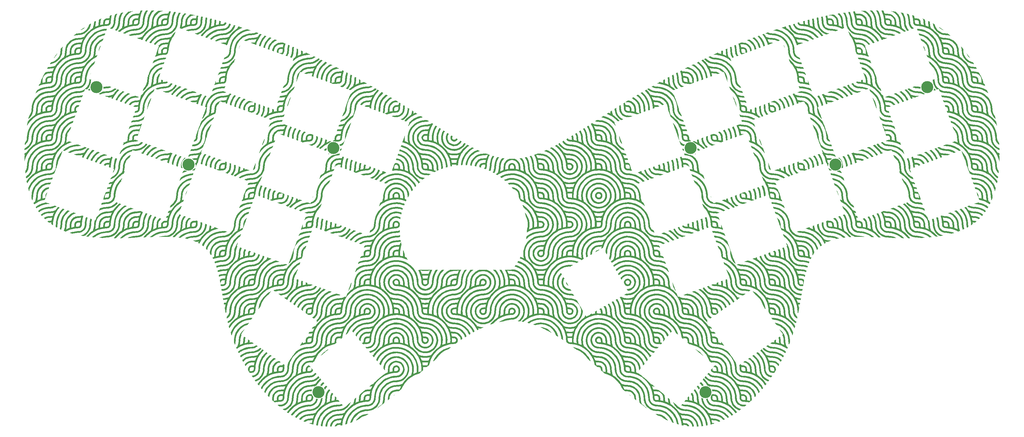
<source format=gts>
%TF.GenerationSoftware,KiCad,Pcbnew,7.0.1-0*%
%TF.CreationDate,2023-05-23T19:41:55-04:00*%
%TF.ProjectId,plate,706c6174-652e-46b6-9963-61645f706362,rev?*%
%TF.SameCoordinates,Original*%
%TF.FileFunction,Soldermask,Top*%
%TF.FilePolarity,Negative*%
%FSLAX46Y46*%
G04 Gerber Fmt 4.6, Leading zero omitted, Abs format (unit mm)*
G04 Created by KiCad (PCBNEW 7.0.1-0) date 2023-05-23 19:41:55*
%MOMM*%
%LPD*%
G01*
G04 APERTURE LIST*
%ADD10C,3.500000*%
G04 APERTURE END LIST*
G36*
X175273933Y-191164022D02*
G01*
X175794667Y-191164022D01*
X176186250Y-191134231D01*
X176374597Y-191114434D01*
X176543295Y-191086994D01*
X176665455Y-191056650D01*
X176696122Y-191044331D01*
X176843246Y-190924174D01*
X176940696Y-190746728D01*
X176979527Y-190528933D01*
X176979842Y-190507102D01*
X176972488Y-190376698D01*
X176939261Y-190282018D01*
X176863784Y-190186115D01*
X176815647Y-190136686D01*
X176712339Y-190041073D01*
X176625402Y-189992096D01*
X176517145Y-189974376D01*
X176412859Y-189972333D01*
X176264609Y-189978682D01*
X176162651Y-190006844D01*
X176068999Y-190070495D01*
X176020160Y-190113704D01*
X175928568Y-190219062D01*
X175864768Y-190349825D01*
X175824443Y-190522002D01*
X175803277Y-190751602D01*
X175797757Y-190938594D01*
X175794667Y-191164022D01*
X175273933Y-191164022D01*
X175278783Y-191142183D01*
X175291457Y-191028577D01*
X175304213Y-190868689D01*
X175311526Y-190751254D01*
X175339979Y-190442018D01*
X175389983Y-190198551D01*
X175466835Y-190003530D01*
X175575833Y-189839631D01*
X175598476Y-189813008D01*
X175805110Y-189637397D01*
X176050849Y-189523740D01*
X176318647Y-189471997D01*
X176591456Y-189482127D01*
X176852228Y-189554088D01*
X177083917Y-189687841D01*
X177218535Y-189816874D01*
X177377057Y-190063137D01*
X177464972Y-190332194D01*
X177483907Y-190609231D01*
X177435490Y-190879435D01*
X177321347Y-191127991D01*
X177143105Y-191340085D01*
X177042498Y-191419630D01*
X176939214Y-191482886D01*
X176825265Y-191532689D01*
X176686699Y-191571963D01*
X176509561Y-191603638D01*
X176279897Y-191630639D01*
X175983751Y-191655893D01*
X175879333Y-191663604D01*
X175213451Y-191736962D01*
X174594774Y-191861111D01*
X173998120Y-192042925D01*
X173398310Y-192289277D01*
X173148833Y-192408935D01*
X172580579Y-192721697D01*
X172061639Y-193073141D01*
X171565795Y-193481799D01*
X171359260Y-193673861D01*
X170927953Y-194115946D01*
X170560311Y-194557633D01*
X170238816Y-195022554D01*
X169945947Y-195534342D01*
X169869757Y-195683130D01*
X169563745Y-196386773D01*
X169334638Y-197123279D01*
X169181933Y-197894569D01*
X169110687Y-198597996D01*
X169091787Y-198875615D01*
X169069353Y-199086556D01*
X169038588Y-199248797D01*
X168994694Y-199380317D01*
X168932875Y-199499095D01*
X168848334Y-199623110D01*
X168830926Y-199646584D01*
X168738803Y-199739362D01*
X168605552Y-199839451D01*
X168513919Y-199895095D01*
X168419440Y-199943173D01*
X168329010Y-199978034D01*
X168224574Y-200003014D01*
X168088079Y-200021450D01*
X167901469Y-200036681D01*
X167672745Y-200050575D01*
X166937067Y-200122080D01*
X166251197Y-200249873D01*
X165748989Y-200390055D01*
X165507224Y-200477660D01*
X165223162Y-200594511D01*
X164921670Y-200729134D01*
X164627614Y-200870056D01*
X164365860Y-201005800D01*
X164174167Y-201116743D01*
X163678081Y-201461976D01*
X163186121Y-201868325D01*
X162719453Y-202315857D01*
X162299242Y-202784640D01*
X162026406Y-203139442D01*
X161701759Y-203648230D01*
X161411259Y-204207836D01*
X161162339Y-204798627D01*
X160962434Y-205400969D01*
X160818977Y-205995229D01*
X160742003Y-206531571D01*
X160712988Y-206855976D01*
X160559744Y-206883711D01*
X160427942Y-206909121D01*
X160316546Y-206933054D01*
X160311250Y-206934312D01*
X160241121Y-206937776D01*
X160217424Y-206886286D01*
X160216000Y-206846755D01*
X160210992Y-206784668D01*
X160182417Y-206751996D01*
X160109943Y-206739727D01*
X159973240Y-206738850D01*
X159972583Y-206738856D01*
X159704960Y-206749178D01*
X159503712Y-206777188D01*
X159351489Y-206827988D01*
X159230939Y-206906680D01*
X159158686Y-206978183D01*
X159059260Y-207078562D01*
X158965354Y-207134540D01*
X158839938Y-207164617D01*
X158766083Y-207174313D01*
X158623049Y-207186922D01*
X158546629Y-207173881D01*
X158528956Y-207121586D01*
X158562165Y-207016431D01*
X158610758Y-206905666D01*
X158770242Y-206650308D01*
X158985585Y-206454187D01*
X159245866Y-206324492D01*
X159540164Y-206268414D01*
X159581000Y-206266893D01*
X159770474Y-206258365D01*
X159973310Y-206242313D01*
X160043760Y-206234730D01*
X160273688Y-206207166D01*
X160348109Y-205826166D01*
X160381240Y-205653563D01*
X160407412Y-205511591D01*
X160422770Y-205421418D01*
X160425164Y-205402833D01*
X160387243Y-205386719D01*
X160281844Y-205380169D01*
X160125481Y-205382087D01*
X159934670Y-205391381D01*
X159725925Y-205406956D01*
X159515761Y-205427720D01*
X159320694Y-205452578D01*
X159157238Y-205480437D01*
X159115333Y-205489567D01*
X158763745Y-205613827D01*
X158444287Y-205809121D01*
X158167051Y-206064736D01*
X157942126Y-206369960D01*
X157779604Y-206714078D01*
X157705673Y-206986257D01*
X157656628Y-207244333D01*
X157412314Y-207244333D01*
X157285387Y-207243120D01*
X157209933Y-207228563D01*
X157176963Y-207184284D01*
X157177486Y-207093903D01*
X157202511Y-206941043D01*
X157213247Y-206881691D01*
X157308997Y-206542481D01*
X157468489Y-206198208D01*
X157677143Y-205875965D01*
X157880797Y-205641076D01*
X158138896Y-205409653D01*
X158401915Y-205230466D01*
X158686090Y-205097037D01*
X159007656Y-205002891D01*
X159382849Y-204941550D01*
X159704710Y-204913460D01*
X160007411Y-204892915D01*
X160235981Y-204873569D01*
X160400901Y-204853588D01*
X160512652Y-204831139D01*
X160581715Y-204804389D01*
X160618572Y-204771504D01*
X160628301Y-204751904D01*
X160654941Y-204684559D01*
X160706245Y-204560386D01*
X160773494Y-204400368D01*
X160814205Y-204304478D01*
X160881465Y-204141652D01*
X160931628Y-204010524D01*
X160958213Y-203928615D01*
X160960046Y-203910268D01*
X160914270Y-203910860D01*
X160806978Y-203926424D01*
X160659346Y-203953764D01*
X160623774Y-203960997D01*
X160462311Y-203987958D01*
X160242071Y-204015923D01*
X159988859Y-204042033D01*
X159728477Y-204063425D01*
X159656263Y-204068277D01*
X159406551Y-204087642D01*
X159164333Y-204112686D01*
X158952675Y-204140603D01*
X158794645Y-204168585D01*
X158757026Y-204177671D01*
X158265709Y-204352983D01*
X157816800Y-204598035D01*
X157415848Y-204906346D01*
X157068400Y-205271434D01*
X156780001Y-205686820D01*
X156556201Y-206146021D01*
X156402545Y-206642556D01*
X156340632Y-207000916D01*
X156311578Y-207244333D01*
X156086120Y-207244333D01*
X155955523Y-207237664D01*
X155863142Y-207220551D01*
X155836887Y-207205862D01*
X155831080Y-207148130D01*
X155837222Y-207030083D01*
X155853934Y-206875015D01*
X155858526Y-206840871D01*
X155975558Y-206297428D01*
X156168551Y-205782256D01*
X156431941Y-205303023D01*
X156760166Y-204867397D01*
X157147660Y-204483044D01*
X157588860Y-204157632D01*
X157951167Y-203957102D01*
X158246750Y-203827016D01*
X158536920Y-203727918D01*
X158843136Y-203654865D01*
X159186856Y-203602911D01*
X159589538Y-203567113D01*
X159664525Y-203562332D01*
X160110874Y-203522120D01*
X160532350Y-203458871D01*
X160909624Y-203376151D01*
X161223366Y-203277523D01*
X161236458Y-203272465D01*
X161312057Y-203218405D01*
X161414291Y-203113341D01*
X161524018Y-202977490D01*
X161550938Y-202940293D01*
X162057790Y-202289305D01*
X162617586Y-201699136D01*
X163238662Y-201161565D01*
X163696340Y-200824568D01*
X163810942Y-200735054D01*
X163887610Y-200640354D01*
X163948256Y-200509237D01*
X163978888Y-200421857D01*
X164050471Y-200183927D01*
X164113090Y-199933449D01*
X164161262Y-199696144D01*
X164189505Y-199497733D01*
X164194598Y-199409863D01*
X164202376Y-199327217D01*
X164233984Y-199256175D01*
X164303218Y-199177663D01*
X164423875Y-199072605D01*
X164459917Y-199043035D01*
X164582927Y-198943962D01*
X164676893Y-198870715D01*
X164726054Y-198835496D01*
X164729710Y-198834171D01*
X164733065Y-198884598D01*
X164727217Y-199000472D01*
X164714093Y-199163308D01*
X164695617Y-199354620D01*
X164673714Y-199555923D01*
X164650312Y-199748732D01*
X164627333Y-199914562D01*
X164606705Y-200034927D01*
X164602748Y-200053146D01*
X164572116Y-200190879D01*
X164552398Y-200289673D01*
X164547863Y-200327373D01*
X164587143Y-200313646D01*
X164688764Y-200272545D01*
X164837395Y-200210397D01*
X165017704Y-200133528D01*
X165020833Y-200132183D01*
X165486500Y-199931956D01*
X165499771Y-199792461D01*
X166026895Y-199792461D01*
X166137697Y-199763577D01*
X166233302Y-199740819D01*
X166381305Y-199707939D01*
X166551142Y-199671713D01*
X166566000Y-199668615D01*
X166883500Y-199602538D01*
X166886195Y-199547068D01*
X167391500Y-199547068D01*
X167801269Y-199532784D01*
X168007686Y-199522221D01*
X168150077Y-199504988D01*
X168249040Y-199477115D01*
X168325172Y-199434636D01*
X168330436Y-199430824D01*
X168456089Y-199310943D01*
X168538605Y-199159517D01*
X168583911Y-198960192D01*
X168597938Y-198696613D01*
X168597940Y-198693000D01*
X168598012Y-198333166D01*
X168227589Y-198347462D01*
X167947179Y-198372382D01*
X167738258Y-198429202D01*
X167590505Y-198528009D01*
X167493601Y-198678892D01*
X167437226Y-198891939D01*
X167412667Y-199144088D01*
X167391500Y-199547068D01*
X166886195Y-199547068D01*
X166906110Y-199137185D01*
X166932301Y-198831326D01*
X166981919Y-198590912D01*
X167061740Y-198398373D01*
X167178538Y-198236141D01*
X167298122Y-198120659D01*
X167509993Y-197981004D01*
X167765464Y-197892030D01*
X168076814Y-197850134D01*
X168235267Y-197845685D01*
X168401229Y-197841719D01*
X168536222Y-197831778D01*
X168616371Y-197817806D01*
X168625006Y-197813935D01*
X168654866Y-197760571D01*
X168692833Y-197645172D01*
X168732270Y-197489071D01*
X168745865Y-197425468D01*
X168781267Y-197256586D01*
X168812462Y-197117001D01*
X168834269Y-197029575D01*
X168838746Y-197015478D01*
X168829052Y-196992679D01*
X168771313Y-196979792D01*
X168654769Y-196976094D01*
X168468662Y-196980866D01*
X168379220Y-196984669D01*
X168157711Y-196997374D01*
X167941127Y-197014322D01*
X167759023Y-197032978D01*
X167668232Y-197045640D01*
X167323483Y-197143529D01*
X166993337Y-197311384D01*
X166695977Y-197536209D01*
X166449583Y-197805010D01*
X166318127Y-198010579D01*
X166212136Y-198246390D01*
X166134790Y-198509247D01*
X166082472Y-198816266D01*
X166051561Y-199184566D01*
X166046459Y-199295647D01*
X166026895Y-199792461D01*
X165499771Y-199792461D01*
X165516237Y-199619394D01*
X165533005Y-199438406D01*
X165553596Y-199209243D01*
X165574777Y-198968107D01*
X165585706Y-198841166D01*
X165607243Y-198606393D01*
X165632449Y-198414898D01*
X165668863Y-198254845D01*
X165724021Y-198114399D01*
X165805461Y-197981725D01*
X165920720Y-197844985D01*
X166077336Y-197692346D01*
X166282846Y-197511970D01*
X166544787Y-197292023D01*
X166603206Y-197243411D01*
X167404173Y-196577191D01*
X167694170Y-196535267D01*
X167895642Y-196512513D01*
X168126132Y-196495748D01*
X168301667Y-196489367D01*
X168489045Y-196483344D01*
X168671265Y-196471440D01*
X168804701Y-196456778D01*
X168990235Y-196428166D01*
X169191628Y-195952278D01*
X169274801Y-195753449D01*
X169326857Y-195620181D01*
X169350717Y-195540512D01*
X169349299Y-195502478D01*
X169325523Y-195494117D01*
X169302427Y-195498201D01*
X169173946Y-195526460D01*
X169018248Y-195556939D01*
X168857374Y-195585844D01*
X168713364Y-195609386D01*
X168608259Y-195623772D01*
X168564100Y-195625211D01*
X168564097Y-195625208D01*
X168588778Y-195594274D01*
X168666233Y-195520829D01*
X168783977Y-195416301D01*
X168910505Y-195308102D01*
X169148255Y-195123010D01*
X169366072Y-194982720D01*
X169516434Y-194909705D01*
X169656040Y-194848229D01*
X169759959Y-194777459D01*
X169855537Y-194674538D01*
X169947168Y-194549692D01*
X170010527Y-194467823D01*
X170098655Y-194370219D01*
X170217312Y-194251643D01*
X170372258Y-194106858D01*
X170569251Y-193930626D01*
X170814051Y-193717710D01*
X171112417Y-193462872D01*
X171470109Y-193160874D01*
X171526470Y-193113506D01*
X171865476Y-192829002D01*
X172147324Y-192593536D01*
X172379536Y-192401510D01*
X172569634Y-192247328D01*
X172725142Y-192125395D01*
X172853581Y-192030112D01*
X172962475Y-191955884D01*
X173059345Y-191897115D01*
X173151714Y-191848207D01*
X173247105Y-191803565D01*
X173343585Y-191761627D01*
X173519584Y-191687990D01*
X173667886Y-191628830D01*
X173770632Y-191591094D01*
X173807914Y-191581000D01*
X173846812Y-191560128D01*
X173879356Y-191492156D01*
X173907020Y-191369050D01*
X173931280Y-191182775D01*
X173953610Y-190925297D01*
X173968345Y-190707054D01*
X174007021Y-190280189D01*
X174069058Y-189920731D01*
X174160560Y-189613197D01*
X174287634Y-189342105D01*
X174456384Y-189091971D01*
X174672917Y-188847313D01*
X174720513Y-188799628D01*
X174979077Y-188585553D01*
X175286848Y-188395309D01*
X175612841Y-188245622D01*
X175913167Y-188155813D01*
X176337821Y-188109405D01*
X176761564Y-188139962D01*
X177173134Y-188242133D01*
X177561274Y-188410561D01*
X177914722Y-188639895D01*
X178222221Y-188924780D01*
X178472509Y-189259862D01*
X178557257Y-189413067D01*
X178728285Y-189843029D01*
X178818110Y-190278369D01*
X178828982Y-190710828D01*
X178763150Y-191132143D01*
X178622862Y-191534055D01*
X178410369Y-191908303D01*
X178127919Y-192246626D01*
X177777761Y-192540763D01*
X177689526Y-192600235D01*
X177481986Y-192720885D01*
X177269408Y-192813285D01*
X177034203Y-192882013D01*
X176758779Y-192931649D01*
X176425544Y-192966774D01*
X176228810Y-192980505D01*
X175503259Y-193056338D01*
X174831680Y-193193703D01*
X174206767Y-193395705D01*
X173621215Y-193665451D01*
X173067718Y-194006046D01*
X172538970Y-194420598D01*
X172277516Y-194660503D01*
X171792104Y-195179675D01*
X171383891Y-195729074D01*
X171051186Y-196312408D01*
X170792300Y-196933385D01*
X170605542Y-197595713D01*
X170489222Y-198303098D01*
X170458503Y-198650666D01*
X170438946Y-198901321D01*
X170414590Y-199143846D01*
X170388076Y-199355628D01*
X170362044Y-199514054D01*
X170352827Y-199555569D01*
X170210545Y-199953469D01*
X169996194Y-200321594D01*
X169720110Y-200649595D01*
X169392631Y-200927126D01*
X169024093Y-201143840D01*
X168624834Y-201289390D01*
X168619167Y-201290850D01*
X168468840Y-201320340D01*
X168264458Y-201348357D01*
X168036599Y-201371138D01*
X167878333Y-201382017D01*
X167155351Y-201452930D01*
X166482800Y-201587120D01*
X165851639Y-201787601D01*
X165252829Y-202057388D01*
X164677328Y-202399496D01*
X164536637Y-202496251D01*
X164292153Y-202686520D01*
X164022721Y-202925606D01*
X163747290Y-203194220D01*
X163484806Y-203473072D01*
X163254217Y-203742873D01*
X163074470Y-203984335D01*
X163073500Y-203985783D01*
X162794566Y-204447599D01*
X162551034Y-204940615D01*
X162352321Y-205442266D01*
X162207842Y-205929985D01*
X162154055Y-206189072D01*
X162103396Y-206484488D01*
X161847615Y-206561481D01*
X161713711Y-206600244D01*
X161617301Y-206625237D01*
X161581309Y-206631018D01*
X161577057Y-206582359D01*
X161591625Y-206468163D01*
X161621463Y-206304555D01*
X161663017Y-206107656D01*
X161712736Y-205893588D01*
X161767068Y-205678473D01*
X161822461Y-205478433D01*
X161866869Y-205334883D01*
X162137981Y-204646300D01*
X162479807Y-204000650D01*
X162887978Y-203402418D01*
X163358125Y-202856090D01*
X163885879Y-202366154D01*
X164466871Y-201937094D01*
X165096731Y-201573399D01*
X165771091Y-201279553D01*
X165841021Y-201254106D01*
X166243706Y-201125304D01*
X166656874Y-201025422D01*
X167100472Y-200950860D01*
X167594450Y-200898020D01*
X167948622Y-200873806D01*
X168262551Y-200847002D01*
X168516791Y-200801494D01*
X168735482Y-200730459D01*
X168942763Y-200627074D01*
X169045635Y-200563733D01*
X169330130Y-200345025D01*
X169557965Y-200086961D01*
X169679000Y-199900759D01*
X169764498Y-199738294D01*
X169829508Y-199570440D01*
X169877906Y-199379782D01*
X169913570Y-199148905D01*
X169940376Y-198860396D01*
X169952738Y-198671001D01*
X170035947Y-197903136D01*
X170193348Y-197175942D01*
X170425265Y-196488709D01*
X170732026Y-195840728D01*
X171113954Y-195231290D01*
X171571377Y-194659686D01*
X171991999Y-194229062D01*
X172536819Y-193772850D01*
X173132570Y-193378490D01*
X173769489Y-193049890D01*
X174437815Y-192790958D01*
X175127787Y-192605599D01*
X175829644Y-192497720D01*
X176387333Y-192469844D01*
X176781635Y-192431015D01*
X177140169Y-192322859D01*
X177459104Y-192154070D01*
X177734608Y-191933339D01*
X177962852Y-191669360D01*
X178140004Y-191370825D01*
X178262232Y-191046426D01*
X178325707Y-190704856D01*
X178326597Y-190354807D01*
X178261071Y-190004973D01*
X178125298Y-189664044D01*
X177915447Y-189340715D01*
X177817005Y-189225921D01*
X177528993Y-188970458D01*
X177209701Y-188786212D01*
X176869116Y-188670771D01*
X176517223Y-188621722D01*
X176164009Y-188636653D01*
X175819462Y-188713149D01*
X175493567Y-188848798D01*
X175196311Y-189041187D01*
X174937681Y-189287903D01*
X174727662Y-189586533D01*
X174576243Y-189934665D01*
X174552598Y-190014666D01*
X174529055Y-190131423D01*
X174506734Y-190295628D01*
X174486673Y-190490533D01*
X174469905Y-190699388D01*
X174457466Y-190905442D01*
X174450393Y-191091947D01*
X174449719Y-191242152D01*
X174456480Y-191339307D01*
X174468969Y-191367664D01*
X174537718Y-191357599D01*
X174659192Y-191334111D01*
X174810836Y-191302204D01*
X174970090Y-191266884D01*
X175114397Y-191233155D01*
X175221200Y-191206024D01*
X175267941Y-191190494D01*
X175268085Y-191190358D01*
X175273933Y-191164022D01*
G37*
G36*
X234161754Y-182089942D02*
G01*
X234650234Y-182089942D01*
X234652191Y-182177252D01*
X234703117Y-182388314D01*
X234810289Y-182546402D01*
X234978255Y-182654553D01*
X235211559Y-182715802D01*
X235484667Y-182733339D01*
X235844500Y-182733476D01*
X235823333Y-182339664D01*
X235802121Y-182097209D01*
X235763383Y-181920465D01*
X235699083Y-181791008D01*
X235601185Y-181690418D01*
X235514116Y-181630803D01*
X235326099Y-181559997D01*
X235134535Y-181561539D01*
X234955296Y-181625366D01*
X234804251Y-181741417D01*
X234697274Y-181899629D01*
X234650234Y-182089942D01*
X234161754Y-182089942D01*
X234191467Y-181836457D01*
X234301240Y-181572983D01*
X234486203Y-181347545D01*
X234523456Y-181314326D01*
X234705988Y-181193147D01*
X234925180Y-181098852D01*
X235143012Y-181046187D01*
X235230667Y-181040000D01*
X235435441Y-181069057D01*
X235658726Y-181146398D01*
X235862503Y-181257275D01*
X235937877Y-181314326D01*
X236087863Y-181465251D01*
X236195624Y-181632967D01*
X236267937Y-181835044D01*
X236311580Y-182089052D01*
X236329889Y-182330582D01*
X236352500Y-182795664D01*
X236780503Y-182884118D01*
X237208507Y-182972572D01*
X237189241Y-182482536D01*
X237163048Y-182093600D01*
X237115659Y-181770365D01*
X237043437Y-181495707D01*
X236942749Y-181252502D01*
X236917873Y-181204245D01*
X236710341Y-180900857D01*
X236442581Y-180643315D01*
X236128852Y-180438709D01*
X235783416Y-180294131D01*
X235420535Y-180216670D01*
X235054470Y-180213418D01*
X234952206Y-180226959D01*
X234560947Y-180332518D01*
X234208393Y-180508844D01*
X233902283Y-180748250D01*
X233650351Y-181043048D01*
X233460335Y-181385551D01*
X233339972Y-181768072D01*
X233325908Y-181842899D01*
X233303972Y-182218629D01*
X233359439Y-182592459D01*
X233486014Y-182950155D01*
X233677405Y-183277485D01*
X233927318Y-183560216D01*
X234167508Y-183746237D01*
X234403535Y-183878350D01*
X234647427Y-183971155D01*
X234922616Y-184031196D01*
X235252537Y-184065015D01*
X235323647Y-184069031D01*
X235925814Y-184116330D01*
X236469142Y-184196463D01*
X236974504Y-184313729D01*
X237462775Y-184472429D01*
X237664833Y-184551271D01*
X238328389Y-184867169D01*
X238945893Y-185252048D01*
X239512930Y-185701169D01*
X240025089Y-186209795D01*
X240477954Y-186773185D01*
X240867112Y-187386602D01*
X241188150Y-188045307D01*
X241369234Y-188528549D01*
X241477376Y-188887741D01*
X241561651Y-189246528D01*
X241625994Y-189627280D01*
X241674337Y-190052368D01*
X241703517Y-190429871D01*
X241720649Y-190674638D01*
X241737974Y-190855535D01*
X241759749Y-190993263D01*
X241790232Y-191108520D01*
X241833681Y-191222007D01*
X241893155Y-191351905D01*
X242102874Y-191699406D01*
X242370544Y-191989168D01*
X242687552Y-192215726D01*
X243045287Y-192373614D01*
X243435135Y-192457368D01*
X243655000Y-192469844D01*
X244363536Y-192513726D01*
X245066281Y-192638564D01*
X245754151Y-192840714D01*
X246418059Y-193116529D01*
X247048922Y-193462365D01*
X247637653Y-193874575D01*
X248058661Y-194236901D01*
X248574766Y-194777439D01*
X249015727Y-195356751D01*
X249381682Y-195975134D01*
X249672765Y-196632885D01*
X249889113Y-197330301D01*
X250030862Y-198067679D01*
X250089740Y-198671001D01*
X250113690Y-199001544D01*
X250144971Y-199265215D01*
X250188040Y-199479761D01*
X250247352Y-199662929D01*
X250327363Y-199832463D01*
X250420267Y-199987302D01*
X250653773Y-200289656D01*
X250922768Y-200524773D01*
X251235249Y-200696905D01*
X251599215Y-200810304D01*
X252022663Y-200869224D01*
X252086613Y-200873337D01*
X252665901Y-200918768D01*
X253182579Y-200988690D01*
X253656323Y-201087655D01*
X254106807Y-201220213D01*
X254553709Y-201390917D01*
X254802920Y-201501697D01*
X255410170Y-201829246D01*
X255984736Y-202229617D01*
X256518126Y-202694496D01*
X257001846Y-203215565D01*
X257427405Y-203784511D01*
X257786309Y-204393018D01*
X257816433Y-204452191D01*
X258017568Y-204892780D01*
X258182401Y-205346911D01*
X258317854Y-205836782D01*
X258430845Y-206384591D01*
X258446049Y-206471750D01*
X258450943Y-206560112D01*
X258419447Y-206603779D01*
X258339505Y-206605559D01*
X258199062Y-206568255D01*
X258129958Y-206545317D01*
X257942500Y-206481301D01*
X257867961Y-206097753D01*
X257723666Y-205541838D01*
X257506657Y-204972340D01*
X257223655Y-204404976D01*
X256956782Y-203966997D01*
X256821858Y-203785901D01*
X256636118Y-203568245D01*
X256415304Y-203329793D01*
X256175163Y-203086309D01*
X255931440Y-202853558D01*
X255699880Y-202647304D01*
X255496227Y-202483311D01*
X255421841Y-202430176D01*
X254842522Y-202081192D01*
X254238244Y-201804676D01*
X253600892Y-201598020D01*
X252922354Y-201458612D01*
X252194516Y-201383844D01*
X252164000Y-201382146D01*
X251937975Y-201365269D01*
X251713856Y-201340512D01*
X251522222Y-201311643D01*
X251423167Y-201290850D01*
X251025604Y-201146918D01*
X250657627Y-200931615D01*
X250329790Y-200655505D01*
X250052647Y-200329154D01*
X249836754Y-199963126D01*
X249692666Y-199567986D01*
X249689506Y-199555569D01*
X249664351Y-199423354D01*
X249637709Y-199229188D01*
X249612222Y-198995684D01*
X249590530Y-198745455D01*
X249583830Y-198650666D01*
X249499429Y-197919341D01*
X249344762Y-197234143D01*
X249118391Y-196591892D01*
X248818877Y-195989405D01*
X248444781Y-195423501D01*
X247994664Y-194890999D01*
X247789365Y-194683100D01*
X247485523Y-194399828D01*
X247206087Y-194167204D01*
X246926285Y-193966957D01*
X246621342Y-193780816D01*
X246406667Y-193663359D01*
X245885937Y-193418779D01*
X245350792Y-193231144D01*
X244784413Y-193096025D01*
X244169981Y-193008992D01*
X243813523Y-192980505D01*
X243444242Y-192950991D01*
X243141695Y-192909287D01*
X242888289Y-192850814D01*
X242666433Y-192770993D01*
X242458536Y-192665244D01*
X242352807Y-192600235D01*
X242012528Y-192342282D01*
X241730668Y-192040430D01*
X241577431Y-191824859D01*
X241453799Y-191611651D01*
X241359609Y-191393024D01*
X241290088Y-191150905D01*
X241240461Y-190867219D01*
X241205955Y-190523893D01*
X241196305Y-190382070D01*
X241121070Y-189656472D01*
X240986195Y-188986352D01*
X240788431Y-188364032D01*
X240524527Y-187781833D01*
X240191232Y-187232077D01*
X239785296Y-186707084D01*
X239515088Y-186410702D01*
X238999496Y-185928741D01*
X238452569Y-185522363D01*
X237870493Y-185189883D01*
X237249454Y-184929617D01*
X236585638Y-184739880D01*
X235875230Y-184618990D01*
X235357667Y-184574930D01*
X235131641Y-184558159D01*
X234907522Y-184533547D01*
X234715887Y-184504842D01*
X234616833Y-184484164D01*
X234216887Y-184339832D01*
X233847568Y-184123400D01*
X233518916Y-183844897D01*
X233240973Y-183514349D01*
X233023778Y-183141782D01*
X232880868Y-182750596D01*
X232849666Y-182588073D01*
X232825884Y-182379720D01*
X232813653Y-182164311D01*
X232812876Y-182112447D01*
X232851667Y-181675569D01*
X232968099Y-181259349D01*
X233156118Y-180873524D01*
X233409672Y-180527829D01*
X233722708Y-180231999D01*
X234089174Y-179995771D01*
X234146847Y-179966820D01*
X234493991Y-179823523D01*
X234829523Y-179741833D01*
X235189416Y-179713328D01*
X235230667Y-179713078D01*
X235675960Y-179753206D01*
X236096436Y-179869586D01*
X236483815Y-180056214D01*
X236829817Y-180307085D01*
X237126165Y-180616193D01*
X237364578Y-180977534D01*
X237536779Y-181385101D01*
X237537068Y-181386010D01*
X237583977Y-181555863D01*
X237620591Y-181744581D01*
X237649690Y-181971357D01*
X237674049Y-182255381D01*
X237683723Y-182399330D01*
X237700240Y-182632616D01*
X237717999Y-182835740D01*
X237735435Y-182993871D01*
X237750980Y-183092175D01*
X237759520Y-183117151D01*
X237809375Y-183144293D01*
X237920724Y-183196117D01*
X238076786Y-183265035D01*
X238250284Y-183339053D01*
X238457107Y-183422929D01*
X238594209Y-183471005D01*
X238667735Y-183485066D01*
X238683832Y-183466898D01*
X238683109Y-183464831D01*
X238653390Y-183354532D01*
X238620679Y-183179106D01*
X238587587Y-182957906D01*
X238556720Y-182710285D01*
X238530688Y-182455598D01*
X238512100Y-182213198D01*
X238510333Y-182183000D01*
X238475322Y-181768738D01*
X238417855Y-181415461D01*
X238333245Y-181101373D01*
X238216805Y-180804677D01*
X238211373Y-180792761D01*
X237957671Y-180337028D01*
X237639833Y-179930034D01*
X237265829Y-179578522D01*
X236843629Y-179289233D01*
X236381201Y-179068909D01*
X236046585Y-178961593D01*
X235721221Y-178901662D01*
X235352603Y-178874457D01*
X234974078Y-178880011D01*
X234618992Y-178918360D01*
X234420257Y-178959915D01*
X233937631Y-179128327D01*
X233490500Y-179367934D01*
X233086354Y-179671035D01*
X232732686Y-180029925D01*
X232436986Y-180436903D01*
X232206746Y-180884265D01*
X232049456Y-181364309D01*
X232039282Y-181408190D01*
X231989300Y-181735039D01*
X231971403Y-182101795D01*
X231985218Y-182473284D01*
X232030372Y-182814334D01*
X232055419Y-182927644D01*
X232219606Y-183412354D01*
X232456223Y-183865072D01*
X232757567Y-184275956D01*
X233115934Y-184635165D01*
X233523621Y-184932859D01*
X233706039Y-185036310D01*
X233975587Y-185163664D01*
X234242878Y-185258962D01*
X234530356Y-185327771D01*
X234860464Y-185375655D01*
X235188333Y-185403860D01*
X235537727Y-185429727D01*
X235823198Y-185457329D01*
X236065475Y-185489850D01*
X236285291Y-185530472D01*
X236503376Y-185582379D01*
X236693227Y-185634950D01*
X237281195Y-185848628D01*
X237840261Y-186137504D01*
X238362004Y-186494623D01*
X238838003Y-186913032D01*
X239259836Y-187385776D01*
X239619081Y-187905900D01*
X239769308Y-188175166D01*
X239960551Y-188580122D01*
X240108292Y-188977358D01*
X240217963Y-189388130D01*
X240294994Y-189833699D01*
X240344819Y-190335321D01*
X240352900Y-190459166D01*
X240387912Y-190882001D01*
X240441284Y-191240073D01*
X240518443Y-191552292D01*
X240624815Y-191837570D01*
X240765827Y-192114817D01*
X240882972Y-192306402D01*
X241174339Y-192699107D01*
X241502252Y-193026073D01*
X241881854Y-193300458D01*
X242261757Y-193504674D01*
X242494747Y-193606462D01*
X242716818Y-193683315D01*
X242949130Y-193739855D01*
X243212843Y-193780706D01*
X243529118Y-193810491D01*
X243718500Y-193822971D01*
X244203132Y-193862440D01*
X244626475Y-193922740D01*
X245010535Y-194009524D01*
X245377318Y-194128449D01*
X245748831Y-194285169D01*
X246003714Y-194410209D01*
X246535102Y-194729274D01*
X247028693Y-195118174D01*
X247475200Y-195567019D01*
X247865338Y-196065923D01*
X248189822Y-196604997D01*
X248320400Y-196877095D01*
X248455771Y-197216155D01*
X248562605Y-197561532D01*
X248645172Y-197932502D01*
X248707744Y-198348343D01*
X248754592Y-198828334D01*
X248755587Y-198841166D01*
X248801506Y-199302466D01*
X248865654Y-199695685D01*
X248953368Y-200036424D01*
X249069989Y-200340281D01*
X249220856Y-200622856D01*
X249411309Y-200899750D01*
X249498074Y-201010315D01*
X249798022Y-201327589D01*
X250148765Y-201608366D01*
X250534561Y-201844562D01*
X250939673Y-202028095D01*
X251348360Y-202150880D01*
X251744884Y-202204835D01*
X251827620Y-202206666D01*
X252347925Y-202232098D01*
X252882571Y-202304830D01*
X253404312Y-202419515D01*
X253885905Y-202570804D01*
X254081382Y-202649021D01*
X254626790Y-202929168D01*
X255142146Y-203281661D01*
X255616662Y-203696398D01*
X256039548Y-204163278D01*
X256400016Y-204672199D01*
X256578450Y-204986938D01*
X256651997Y-205139755D01*
X256732226Y-205323389D01*
X256813105Y-205521724D01*
X256888597Y-205718644D01*
X256952670Y-205898030D01*
X256999287Y-206043767D01*
X257022416Y-206139738D01*
X257021057Y-206169054D01*
X256977993Y-206162285D01*
X256877445Y-206132175D01*
X256741155Y-206085236D01*
X256740778Y-206085100D01*
X256473370Y-205988274D01*
X256314489Y-205603121D01*
X256042304Y-205049923D01*
X255703884Y-204542510D01*
X255305793Y-204086441D01*
X254854595Y-203687275D01*
X254356853Y-203350570D01*
X253819130Y-203081886D01*
X253247989Y-202886780D01*
X253050777Y-202838939D01*
X252866569Y-202805799D01*
X252625980Y-202772641D01*
X252357226Y-202742862D01*
X252088522Y-202719860D01*
X252027486Y-202715744D01*
X251793858Y-202699680D01*
X251583163Y-202682871D01*
X251413198Y-202666910D01*
X251301759Y-202653389D01*
X251275000Y-202648414D01*
X250705139Y-202469350D01*
X250191590Y-202228911D01*
X249729850Y-201924630D01*
X249358846Y-201598142D01*
X249098971Y-201311334D01*
X248879283Y-201005085D01*
X248681055Y-200652027D01*
X248607635Y-200500274D01*
X248504550Y-200265450D01*
X248426018Y-200047974D01*
X248367408Y-199827058D01*
X248324087Y-199581914D01*
X248291422Y-199291753D01*
X248267142Y-198972452D01*
X248230548Y-198524485D01*
X248181176Y-198141545D01*
X248114244Y-197804370D01*
X248024969Y-197493699D01*
X247908570Y-197190269D01*
X247760263Y-196874821D01*
X247733179Y-196821801D01*
X247415657Y-196295718D01*
X247034419Y-195820015D01*
X246596497Y-195400329D01*
X246108919Y-195042296D01*
X245578718Y-194751554D01*
X245012923Y-194533739D01*
X244806713Y-194475500D01*
X244461458Y-194404698D01*
X244051217Y-194353532D01*
X243750349Y-194330448D01*
X243441706Y-194309458D01*
X243195832Y-194286747D01*
X242990854Y-194258594D01*
X242804899Y-194221282D01*
X242616094Y-194171091D01*
X242402564Y-194104304D01*
X242383629Y-194098090D01*
X241911702Y-193899498D01*
X241468691Y-193628191D01*
X241063212Y-193293652D01*
X240703884Y-192905363D01*
X240399324Y-192472807D01*
X240158150Y-192005467D01*
X239988980Y-191512824D01*
X239972025Y-191444457D01*
X239936024Y-191257745D01*
X239900854Y-191014203D01*
X239870005Y-190741624D01*
X239846968Y-190467804D01*
X239844409Y-190428457D01*
X239807430Y-189990738D01*
X239752465Y-189613613D01*
X239674656Y-189274032D01*
X239569144Y-188948945D01*
X239491237Y-188752966D01*
X239210269Y-188192967D01*
X238862790Y-187684047D01*
X238452149Y-187229451D01*
X237981694Y-186832424D01*
X237454774Y-186496209D01*
X236886042Y-186228531D01*
X236610225Y-186128914D01*
X236332939Y-186051486D01*
X236034244Y-185992423D01*
X235694201Y-185947905D01*
X235292871Y-185914109D01*
X235221263Y-185909417D01*
X234960023Y-185892416D01*
X234763637Y-185877389D01*
X234612447Y-185861211D01*
X234486794Y-185840753D01*
X234367020Y-185812891D01*
X234233466Y-185774496D01*
X234087667Y-185729116D01*
X233623833Y-185545016D01*
X233178534Y-185295132D01*
X232767908Y-184991358D01*
X232408092Y-184645586D01*
X232122860Y-184281271D01*
X231980477Y-184043971D01*
X231837502Y-183766350D01*
X231708282Y-183479248D01*
X231607160Y-183213505D01*
X231570217Y-183093166D01*
X231519811Y-182840544D01*
X231486756Y-182533592D01*
X231471840Y-182201011D01*
X231475855Y-181871504D01*
X231499589Y-181573771D01*
X231524159Y-181419665D01*
X231676917Y-180867221D01*
X231903097Y-180356898D01*
X232202974Y-179888185D01*
X232563667Y-179473666D01*
X232982784Y-179109622D01*
X233431796Y-178819978D01*
X233903759Y-178602903D01*
X234391727Y-178456566D01*
X234888755Y-178379134D01*
X235387899Y-178368778D01*
X235882213Y-178423664D01*
X236364753Y-178541963D01*
X236828574Y-178721843D01*
X237266730Y-178961471D01*
X237672278Y-179259018D01*
X238038271Y-179612651D01*
X238357766Y-180020540D01*
X238623816Y-180480852D01*
X238829478Y-180991757D01*
X238873595Y-181137583D01*
X238918353Y-181342036D01*
X238958000Y-181613995D01*
X238990248Y-181936348D01*
X239002065Y-182098333D01*
X239036675Y-182527542D01*
X239081769Y-182889906D01*
X239140345Y-183202912D01*
X239215405Y-183484050D01*
X239265240Y-183632649D01*
X239309229Y-183746926D01*
X239355474Y-183834844D01*
X239418785Y-183912786D01*
X239513975Y-183997131D01*
X239655854Y-184104261D01*
X239758988Y-184178708D01*
X240377140Y-184672202D01*
X240953468Y-185233175D01*
X241476612Y-185850107D01*
X241679922Y-186126230D01*
X241808541Y-186293887D01*
X241920892Y-186402645D01*
X242036102Y-186470516D01*
X242053040Y-186477577D01*
X242407031Y-186590605D01*
X242836811Y-186677466D01*
X243337356Y-186737242D01*
X243570333Y-186754225D01*
X243984813Y-186787724D01*
X244337025Y-186836842D01*
X244648705Y-186906607D01*
X244941585Y-187002046D01*
X245237400Y-187128184D01*
X245284833Y-187150769D01*
X245755205Y-187423492D01*
X246179581Y-187762198D01*
X246551777Y-188158144D01*
X246865605Y-188602589D01*
X247114879Y-189086791D01*
X247293413Y-189602007D01*
X247394102Y-190131377D01*
X247400176Y-190222505D01*
X247387825Y-190298573D01*
X247347396Y-190380581D01*
X247269235Y-190489528D01*
X247175261Y-190607466D01*
X246935833Y-190903345D01*
X246908391Y-190448422D01*
X246889425Y-190224082D01*
X246861150Y-189997154D01*
X246828203Y-189801882D01*
X246809874Y-189720782D01*
X246640375Y-189233989D01*
X246398761Y-188784078D01*
X246092233Y-188378306D01*
X245727990Y-188023931D01*
X245313234Y-187728210D01*
X244855163Y-187498400D01*
X244478973Y-187371337D01*
X244344585Y-187343976D01*
X244148678Y-187315721D01*
X243914319Y-187289379D01*
X243664575Y-187267755D01*
X243579737Y-187261944D01*
X243322052Y-187242428D01*
X243064152Y-187217377D01*
X242831842Y-187189650D01*
X242650923Y-187162109D01*
X242612225Y-187154664D01*
X242458594Y-187125174D01*
X242340671Y-187106762D01*
X242279634Y-187102623D01*
X242275954Y-187103934D01*
X242284813Y-187146858D01*
X242321238Y-187249781D01*
X242378747Y-187395180D01*
X242421794Y-187498145D01*
X242494172Y-187669118D01*
X242555470Y-187815973D01*
X242596942Y-187917657D01*
X242608131Y-187946697D01*
X242632503Y-187982463D01*
X242684104Y-188011482D01*
X242773266Y-188035513D01*
X242910317Y-188056314D01*
X243105589Y-188075645D01*
X243369411Y-188095265D01*
X243549167Y-188106922D01*
X243982057Y-188150370D01*
X244350003Y-188225805D01*
X244668699Y-188339407D01*
X244953838Y-188497355D01*
X245221115Y-188705829D01*
X245330017Y-188808166D01*
X245554553Y-189052031D01*
X245730633Y-189300379D01*
X245864227Y-189568449D01*
X245961306Y-189871481D01*
X246027840Y-190224713D01*
X246069800Y-190643385D01*
X246073988Y-190707054D01*
X246090521Y-190943346D01*
X246108700Y-191155175D01*
X246126821Y-191325662D01*
X246143179Y-191437924D01*
X246150930Y-191469054D01*
X246221620Y-191546922D01*
X246373652Y-191629263D01*
X246455099Y-191662461D01*
X246607125Y-191721871D01*
X246743274Y-191779835D01*
X246871762Y-191842126D01*
X247000802Y-191914520D01*
X247138612Y-192002791D01*
X247293405Y-192112715D01*
X247473396Y-192250064D01*
X247686801Y-192420615D01*
X247941834Y-192630142D01*
X248246711Y-192884420D01*
X248520875Y-193114572D01*
X248886543Y-193423227D01*
X249192084Y-193684082D01*
X249443320Y-193902438D01*
X249646070Y-194083595D01*
X249806152Y-194232852D01*
X249929389Y-194355511D01*
X250021598Y-194456870D01*
X250088601Y-194542230D01*
X250088701Y-194542370D01*
X250201046Y-194690971D01*
X250297097Y-194788298D01*
X250403045Y-194856312D01*
X250527393Y-194910179D01*
X250711413Y-195003055D01*
X250930143Y-195149171D01*
X251131828Y-195308102D01*
X251274623Y-195430478D01*
X251388076Y-195531792D01*
X251459701Y-195600615D01*
X251478236Y-195625208D01*
X251434105Y-195623776D01*
X251329019Y-195609394D01*
X251185017Y-195585854D01*
X251024139Y-195556948D01*
X250868423Y-195526466D01*
X250739910Y-195498201D01*
X250739853Y-195498187D01*
X250703497Y-195494326D01*
X250688163Y-195513030D01*
X250696695Y-195566561D01*
X250731933Y-195667182D01*
X250796721Y-195827156D01*
X250840188Y-195931098D01*
X250918014Y-196113294D01*
X250985972Y-196266649D01*
X251036416Y-196374280D01*
X251060894Y-196418526D01*
X251111291Y-196432107D01*
X251231226Y-196448431D01*
X251405681Y-196465917D01*
X251619636Y-196482984D01*
X251764893Y-196492623D01*
X252004130Y-196508829D01*
X252221251Y-196526344D01*
X252398678Y-196543538D01*
X252518830Y-196558783D01*
X252554195Y-196565763D01*
X252618250Y-196601202D01*
X252736163Y-196683611D01*
X252897423Y-196804960D01*
X253091521Y-196957216D01*
X253307946Y-197132349D01*
X253454440Y-197253666D01*
X253725817Y-197481831D01*
X253939394Y-197668266D01*
X254102771Y-197825011D01*
X254223550Y-197964105D01*
X254309332Y-198097589D01*
X254367716Y-198237502D01*
X254406303Y-198395883D01*
X254432695Y-198584773D01*
X254454492Y-198816211D01*
X254456627Y-198841166D01*
X254476727Y-199073218D01*
X254498048Y-199313634D01*
X254517358Y-199526197D01*
X254526096Y-199619642D01*
X254555833Y-199932452D01*
X255035428Y-200135139D01*
X255249167Y-200222470D01*
X255392601Y-200273642D01*
X255471188Y-200290288D01*
X255490387Y-200274044D01*
X255489420Y-200271106D01*
X255463182Y-200172761D01*
X255432531Y-200012118D01*
X255400651Y-199811206D01*
X255370731Y-199592051D01*
X255345955Y-199376680D01*
X255329510Y-199187122D01*
X255327281Y-199150232D01*
X255318776Y-198993842D01*
X255321307Y-198900496D01*
X255346347Y-198867961D01*
X255405365Y-198894000D01*
X255509833Y-198976381D01*
X255642650Y-199088793D01*
X255746070Y-199180698D01*
X255806430Y-199257257D01*
X255838543Y-199348800D01*
X255857222Y-199485653D01*
X255862266Y-199538406D01*
X255885604Y-199701429D01*
X255926433Y-199904842D01*
X255978526Y-200124235D01*
X256035657Y-200335198D01*
X256091601Y-200513321D01*
X256140133Y-200634194D01*
X256143288Y-200640249D01*
X256192561Y-200693627D01*
X256295873Y-200781769D01*
X256437325Y-200891717D01*
X256576012Y-200992883D01*
X257131385Y-201430845D01*
X257663961Y-201938233D01*
X258159124Y-202500203D01*
X258485879Y-202932564D01*
X258614896Y-203100391D01*
X258727617Y-203209267D01*
X258843137Y-203277152D01*
X258859373Y-203283910D01*
X259203739Y-203394152D01*
X259623019Y-203480230D01*
X260110634Y-203540941D01*
X260377808Y-203561396D01*
X260677697Y-203585117D01*
X260962790Y-203616983D01*
X261208776Y-203653902D01*
X261372641Y-203687877D01*
X261855247Y-203850139D01*
X262324292Y-204084119D01*
X262761933Y-204378329D01*
X263150326Y-204721279D01*
X263380809Y-204980995D01*
X263644166Y-205360406D01*
X263865718Y-205776566D01*
X264037087Y-206208963D01*
X264149895Y-206637083D01*
X264192742Y-206969166D01*
X264207833Y-207223166D01*
X263969539Y-207235709D01*
X263731245Y-207248252D01*
X263701945Y-207002876D01*
X263599493Y-206483848D01*
X263423197Y-205997923D01*
X263178564Y-205551539D01*
X262871099Y-205151132D01*
X262506309Y-204803139D01*
X262089699Y-204513996D01*
X261626774Y-204290140D01*
X261285307Y-204177671D01*
X261150918Y-204150310D01*
X260955011Y-204122055D01*
X260720653Y-204095713D01*
X260470909Y-204074089D01*
X260386070Y-204068277D01*
X260128385Y-204048762D01*
X259870486Y-204023710D01*
X259638175Y-203995983D01*
X259457256Y-203968443D01*
X259418559Y-203960997D01*
X259264927Y-203931508D01*
X259147004Y-203913096D01*
X259085968Y-203908956D01*
X259082287Y-203910268D01*
X259091146Y-203953192D01*
X259127571Y-204056114D01*
X259185080Y-204201514D01*
X259228128Y-204304478D01*
X259300439Y-204475284D01*
X259361609Y-204621808D01*
X259402921Y-204723069D01*
X259414032Y-204751904D01*
X259438565Y-204788599D01*
X259489991Y-204818231D01*
X259578792Y-204842631D01*
X259715447Y-204863634D01*
X259910439Y-204883072D01*
X260174248Y-204902780D01*
X260337623Y-204913460D01*
X260762976Y-204954687D01*
X261122683Y-205023925D01*
X261432978Y-205127650D01*
X261710098Y-205272338D01*
X261970279Y-205464467D01*
X262161536Y-205641076D01*
X262400344Y-205923629D01*
X262602297Y-206251086D01*
X262752816Y-206596353D01*
X262829086Y-206881691D01*
X262859616Y-207056086D01*
X262868293Y-207163176D01*
X262846127Y-207219338D01*
X262784127Y-207240952D01*
X262673302Y-207244395D01*
X262630019Y-207244333D01*
X262385705Y-207244333D01*
X262336660Y-206986257D01*
X262228332Y-206627187D01*
X262050871Y-206295804D01*
X261815066Y-206003220D01*
X261531705Y-205760545D01*
X261211573Y-205578890D01*
X260865461Y-205469367D01*
X260863500Y-205468983D01*
X260712967Y-205445197D01*
X260527041Y-205424010D01*
X260322668Y-205406320D01*
X260116796Y-205393028D01*
X259926370Y-205385033D01*
X259768337Y-205383234D01*
X259659645Y-205388531D01*
X259617239Y-205401823D01*
X259617169Y-205402833D01*
X259626028Y-205460922D01*
X259647534Y-205580885D01*
X259677834Y-205741551D01*
X259694224Y-205826166D01*
X259768645Y-206207166D01*
X259998573Y-206234730D01*
X260186883Y-206252459D01*
X260390209Y-206264637D01*
X260461333Y-206266893D01*
X260759308Y-206312710D01*
X261024708Y-206433093D01*
X261246613Y-206620853D01*
X261414101Y-206868798D01*
X261431575Y-206905666D01*
X261493465Y-207050557D01*
X261509870Y-207133878D01*
X261472107Y-207170307D01*
X261371491Y-207174526D01*
X261276596Y-207167641D01*
X261128989Y-207149363D01*
X261029742Y-207113394D01*
X260942546Y-207042289D01*
X260883994Y-206978982D01*
X260775208Y-206878337D01*
X260646787Y-206809088D01*
X260481345Y-206766108D01*
X260261500Y-206744270D01*
X260069750Y-206738856D01*
X259932769Y-206739708D01*
X259860093Y-206751917D01*
X259831391Y-206784497D01*
X259826333Y-206846457D01*
X259826333Y-206846755D01*
X259814799Y-206925286D01*
X259765477Y-206940918D01*
X259731083Y-206934312D01*
X259623178Y-206910910D01*
X259490896Y-206885223D01*
X259482589Y-206883711D01*
X259329345Y-206855976D01*
X259300330Y-206531571D01*
X259217039Y-205962988D01*
X259070274Y-205367771D01*
X258867471Y-204765554D01*
X258616063Y-204175971D01*
X258323486Y-203618657D01*
X258015927Y-203139442D01*
X257655118Y-202679197D01*
X257238494Y-202228336D01*
X256784221Y-201803429D01*
X256310464Y-201421049D01*
X255835390Y-201097767D01*
X255673131Y-201002192D01*
X255017516Y-200670186D01*
X254355210Y-200412331D01*
X253671713Y-200224451D01*
X252952530Y-200102371D01*
X252369588Y-200050825D01*
X252121598Y-200035504D01*
X251940156Y-200020034D01*
X251807206Y-200001073D01*
X251704691Y-199975276D01*
X251614552Y-199939302D01*
X251528414Y-199895095D01*
X251387626Y-199805287D01*
X251264718Y-199704566D01*
X251211407Y-199646584D01*
X251122417Y-199519818D01*
X251056985Y-199401421D01*
X251010313Y-199273414D01*
X250977605Y-199117818D01*
X250954065Y-198916655D01*
X250934895Y-198651946D01*
X250931646Y-198597996D01*
X250902995Y-198333166D01*
X251437061Y-198333166D01*
X251451280Y-198742935D01*
X251461806Y-198949321D01*
X251479005Y-199091683D01*
X251506845Y-199190622D01*
X251549293Y-199266739D01*
X251553176Y-199272102D01*
X251673063Y-199397753D01*
X251824519Y-199480278D01*
X252023893Y-199525607D01*
X252287538Y-199539669D01*
X252291000Y-199539672D01*
X252650833Y-199539810D01*
X252629667Y-199140459D01*
X252600803Y-198864813D01*
X252540659Y-198659801D01*
X252438929Y-198515439D01*
X252285308Y-198421744D01*
X252069491Y-198368733D01*
X251811114Y-198347462D01*
X251437061Y-198333166D01*
X250902995Y-198333166D01*
X250844301Y-197790647D01*
X250680064Y-197017374D01*
X250676280Y-197005766D01*
X251202267Y-197005766D01*
X251203587Y-197015478D01*
X251220859Y-197079105D01*
X251249340Y-197202937D01*
X251283851Y-197364114D01*
X251296468Y-197425468D01*
X251334771Y-197591194D01*
X251374053Y-197724091D01*
X251407676Y-197802822D01*
X251417327Y-197813935D01*
X251480142Y-197828606D01*
X251603734Y-197839731D01*
X251764228Y-197845363D01*
X251807066Y-197845685D01*
X252147000Y-197867938D01*
X252425632Y-197935679D01*
X252655242Y-198052511D01*
X252744211Y-198120659D01*
X252894190Y-198271576D01*
X253001947Y-198439279D01*
X253074260Y-198641339D01*
X253117905Y-198895326D01*
X253136223Y-199136950D01*
X253158833Y-199602067D01*
X253517387Y-199676274D01*
X253685038Y-199711983D01*
X253822014Y-199743033D01*
X253906223Y-199764344D01*
X253919554Y-199768731D01*
X253982777Y-199789197D01*
X253989329Y-199790324D01*
X253997960Y-199752154D01*
X254002062Y-199645782D01*
X254001416Y-199487562D01*
X253995900Y-199296250D01*
X253970136Y-198908772D01*
X253923997Y-198587168D01*
X253853865Y-198314321D01*
X253756124Y-198073112D01*
X253724206Y-198010579D01*
X253523878Y-197718894D01*
X253259964Y-197462165D01*
X252950644Y-197253388D01*
X252614101Y-197105556D01*
X252374101Y-197045640D01*
X252233489Y-197027291D01*
X252037805Y-197008885D01*
X251816604Y-196992956D01*
X251663113Y-196984669D01*
X251448294Y-196976923D01*
X251307053Y-196977376D01*
X251228630Y-196986750D01*
X251202267Y-197005766D01*
X250676280Y-197005766D01*
X250439559Y-196279625D01*
X250123415Y-195578849D01*
X249732258Y-194916494D01*
X249266713Y-194294006D01*
X248887094Y-193872634D01*
X248300414Y-193325143D01*
X247677846Y-192854305D01*
X247019739Y-192460283D01*
X246326440Y-192143239D01*
X245598296Y-191903336D01*
X244835657Y-191740736D01*
X244163000Y-191663604D01*
X243925583Y-191644566D01*
X243701816Y-191623129D01*
X243513349Y-191601604D01*
X243381830Y-191582303D01*
X243358667Y-191577724D01*
X243103348Y-191480402D01*
X242877290Y-191313182D01*
X242709137Y-191105291D01*
X242658111Y-191016287D01*
X242621550Y-190929455D01*
X242595451Y-190825915D01*
X242575815Y-190686784D01*
X242558640Y-190493178D01*
X242547961Y-190344601D01*
X242506479Y-189916364D01*
X243006823Y-189916364D01*
X243036545Y-190310088D01*
X243064449Y-190567263D01*
X243111339Y-190764801D01*
X243187601Y-190910955D01*
X243303621Y-191013976D01*
X243469784Y-191082116D01*
X243696476Y-191123626D01*
X243994082Y-191146760D01*
X244095165Y-191151211D01*
X244260163Y-191157666D01*
X244231919Y-190744916D01*
X244201967Y-190470672D01*
X244147338Y-190268224D01*
X244056417Y-190126030D01*
X243917591Y-190032543D01*
X243719245Y-189976219D01*
X243449763Y-189945515D01*
X243426051Y-189943902D01*
X243006823Y-189916364D01*
X242506479Y-189916364D01*
X242482383Y-189667609D01*
X242380914Y-189051002D01*
X242268557Y-188596500D01*
X242810835Y-188596500D01*
X242819693Y-188654589D01*
X242841195Y-188774552D01*
X242871490Y-188935220D01*
X242887877Y-189019833D01*
X242962283Y-189400833D01*
X243467392Y-189446761D01*
X243761727Y-189481072D01*
X243988741Y-189527640D01*
X244165580Y-189592945D01*
X244309394Y-189683468D01*
X244437328Y-189805691D01*
X244447557Y-189817222D01*
X244561620Y-189977198D01*
X244642992Y-190167423D01*
X244696779Y-190404743D01*
X244728093Y-190706006D01*
X244730807Y-190751254D01*
X244742687Y-190930759D01*
X244755795Y-191076288D01*
X244768208Y-191168655D01*
X244774878Y-191190988D01*
X244821617Y-191207434D01*
X244928466Y-191235263D01*
X245072494Y-191269339D01*
X245230772Y-191304525D01*
X245380369Y-191335683D01*
X245498355Y-191357677D01*
X245551735Y-191365025D01*
X245573687Y-191351024D01*
X245586767Y-191297413D01*
X245591481Y-191192995D01*
X245588334Y-191026571D01*
X245577848Y-190787250D01*
X245557428Y-190493445D01*
X245528368Y-190236158D01*
X245493091Y-190034687D01*
X245474160Y-189961828D01*
X245327295Y-189617793D01*
X245113924Y-189308012D01*
X244846320Y-189043736D01*
X244536755Y-188836218D01*
X244197502Y-188696709D01*
X244057167Y-188662650D01*
X243906633Y-188638864D01*
X243720707Y-188617676D01*
X243516335Y-188599987D01*
X243310462Y-188586695D01*
X243120036Y-188578699D01*
X242962004Y-188576900D01*
X242853312Y-188582197D01*
X242810906Y-188595489D01*
X242810835Y-188596500D01*
X242268557Y-188596500D01*
X242238883Y-188476462D01*
X242051618Y-187925673D01*
X241814450Y-187380319D01*
X241767511Y-187284166D01*
X241480917Y-186757338D01*
X241161966Y-186275050D01*
X240792808Y-185812158D01*
X240480044Y-185470677D01*
X239900890Y-184925801D01*
X239285725Y-184457314D01*
X238633821Y-184064887D01*
X237944451Y-183748191D01*
X237216888Y-183506895D01*
X236450403Y-183340672D01*
X235644270Y-183249190D01*
X235563255Y-183244242D01*
X235315314Y-183229028D01*
X235133927Y-183213647D01*
X235001037Y-183194760D01*
X234898591Y-183169032D01*
X234808535Y-183133124D01*
X234722081Y-183088762D01*
X234472794Y-182909953D01*
X234294021Y-182684787D01*
X234187782Y-182416652D01*
X234155853Y-182140286D01*
X234161754Y-182089942D01*
G37*
G36*
X163167149Y-200202210D02*
G01*
X163125901Y-200306030D01*
X163058498Y-200450255D01*
X162973322Y-200618598D01*
X162878755Y-200794768D01*
X162783178Y-200962477D01*
X162694972Y-201105437D01*
X162653458Y-201166467D01*
X162359491Y-201518606D01*
X162003881Y-201848186D01*
X161609564Y-202136489D01*
X161199475Y-202364792D01*
X161166958Y-202379775D01*
X160894674Y-202491608D01*
X160622577Y-202576743D01*
X160329482Y-202639751D01*
X159994199Y-202685201D01*
X159602167Y-202717244D01*
X159000496Y-202776463D01*
X158461639Y-202876616D01*
X157971801Y-203022587D01*
X157517189Y-203219258D01*
X157084007Y-203471513D01*
X156714432Y-203739520D01*
X156310446Y-204105294D01*
X155947042Y-204527621D01*
X155631979Y-204992783D01*
X155373014Y-205487062D01*
X155177904Y-205996739D01*
X155054410Y-206508096D01*
X155025086Y-206726782D01*
X155004430Y-206916225D01*
X154980932Y-207035935D01*
X154943738Y-207100468D01*
X154881993Y-207124377D01*
X154784845Y-207122217D01*
X154733833Y-207117333D01*
X154605590Y-207099265D01*
X154539208Y-207070127D01*
X154511894Y-207017480D01*
X154507729Y-206993971D01*
X154506237Y-206859820D01*
X154526754Y-206665854D01*
X154565533Y-206432912D01*
X154618827Y-206181833D01*
X154682888Y-205933456D01*
X154721530Y-205805000D01*
X154962111Y-205186402D01*
X155272697Y-204614128D01*
X155650330Y-204091551D01*
X156092051Y-203622042D01*
X156594903Y-203208973D01*
X157155926Y-202855717D01*
X157432890Y-202714150D01*
X157891622Y-202522258D01*
X158359845Y-202383009D01*
X158861527Y-202290409D01*
X159305833Y-202245694D01*
X159786136Y-202203858D01*
X160196491Y-202147117D01*
X160551120Y-202069760D01*
X160864241Y-201966077D01*
X161150073Y-201830357D01*
X161422837Y-201656890D01*
X161696750Y-201439966D01*
X161986034Y-201173873D01*
X161994000Y-201166139D01*
X162178816Y-200990005D01*
X162373524Y-200810492D01*
X162567851Y-200636403D01*
X162751522Y-200476541D01*
X162914264Y-200339712D01*
X163045802Y-200234718D01*
X163135863Y-200170364D01*
X163173862Y-200155084D01*
X163167149Y-200202210D01*
G37*
G36*
X256908547Y-200171667D02*
G01*
X257000055Y-200237420D01*
X257132720Y-200343538D01*
X257296268Y-200481218D01*
X257480426Y-200641655D01*
X257674920Y-200816046D01*
X257869475Y-200995587D01*
X258048333Y-201166139D01*
X258338214Y-201433605D01*
X258612351Y-201651753D01*
X258884962Y-201826293D01*
X259170267Y-201962935D01*
X259482486Y-202067389D01*
X259835837Y-202145367D01*
X260244541Y-202202578D01*
X260722816Y-202244734D01*
X260736500Y-202245694D01*
X261282512Y-202305106D01*
X261775778Y-202406343D01*
X262240266Y-202555399D01*
X262609443Y-202714150D01*
X263197674Y-203039389D01*
X263728120Y-203425658D01*
X264198275Y-203870092D01*
X264605632Y-204369829D01*
X264947686Y-204922004D01*
X265221930Y-205523752D01*
X265324794Y-205816954D01*
X265384477Y-206025250D01*
X265437760Y-206251165D01*
X265482101Y-206478230D01*
X265514958Y-206689981D01*
X265533792Y-206869949D01*
X265536059Y-207001669D01*
X265519220Y-207068675D01*
X265518137Y-207069754D01*
X265454504Y-207096148D01*
X265339973Y-207119984D01*
X265278918Y-207127897D01*
X265157785Y-207137013D01*
X265095860Y-207124252D01*
X265068505Y-207079509D01*
X265059305Y-207037805D01*
X265043232Y-206934519D01*
X265023661Y-206785520D01*
X265010489Y-206673262D01*
X264914234Y-206164029D01*
X264742257Y-205652521D01*
X264502138Y-205151607D01*
X264201457Y-204674160D01*
X263847793Y-204233050D01*
X263448726Y-203841148D01*
X263245394Y-203675908D01*
X262829067Y-203388942D01*
X262403887Y-203158932D01*
X261955562Y-202980995D01*
X261469801Y-202850247D01*
X260932312Y-202761803D01*
X260440167Y-202717244D01*
X260042629Y-202684620D01*
X259708145Y-202638938D01*
X259415526Y-202575629D01*
X259143585Y-202490123D01*
X258875375Y-202379775D01*
X258465018Y-202157032D01*
X258068612Y-201872804D01*
X257709095Y-201545813D01*
X257409402Y-201194781D01*
X257388875Y-201166467D01*
X257308112Y-201043587D01*
X257215463Y-200887184D01*
X257119311Y-200713546D01*
X257028036Y-200538964D01*
X256950019Y-200379725D01*
X256893643Y-200252119D01*
X256867288Y-200172435D01*
X256868471Y-200155084D01*
X256908547Y-200171667D01*
G37*
G36*
X160528290Y-200667263D02*
G01*
X160590628Y-200717388D01*
X160662302Y-200796153D01*
X160745018Y-200899605D01*
X160797457Y-200984023D01*
X160806904Y-201013130D01*
X160769401Y-201065494D01*
X160663850Y-201129079D01*
X160504951Y-201197161D01*
X160307400Y-201263019D01*
X160190186Y-201295200D01*
X160057719Y-201320605D01*
X159863315Y-201347230D01*
X159629617Y-201372451D01*
X159379267Y-201393646D01*
X159284667Y-201400087D01*
X158905424Y-201430835D01*
X158579648Y-201473526D01*
X158276469Y-201532616D01*
X158141667Y-201565115D01*
X157471635Y-201777453D01*
X156840313Y-202061711D01*
X156252231Y-202412807D01*
X155711922Y-202825660D01*
X155223917Y-203295188D01*
X154792748Y-203816309D01*
X154422947Y-204383942D01*
X154119046Y-204993006D01*
X153885575Y-205638419D01*
X153727068Y-206315100D01*
X153690396Y-206556416D01*
X153662444Y-206734494D01*
X153632565Y-206866160D01*
X153604630Y-206935921D01*
X153593793Y-206942995D01*
X153527996Y-206931901D01*
X153412681Y-206909460D01*
X153347417Y-206896082D01*
X153226562Y-206860495D01*
X153155795Y-206818699D01*
X153146333Y-206799460D01*
X153153160Y-206737770D01*
X153171694Y-206611699D01*
X153199017Y-206440261D01*
X153228628Y-206263375D01*
X153392176Y-205552396D01*
X153632206Y-204871555D01*
X153944264Y-204226128D01*
X154323898Y-203621390D01*
X154766656Y-203062617D01*
X155268084Y-202555084D01*
X155823731Y-202104067D01*
X156429143Y-201714842D01*
X157079869Y-201392683D01*
X157466732Y-201242007D01*
X157767948Y-201142956D01*
X158061150Y-201063404D01*
X158364391Y-201000196D01*
X158695723Y-200950178D01*
X159073199Y-200910197D01*
X159514872Y-200877099D01*
X159578105Y-200873127D01*
X159905725Y-200840846D01*
X160166689Y-200786866D01*
X160377017Y-200707744D01*
X160399481Y-200696465D01*
X160473414Y-200663642D01*
X160528290Y-200667263D01*
G37*
G36*
X259582147Y-200667911D02*
G01*
X259642852Y-200696465D01*
X259848210Y-200778817D01*
X260102293Y-200835614D01*
X260421120Y-200870303D01*
X260464228Y-200873127D01*
X260792611Y-200894574D01*
X261055150Y-200915032D01*
X261270611Y-200936660D01*
X261457758Y-200961615D01*
X261635357Y-200992056D01*
X261813601Y-201028295D01*
X262511062Y-201220311D01*
X263174555Y-201486841D01*
X263799363Y-201822946D01*
X264380768Y-202223688D01*
X264914053Y-202684125D01*
X265394501Y-203199320D01*
X265817392Y-203764333D01*
X266178011Y-204374225D01*
X266471639Y-205024056D01*
X266693559Y-205708887D01*
X266813705Y-206263375D01*
X266846431Y-206459327D01*
X266872988Y-206626962D01*
X266890458Y-206747272D01*
X266896000Y-206799328D01*
X266858735Y-206841119D01*
X266766294Y-206876493D01*
X266737250Y-206882678D01*
X266607223Y-206907574D01*
X266499916Y-206930277D01*
X266490916Y-206932388D01*
X266449764Y-206935999D01*
X266420425Y-206913759D01*
X266397575Y-206851089D01*
X266375893Y-206733409D01*
X266350127Y-206546664D01*
X266217877Y-205854834D01*
X266006717Y-205192626D01*
X265718050Y-204562860D01*
X265353279Y-203968359D01*
X264913809Y-203411944D01*
X264653983Y-203136349D01*
X264126010Y-202661042D01*
X263569141Y-202263607D01*
X262979486Y-201942312D01*
X262353157Y-201695425D01*
X261686266Y-201521214D01*
X260974925Y-201417948D01*
X260757667Y-201400888D01*
X260506930Y-201381621D01*
X260264258Y-201357378D01*
X260052291Y-201330802D01*
X259893668Y-201304535D01*
X259852147Y-201295200D01*
X259639873Y-201233323D01*
X259458338Y-201165602D01*
X259322239Y-201098761D01*
X259246274Y-201039521D01*
X259235429Y-201013130D01*
X259262779Y-200951427D01*
X259330577Y-200855428D01*
X259380031Y-200796153D01*
X259466908Y-200702335D01*
X259525439Y-200662941D01*
X259582147Y-200667911D01*
G37*
G36*
X156915517Y-196344437D02*
G01*
X156960309Y-196387968D01*
X157035329Y-196474646D01*
X157080193Y-196530035D01*
X157210238Y-196694230D01*
X157038719Y-196899865D01*
X156909872Y-197079630D01*
X156771878Y-197313721D01*
X156638403Y-197574927D01*
X156523111Y-197836039D01*
X156439668Y-198069846D01*
X156425214Y-198121500D01*
X156398640Y-198257408D01*
X156371401Y-198454385D01*
X156346247Y-198688903D01*
X156325931Y-198937433D01*
X156321233Y-199010500D01*
X156302674Y-199265261D01*
X156278410Y-199519385D01*
X156251272Y-199747045D01*
X156224095Y-199922418D01*
X156217601Y-199955184D01*
X156185804Y-200110370D01*
X156162496Y-200233809D01*
X156152158Y-200301603D01*
X156152000Y-200305147D01*
X156185573Y-200310479D01*
X156272051Y-200281622D01*
X156353083Y-200244309D01*
X156508134Y-200172515D01*
X156693940Y-200094976D01*
X156814835Y-200048851D01*
X156914315Y-200012492D01*
X156989253Y-199977373D01*
X157043889Y-199931563D01*
X157082464Y-199863130D01*
X157109219Y-199760142D01*
X157128397Y-199610668D01*
X157144237Y-199402775D01*
X157160981Y-199124533D01*
X157164468Y-199065215D01*
X157184496Y-198782269D01*
X157208989Y-198561631D01*
X157241463Y-198380948D01*
X157285433Y-198217868D01*
X157308774Y-198147518D01*
X157375223Y-197981081D01*
X157458736Y-197806948D01*
X157549146Y-197642489D01*
X157636287Y-197505074D01*
X157709993Y-197412073D01*
X157757588Y-197380666D01*
X157803835Y-197410791D01*
X157882198Y-197488344D01*
X157945050Y-197560129D01*
X158029135Y-197668434D01*
X158062054Y-197736736D01*
X158051702Y-197785699D01*
X158038053Y-197803546D01*
X157959593Y-197919932D01*
X157874302Y-198087858D01*
X157795823Y-198276709D01*
X157737799Y-198455871D01*
X157726562Y-198502500D01*
X157706385Y-198629343D01*
X157685864Y-198815135D01*
X157667488Y-199034207D01*
X157654477Y-199245861D01*
X157628090Y-199777556D01*
X158049087Y-199692275D01*
X158470084Y-199606995D01*
X158496375Y-199355454D01*
X158511261Y-199183177D01*
X158520790Y-199015523D01*
X158522667Y-198935118D01*
X158532372Y-198805603D01*
X158557180Y-198666336D01*
X158590628Y-198542544D01*
X158626256Y-198459456D01*
X158649741Y-198439000D01*
X158690037Y-198468928D01*
X158766314Y-198546952D01*
X158851194Y-198643512D01*
X159023641Y-198848024D01*
X158999938Y-199193845D01*
X158976235Y-199539666D01*
X159290819Y-199539666D01*
X159605404Y-199539666D01*
X159762535Y-199727646D01*
X159847811Y-199836401D01*
X159904877Y-199922083D01*
X159919667Y-199957433D01*
X159895654Y-199981210D01*
X159818887Y-200002310D01*
X159682268Y-200021616D01*
X159478701Y-200040012D01*
X159201089Y-200058381D01*
X159033915Y-200067745D01*
X158337605Y-200146140D01*
X157641383Y-200303842D01*
X156954910Y-200536038D01*
X156287848Y-200837912D01*
X155649860Y-201204648D01*
X155050607Y-201631431D01*
X154499752Y-202113447D01*
X154114411Y-202519484D01*
X153644344Y-203116947D01*
X153238639Y-203754955D01*
X152901686Y-204424079D01*
X152637869Y-205114889D01*
X152451576Y-205817956D01*
X152377275Y-206253302D01*
X152348736Y-206444701D01*
X152321048Y-206564621D01*
X152287929Y-206625950D01*
X152243096Y-206641573D01*
X152193833Y-206629556D01*
X152139279Y-206612579D01*
X152019908Y-206577023D01*
X151852255Y-206527769D01*
X151652854Y-206469695D01*
X151610766Y-206457493D01*
X151413728Y-206398505D01*
X151252039Y-206346430D01*
X151139921Y-206306133D01*
X151091598Y-206282480D01*
X151091145Y-206279744D01*
X151108631Y-206269965D01*
X151148114Y-206262274D01*
X151223689Y-206255577D01*
X151349452Y-206248783D01*
X151539498Y-206240799D01*
X151647871Y-206236598D01*
X151863908Y-206228333D01*
X151939311Y-205836750D01*
X151974186Y-205660487D01*
X152004951Y-205513730D01*
X152027044Y-205417848D01*
X152033534Y-205395338D01*
X152018793Y-205361032D01*
X151974927Y-205363034D01*
X151906116Y-205372025D01*
X151770412Y-205384669D01*
X151585434Y-205399491D01*
X151368799Y-205415019D01*
X151292924Y-205420075D01*
X151043748Y-205437918D01*
X150858971Y-205456366D01*
X150718387Y-205479291D01*
X150601793Y-205510566D01*
X150488984Y-205554066D01*
X150411845Y-205588985D01*
X150256630Y-205666293D01*
X150118691Y-205743075D01*
X150030387Y-205800934D01*
X149967353Y-205846394D01*
X149912925Y-205861615D01*
X149838806Y-205846018D01*
X149716702Y-205799025D01*
X149704966Y-205794278D01*
X149581305Y-205743170D01*
X149493675Y-205704956D01*
X149466694Y-205691365D01*
X149476062Y-205651765D01*
X149541158Y-205577328D01*
X149647827Y-205481011D01*
X149781912Y-205375774D01*
X149904780Y-205290349D01*
X150125157Y-205163129D01*
X150356648Y-205066782D01*
X150617389Y-204996429D01*
X150925519Y-204947194D01*
X151299173Y-204914198D01*
X151304833Y-204913836D01*
X151599667Y-204895072D01*
X151821846Y-204878711D01*
X151983130Y-204860619D01*
X152095279Y-204836663D01*
X152170052Y-204802707D01*
X152219209Y-204754618D01*
X152254509Y-204688262D01*
X152287711Y-204599504D01*
X152300498Y-204563805D01*
X152369526Y-204386075D01*
X152447134Y-204205104D01*
X152495596Y-204102490D01*
X152563037Y-203962957D01*
X152591516Y-203887092D01*
X152583804Y-203864895D01*
X152558367Y-203875928D01*
X152465198Y-203910547D01*
X152302337Y-203946992D01*
X152084663Y-203983088D01*
X151827055Y-204016656D01*
X151544392Y-204045519D01*
X151251554Y-204067501D01*
X151247279Y-204067760D01*
X150872933Y-204097359D01*
X150561610Y-204139593D01*
X150292015Y-204199411D01*
X150042855Y-204281765D01*
X149792834Y-204391603D01*
X149738500Y-204418487D01*
X149422816Y-204594451D01*
X149151875Y-204787934D01*
X148886830Y-205027015D01*
X148860650Y-205053016D01*
X148609672Y-205303994D01*
X148380816Y-205211108D01*
X148151959Y-205118222D01*
X148231865Y-205006527D01*
X148339010Y-204878282D01*
X148494251Y-204719210D01*
X148677046Y-204548057D01*
X148866856Y-204383570D01*
X149043138Y-204244494D01*
X149142519Y-204175459D01*
X149482445Y-203978682D01*
X149825255Y-203825575D01*
X150188741Y-203711021D01*
X150590697Y-203629901D01*
X151048915Y-203577098D01*
X151277792Y-203561235D01*
X151666954Y-203528446D01*
X152040401Y-203477485D01*
X152380236Y-203411727D01*
X152668557Y-203334551D01*
X152858476Y-203263079D01*
X152925746Y-203209565D01*
X153024714Y-203102783D01*
X153140232Y-202959990D01*
X153222153Y-202848805D01*
X153719083Y-202215518D01*
X154269771Y-201645345D01*
X154881782Y-201130722D01*
X155103300Y-200968392D01*
X155287236Y-200832467D01*
X155411955Y-200724509D01*
X155491754Y-200630486D01*
X155539313Y-200540455D01*
X155642597Y-200219144D01*
X155725461Y-199826667D01*
X155785803Y-199374521D01*
X155812357Y-199047611D01*
X155859136Y-198534465D01*
X155933771Y-198087086D01*
X156040663Y-197689891D01*
X156184214Y-197327295D01*
X156368823Y-196983712D01*
X156416856Y-196906828D01*
X156530557Y-196740774D01*
X156648366Y-196587838D01*
X156758335Y-196461493D01*
X156848513Y-196375218D01*
X156906952Y-196342487D01*
X156915517Y-196344437D01*
G37*
G36*
X263179804Y-196358358D02*
G01*
X263265450Y-196433538D01*
X263372871Y-196558859D01*
X263493288Y-196721907D01*
X263617916Y-196910267D01*
X263737974Y-197111522D01*
X263844681Y-197313259D01*
X263910039Y-197455922D01*
X264014895Y-197731588D01*
X264095351Y-198010640D01*
X264155530Y-198313591D01*
X264199555Y-198660959D01*
X264229976Y-199047611D01*
X264274956Y-199539075D01*
X264344465Y-199976571D01*
X264436512Y-200349238D01*
X264504187Y-200543373D01*
X264554600Y-200639337D01*
X264633809Y-200731255D01*
X264757544Y-200834518D01*
X264919034Y-200949231D01*
X265433867Y-201340892D01*
X265934675Y-201801013D01*
X266405264Y-202313413D01*
X266820180Y-202848805D01*
X266938278Y-203006448D01*
X267050343Y-203140060D01*
X267141225Y-203232383D01*
X267183857Y-203263079D01*
X267414825Y-203347262D01*
X267712401Y-203422872D01*
X268058685Y-203486534D01*
X268435778Y-203534871D01*
X268764541Y-203561235D01*
X269329987Y-203614859D01*
X269830665Y-203709583D01*
X270278397Y-203850418D01*
X270685004Y-204042374D01*
X271062309Y-204290460D01*
X271422132Y-204599688D01*
X271573494Y-204751727D01*
X271904420Y-205098102D01*
X271717960Y-205195638D01*
X271567955Y-205266180D01*
X271463101Y-205286134D01*
X271378187Y-205252006D01*
X271288001Y-205160301D01*
X271265663Y-205132942D01*
X271113205Y-204974009D01*
X270905617Y-204800355D01*
X270666117Y-204629348D01*
X270417925Y-204478358D01*
X270325020Y-204429268D01*
X270068098Y-204310172D01*
X269821329Y-204220478D01*
X269562855Y-204155023D01*
X269270819Y-204108641D01*
X268923364Y-204076169D01*
X268795054Y-204067760D01*
X268502177Y-204045895D01*
X268219259Y-204017116D01*
X267961178Y-203983601D01*
X267742814Y-203947527D01*
X267579046Y-203911071D01*
X267484754Y-203876410D01*
X267483966Y-203875928D01*
X267452577Y-203866517D01*
X267455439Y-203903776D01*
X267495325Y-203997706D01*
X267546737Y-204102490D01*
X267617960Y-204256388D01*
X267695185Y-204441525D01*
X267741835Y-204563805D01*
X267776982Y-204661047D01*
X267810260Y-204734494D01*
X267853432Y-204788279D01*
X267918254Y-204826538D01*
X268016488Y-204853404D01*
X268159893Y-204873011D01*
X268360228Y-204889493D01*
X268629253Y-204906985D01*
X268737500Y-204913836D01*
X269112178Y-204946643D01*
X269421082Y-204995623D01*
X269682351Y-205065653D01*
X269914120Y-205161611D01*
X270134527Y-205288375D01*
X270137553Y-205290349D01*
X270283694Y-205393099D01*
X270414253Y-205497762D01*
X270515076Y-205591379D01*
X270572004Y-205660992D01*
X270575639Y-205691365D01*
X270529646Y-205713533D01*
X270429687Y-205756340D01*
X270337367Y-205794278D01*
X270210581Y-205843620D01*
X270133878Y-205861524D01*
X270078961Y-205848566D01*
X270017535Y-205805327D01*
X270011946Y-205800934D01*
X269919955Y-205740887D01*
X269781028Y-205663834D01*
X269630488Y-205588985D01*
X269509845Y-205535931D01*
X269397980Y-205497509D01*
X269274688Y-205469848D01*
X269119766Y-205449072D01*
X268913008Y-205431308D01*
X268749409Y-205420075D01*
X268526161Y-205404640D01*
X268328722Y-205389420D01*
X268174710Y-205375890D01*
X268081743Y-205365522D01*
X268067406Y-205363034D01*
X268010808Y-205368050D01*
X268008799Y-205395338D01*
X268024665Y-205456787D01*
X268051547Y-205580086D01*
X268084881Y-205743865D01*
X268103022Y-205836750D01*
X268178425Y-206228333D01*
X268394462Y-206236598D01*
X268617529Y-206245456D01*
X268770043Y-206252623D01*
X268866074Y-206259176D01*
X268919691Y-206266193D01*
X268944963Y-206274752D01*
X268950654Y-206279209D01*
X268918310Y-206295619D01*
X268821463Y-206330354D01*
X268676946Y-206378226D01*
X268501593Y-206434048D01*
X268312238Y-206492634D01*
X268125714Y-206548795D01*
X267958853Y-206597344D01*
X267828491Y-206633095D01*
X267751461Y-206650861D01*
X267741177Y-206651907D01*
X267726274Y-206612795D01*
X267704577Y-206507764D01*
X267679530Y-206354940D01*
X267664104Y-206246193D01*
X267531131Y-205559579D01*
X267320011Y-204875958D01*
X267036881Y-204206379D01*
X266687876Y-203561892D01*
X266279132Y-202953546D01*
X265816785Y-202392391D01*
X265306970Y-201889477D01*
X265187660Y-201786579D01*
X264589352Y-201332777D01*
X263951728Y-200941455D01*
X263284579Y-200616642D01*
X262597696Y-200362363D01*
X261900872Y-200182646D01*
X261203896Y-200081517D01*
X261008418Y-200067745D01*
X260691489Y-200049062D01*
X260452121Y-200030790D01*
X260283217Y-200012045D01*
X260177680Y-199991945D01*
X260128415Y-199969604D01*
X260122667Y-199957433D01*
X260147991Y-199904448D01*
X260213438Y-199810968D01*
X260279798Y-199727646D01*
X260436929Y-199539666D01*
X260751514Y-199539666D01*
X261066098Y-199539666D01*
X261042917Y-199201462D01*
X261019736Y-198863258D01*
X261188636Y-198651129D01*
X261280474Y-198541601D01*
X261353562Y-198464985D01*
X261389567Y-198439000D01*
X261424417Y-198476954D01*
X261461284Y-198574175D01*
X261493620Y-198705693D01*
X261514879Y-198846541D01*
X261519667Y-198935118D01*
X261524318Y-199075184D01*
X261536230Y-199250337D01*
X261545958Y-199355454D01*
X261572249Y-199606995D01*
X261993246Y-199692275D01*
X262414243Y-199777556D01*
X262387856Y-199245861D01*
X262373722Y-199018885D01*
X262355122Y-198801252D01*
X262334546Y-198618633D01*
X262315771Y-198502500D01*
X262266409Y-198332066D01*
X262192558Y-198142892D01*
X262107860Y-197965592D01*
X262025959Y-197830780D01*
X262004280Y-197803546D01*
X261979545Y-197756514D01*
X261995079Y-197698001D01*
X262058776Y-197607343D01*
X262097283Y-197560129D01*
X262186434Y-197460872D01*
X262257827Y-197395698D01*
X262286253Y-197380666D01*
X262335749Y-197416444D01*
X262409020Y-197511890D01*
X262495756Y-197649168D01*
X262585643Y-197810445D01*
X262668370Y-197977888D01*
X262733625Y-198133661D01*
X262751349Y-198185000D01*
X262806072Y-198414211D01*
X262848456Y-198721232D01*
X262876348Y-199065408D01*
X262894434Y-199357755D01*
X262910612Y-199577580D01*
X262929139Y-199736803D01*
X262954271Y-199847345D01*
X262990266Y-199921126D01*
X263041379Y-199970067D01*
X263111865Y-200006086D01*
X263205983Y-200041106D01*
X263227498Y-200048851D01*
X263405496Y-200118036D01*
X263587160Y-200196046D01*
X263689250Y-200244309D01*
X263800151Y-200293352D01*
X263873183Y-200312754D01*
X263890333Y-200305147D01*
X263882057Y-200246556D01*
X263860217Y-200129142D01*
X263829291Y-199976800D01*
X263824732Y-199955184D01*
X263797989Y-199796988D01*
X263770575Y-199580024D01*
X263745323Y-199330114D01*
X263725066Y-199073086D01*
X263721100Y-199010500D01*
X263702752Y-198762340D01*
X263678748Y-198521203D01*
X263651840Y-198310615D01*
X263624781Y-198154107D01*
X263617119Y-198121500D01*
X263543914Y-197898931D01*
X263435398Y-197642163D01*
X263305237Y-197378407D01*
X263167096Y-197134873D01*
X263034639Y-196938771D01*
X263003614Y-196899865D01*
X262832095Y-196694230D01*
X262962140Y-196530035D01*
X263044060Y-196430558D01*
X263106545Y-196361727D01*
X263124717Y-196345734D01*
X263179804Y-196358358D01*
G37*
G36*
X176854027Y-186796516D02*
G01*
X177182711Y-186839858D01*
X177339833Y-186874967D01*
X177802821Y-187034989D01*
X178256100Y-187259327D01*
X178680618Y-187535830D01*
X179057320Y-187852349D01*
X179321673Y-188138789D01*
X179644350Y-188601440D01*
X179890140Y-189089116D01*
X180060400Y-189594495D01*
X180156488Y-190110256D01*
X180179759Y-190629078D01*
X180131572Y-191143639D01*
X180013284Y-191646618D01*
X179826252Y-192130694D01*
X179571833Y-192588546D01*
X179251384Y-193012852D01*
X178866263Y-193396290D01*
X178417826Y-193731540D01*
X178267851Y-193823555D01*
X177964174Y-193982586D01*
X177650066Y-194107225D01*
X177308904Y-194201737D01*
X176924065Y-194270385D01*
X176478924Y-194317436D01*
X176291984Y-194330448D01*
X175740441Y-194383643D01*
X175248873Y-194474809D01*
X174798928Y-194609774D01*
X174372253Y-194794370D01*
X173950493Y-195034427D01*
X173831100Y-195112163D01*
X173352308Y-195481953D01*
X172923747Y-195915589D01*
X172554407Y-196402972D01*
X172309154Y-196821801D01*
X172155284Y-197140971D01*
X172034087Y-197445031D01*
X171940783Y-197753244D01*
X171870588Y-198084869D01*
X171818721Y-198459169D01*
X171780399Y-198895406D01*
X171775191Y-198972452D01*
X171755416Y-199226197D01*
X171730549Y-199471976D01*
X171703240Y-199687499D01*
X171676136Y-199850478D01*
X171665036Y-199899500D01*
X171554621Y-200228118D01*
X171394074Y-200578065D01*
X171196243Y-200928606D01*
X170973974Y-201259008D01*
X170740116Y-201548534D01*
X170507517Y-201776452D01*
X170496226Y-201785797D01*
X170019271Y-202128567D01*
X169519730Y-202394992D01*
X169003367Y-202582861D01*
X168475951Y-202689960D01*
X168071642Y-202715973D01*
X167437931Y-202758996D01*
X166827370Y-202883099D01*
X166235533Y-203089311D01*
X165994500Y-203199179D01*
X165446656Y-203511583D01*
X164953721Y-203885954D01*
X164519785Y-204318046D01*
X164148939Y-204803610D01*
X163845276Y-205338400D01*
X163765603Y-205513096D01*
X163695705Y-205678980D01*
X163640810Y-205816410D01*
X163608323Y-205906449D01*
X163602667Y-205929639D01*
X163566380Y-205964442D01*
X163472716Y-206013893D01*
X163380417Y-206052312D01*
X163242771Y-206104603D01*
X163129126Y-206148176D01*
X163084083Y-206165716D01*
X163023024Y-206180373D01*
X163010000Y-206173180D01*
X163022339Y-206126041D01*
X163055517Y-206017144D01*
X163103772Y-205865113D01*
X163137037Y-205762554D01*
X163377031Y-205161047D01*
X163687952Y-204600026D01*
X164063925Y-204085046D01*
X164499079Y-203621657D01*
X164987540Y-203215413D01*
X165523436Y-202871866D01*
X166100893Y-202596569D01*
X166693000Y-202400566D01*
X167012289Y-202330249D01*
X167379086Y-202271621D01*
X167756517Y-202229379D01*
X168107713Y-202208222D01*
X168214713Y-202206666D01*
X168606529Y-202168681D01*
X169013917Y-202060116D01*
X169421139Y-201889053D01*
X169812453Y-201663576D01*
X170172122Y-201391768D01*
X170484405Y-201081712D01*
X170544259Y-201010315D01*
X170751714Y-200731388D01*
X170917488Y-200452903D01*
X171046918Y-200159262D01*
X171145346Y-199834864D01*
X171218109Y-199464111D01*
X171270549Y-199031402D01*
X171286746Y-198841166D01*
X171331714Y-198367976D01*
X171387599Y-197971362D01*
X171451444Y-197664555D01*
X171650406Y-197053701D01*
X171923677Y-196477302D01*
X172265850Y-195941284D01*
X172671518Y-195451574D01*
X173135276Y-195014096D01*
X173651717Y-194634778D01*
X174215433Y-194319546D01*
X174682968Y-194122513D01*
X175005325Y-194017546D01*
X175335513Y-193937746D01*
X175695468Y-193879108D01*
X176107128Y-193837627D01*
X176323833Y-193822971D01*
X176670596Y-193797643D01*
X176954450Y-193764035D01*
X177197083Y-193717256D01*
X177420185Y-193652412D01*
X177645447Y-193564612D01*
X177817890Y-193485988D01*
X178265887Y-193228490D01*
X178657175Y-192914220D01*
X178989292Y-192551245D01*
X179259778Y-192147629D01*
X179466174Y-191711441D01*
X179606017Y-191250746D01*
X179676848Y-190773611D01*
X179676207Y-190288102D01*
X179601632Y-189802286D01*
X179450663Y-189324229D01*
X179225811Y-188870337D01*
X178929542Y-188448335D01*
X178585231Y-188090230D01*
X178200754Y-187796345D01*
X177783987Y-187567003D01*
X177342806Y-187402526D01*
X176885087Y-187303239D01*
X176418704Y-187269463D01*
X175951534Y-187301521D01*
X175491453Y-187399736D01*
X175046336Y-187564432D01*
X174624059Y-187795930D01*
X174232498Y-188094554D01*
X173879529Y-188460626D01*
X173736900Y-188645338D01*
X173491883Y-189039407D01*
X173314635Y-189452350D01*
X173199722Y-189900230D01*
X173141711Y-190399113D01*
X173141293Y-190406250D01*
X173128421Y-190590674D01*
X173113875Y-190738741D01*
X173099614Y-190833312D01*
X173089574Y-190858928D01*
X173052779Y-190827217D01*
X172977869Y-190745232D01*
X172879343Y-190629036D01*
X172852864Y-190596701D01*
X172746046Y-190461067D01*
X172684067Y-190364003D01*
X172656136Y-190280252D01*
X172651463Y-190184559D01*
X172654043Y-190131364D01*
X172706797Y-189771274D01*
X172818117Y-189381153D01*
X172979178Y-188982221D01*
X173181153Y-188595699D01*
X173415217Y-188242808D01*
X173467858Y-188174662D01*
X173814546Y-187801925D01*
X174224028Y-187470761D01*
X174680436Y-187191429D01*
X175167900Y-186974188D01*
X175477167Y-186875613D01*
X175772676Y-186817989D01*
X176119997Y-186785592D01*
X176490118Y-186778431D01*
X176854027Y-186796516D01*
G37*
G36*
X167920667Y-203823938D02*
G01*
X167613712Y-203996253D01*
X167341099Y-204120163D01*
X167179833Y-204174027D01*
X166829477Y-204295246D01*
X166464355Y-204468788D01*
X166117628Y-204677181D01*
X165863283Y-204867704D01*
X165698395Y-204997553D01*
X165524037Y-205113660D01*
X165321373Y-205226746D01*
X165071569Y-205347530D01*
X164837075Y-205451731D01*
X164746603Y-205486077D01*
X164718605Y-205480645D01*
X164727211Y-205457923D01*
X164854996Y-205261953D01*
X165025457Y-205038268D01*
X165216722Y-204813948D01*
X165406922Y-204616072D01*
X165407696Y-204615327D01*
X165835006Y-204257864D01*
X166296220Y-203976378D01*
X166794545Y-203769529D01*
X167333193Y-203635978D01*
X167898994Y-203575117D01*
X168365167Y-203553516D01*
X167920667Y-203823938D01*
G37*
G36*
X252041670Y-203566851D02*
G01*
X252177758Y-203573328D01*
X252759232Y-203643601D01*
X253298232Y-203786713D01*
X253797029Y-204003629D01*
X254257895Y-204295312D01*
X254634637Y-204615327D01*
X254766875Y-204750357D01*
X254903185Y-204902681D01*
X255034319Y-205060114D01*
X255151030Y-205210471D01*
X255244072Y-205341566D01*
X255304198Y-205441215D01*
X255322161Y-205497233D01*
X255309748Y-205504945D01*
X255259673Y-205485822D01*
X255151123Y-205437041D01*
X255001469Y-205366578D01*
X254871807Y-205303861D01*
X254659568Y-205189251D01*
X254436649Y-205051277D01*
X254239676Y-204913186D01*
X254173307Y-204860586D01*
X253874787Y-204643162D01*
X253530063Y-204443521D01*
X253172220Y-204278987D01*
X252862500Y-204174220D01*
X252741392Y-204132137D01*
X252582916Y-204063671D01*
X252403044Y-203977381D01*
X252217747Y-203881823D01*
X252042997Y-203785553D01*
X251894765Y-203697129D01*
X251789023Y-203625108D01*
X251741742Y-203578045D01*
X251740667Y-203573195D01*
X251779970Y-203565247D01*
X251886163Y-203563134D01*
X252041670Y-203566851D01*
G37*
G36*
X154958591Y-198896254D02*
G01*
X154964031Y-198991158D01*
X154959313Y-199134542D01*
X154945878Y-199308818D01*
X154925164Y-199496397D01*
X154898612Y-199679690D01*
X154867661Y-199841109D01*
X154858819Y-199878333D01*
X154748288Y-200217475D01*
X154586670Y-200576144D01*
X154386690Y-200933571D01*
X154161076Y-201268989D01*
X153922556Y-201561629D01*
X153689892Y-201785797D01*
X153212938Y-202128567D01*
X152713396Y-202394992D01*
X152197034Y-202582861D01*
X151669617Y-202689960D01*
X151265308Y-202715973D01*
X150774298Y-202745071D01*
X150260881Y-202824635D01*
X149992500Y-202885708D01*
X149727697Y-202969822D01*
X149423271Y-203093180D01*
X149106161Y-203242698D01*
X148803304Y-203405294D01*
X148541639Y-203567884D01*
X148444757Y-203637372D01*
X148260508Y-203787512D01*
X148060778Y-203966964D01*
X147863939Y-204157617D01*
X147688360Y-204341362D01*
X147552412Y-204500087D01*
X147506295Y-204562558D01*
X147441220Y-204650831D01*
X147396014Y-204698978D01*
X147389000Y-204702072D01*
X147342617Y-204683145D01*
X147246176Y-204636332D01*
X147166750Y-204595717D01*
X147054783Y-204533181D01*
X146981781Y-204484250D01*
X146965667Y-204466107D01*
X146993675Y-204409342D01*
X147069968Y-204305957D01*
X147182951Y-204169188D01*
X147321027Y-204012273D01*
X147472600Y-203848447D01*
X147626074Y-203690947D01*
X147747662Y-203573512D01*
X148240641Y-203171556D01*
X148782489Y-202836609D01*
X149367818Y-202570682D01*
X149991240Y-202375788D01*
X150647368Y-202253939D01*
X151330813Y-202207145D01*
X151408380Y-202206666D01*
X151801089Y-202168589D01*
X152209197Y-202059673D01*
X152617169Y-201887895D01*
X153009468Y-201661229D01*
X153370562Y-201387650D01*
X153684914Y-201075135D01*
X153739973Y-201009687D01*
X153920009Y-200756619D01*
X154087248Y-200461781D01*
X154233201Y-200145859D01*
X154349378Y-199829540D01*
X154427289Y-199533510D01*
X154458446Y-199278454D01*
X154458667Y-199258441D01*
X154466518Y-199174614D01*
X154502211Y-199113546D01*
X154583952Y-199054137D01*
X154680917Y-199000872D01*
X154806778Y-198935253D01*
X154903235Y-198886012D01*
X154941555Y-198867418D01*
X154958591Y-198896254D01*
G37*
G36*
X265323389Y-198996227D02*
G01*
X265462018Y-199071455D01*
X265540412Y-199128857D01*
X265575359Y-199185758D01*
X265583650Y-199259481D01*
X265583667Y-199264793D01*
X265610004Y-199510641D01*
X265683366Y-199799845D01*
X265795273Y-200111820D01*
X265937248Y-200425983D01*
X266100813Y-200721752D01*
X266277490Y-200978543D01*
X266302360Y-201009687D01*
X266605676Y-201328931D01*
X266958792Y-201610808D01*
X267346175Y-201847343D01*
X267752288Y-202030562D01*
X268161598Y-202152489D01*
X268558568Y-202205148D01*
X268633953Y-202206666D01*
X269320107Y-202244977D01*
X269979543Y-202358567D01*
X270606874Y-202545426D01*
X271196712Y-202803542D01*
X271743669Y-203130902D01*
X272242357Y-203525496D01*
X272294671Y-203573512D01*
X272437187Y-203712019D01*
X272588913Y-203868996D01*
X272738153Y-204031144D01*
X272873212Y-204185160D01*
X272982395Y-204317743D01*
X273054006Y-204415592D01*
X273076667Y-204462896D01*
X273043010Y-204496379D01*
X272959511Y-204552025D01*
X272852374Y-204614781D01*
X272747806Y-204669592D01*
X272672012Y-204701405D01*
X272656378Y-204704333D01*
X272612631Y-204681319D01*
X272610825Y-204672583D01*
X272581796Y-204616351D01*
X272503237Y-204515392D01*
X272387454Y-204382810D01*
X272246753Y-204231713D01*
X272093438Y-204075207D01*
X271939817Y-203926398D01*
X271798193Y-203798394D01*
X271758822Y-203765128D01*
X271280482Y-203421903D01*
X270754244Y-203140090D01*
X270198455Y-202928623D01*
X269857110Y-202838939D01*
X269672902Y-202805799D01*
X269432313Y-202772641D01*
X269163559Y-202742862D01*
X268894856Y-202719860D01*
X268833820Y-202715744D01*
X268600191Y-202699680D01*
X268389496Y-202682871D01*
X268219531Y-202666910D01*
X268108092Y-202653389D01*
X268081333Y-202648414D01*
X267511472Y-202469350D01*
X266997923Y-202228911D01*
X266536184Y-201924630D01*
X266165180Y-201598142D01*
X265902367Y-201307728D01*
X265681132Y-200997826D01*
X265482525Y-200640698D01*
X265415251Y-200500274D01*
X265251161Y-200091832D01*
X265146438Y-199691451D01*
X265090775Y-199259091D01*
X265088862Y-199232579D01*
X265063112Y-198861991D01*
X265323389Y-198996227D01*
G37*
G36*
X153205117Y-199131493D02*
G01*
X153307282Y-199153512D01*
X153438194Y-199178903D01*
X153453250Y-199181654D01*
X153541691Y-199201273D01*
X153590494Y-199232276D01*
X153604122Y-199292548D01*
X153587035Y-199399974D01*
X153547298Y-199558619D01*
X153399934Y-199961975D01*
X153181301Y-200333141D01*
X152901438Y-200662090D01*
X152570385Y-200938796D01*
X152198181Y-201153232D01*
X151812833Y-201290850D01*
X151662508Y-201320352D01*
X151458126Y-201348401D01*
X151230269Y-201371228D01*
X151072000Y-201382146D01*
X150336559Y-201455470D01*
X149650147Y-201594731D01*
X149006129Y-201802069D01*
X148397869Y-202079626D01*
X147818733Y-202429542D01*
X147812333Y-202433916D01*
X147589843Y-202601338D01*
X147337634Y-202815779D01*
X147075911Y-203057890D01*
X146824878Y-203308323D01*
X146604740Y-203547729D01*
X146447138Y-203741250D01*
X146344597Y-203871608D01*
X146256699Y-203970079D01*
X146198041Y-204020764D01*
X146187262Y-204024282D01*
X146126473Y-204001203D01*
X146024494Y-203945502D01*
X145962414Y-203907127D01*
X145784662Y-203792690D01*
X145992798Y-203509243D01*
X146442228Y-202966730D01*
X146953648Y-202474358D01*
X147517663Y-202038166D01*
X148124878Y-201664190D01*
X148765901Y-201358468D01*
X149431335Y-201127037D01*
X149864946Y-201020848D01*
X150053598Y-200984381D01*
X150233834Y-200955160D01*
X150424953Y-200931009D01*
X150646253Y-200909748D01*
X150917033Y-200889201D01*
X151189559Y-200871354D01*
X151498926Y-200841782D01*
X151750709Y-200791417D01*
X151970962Y-200712619D01*
X152185740Y-200597746D01*
X152240733Y-200563077D01*
X152511477Y-200349059D01*
X152744986Y-200087925D01*
X152928713Y-199798091D01*
X153050108Y-199497972D01*
X153087937Y-199319650D01*
X153108564Y-199195710D01*
X153134936Y-199137562D01*
X153178679Y-199126539D01*
X153205117Y-199131493D01*
G37*
G36*
X266918959Y-199149098D02*
G01*
X266940707Y-199225615D01*
X266954306Y-199318970D01*
X267027980Y-199601445D01*
X267167381Y-199890734D01*
X267358334Y-200165659D01*
X267586659Y-200405044D01*
X267780175Y-200552570D01*
X268035559Y-200692886D01*
X268304619Y-200789139D01*
X268611645Y-200848343D01*
X268890022Y-200873144D01*
X269468049Y-200918381D01*
X269983324Y-200987766D01*
X270455457Y-201085831D01*
X270904060Y-201217109D01*
X271348744Y-201386133D01*
X271609254Y-201501697D01*
X272162267Y-201798652D01*
X272702832Y-202165787D01*
X273213507Y-202588762D01*
X273676851Y-203053237D01*
X274047155Y-203506002D01*
X274256719Y-203791392D01*
X274079443Y-203909015D01*
X273967918Y-203977222D01*
X273881576Y-204019761D01*
X273855071Y-204026818D01*
X273809794Y-203995034D01*
X273730223Y-203910219D01*
X273630985Y-203788443D01*
X273595195Y-203741250D01*
X273420193Y-203527791D01*
X273195609Y-203285669D01*
X272941627Y-203034196D01*
X272678429Y-202792682D01*
X272426196Y-202580440D01*
X272225216Y-202430392D01*
X271653620Y-202083162D01*
X271054256Y-201807370D01*
X270419686Y-201600623D01*
X269742470Y-201460523D01*
X269015170Y-201384676D01*
X268970333Y-201382146D01*
X268744309Y-201365269D01*
X268520190Y-201340512D01*
X268328555Y-201311643D01*
X268229500Y-201290850D01*
X267829355Y-201145925D01*
X267459743Y-200929055D01*
X267130939Y-200650503D01*
X266853220Y-200320531D01*
X266636862Y-199949403D01*
X266495035Y-199558619D01*
X266453385Y-199391533D01*
X266437525Y-199288297D01*
X266450936Y-199231087D01*
X266497104Y-199202077D01*
X266567917Y-199185658D01*
X266703544Y-199158328D01*
X266815959Y-199133989D01*
X266882085Y-199124852D01*
X266918959Y-199149098D01*
G37*
G36*
X150079862Y-199547068D02*
G01*
X150585167Y-199547068D01*
X150994936Y-199532784D01*
X151201353Y-199522221D01*
X151343744Y-199504988D01*
X151442707Y-199477115D01*
X151518839Y-199434636D01*
X151524102Y-199430824D01*
X151649756Y-199310943D01*
X151732271Y-199159517D01*
X151777577Y-198960192D01*
X151791604Y-198696613D01*
X151791607Y-198693000D01*
X151791679Y-198333166D01*
X151421256Y-198347462D01*
X151140846Y-198372382D01*
X150931924Y-198429202D01*
X150784172Y-198528009D01*
X150687268Y-198678892D01*
X150630892Y-198891939D01*
X150606333Y-199144088D01*
X150585167Y-199547068D01*
X150079862Y-199547068D01*
X150099777Y-199137185D01*
X150125941Y-198831469D01*
X150175509Y-198591170D01*
X150255279Y-198398683D01*
X150372047Y-198236401D01*
X150492501Y-198120049D01*
X150668189Y-197999790D01*
X150878520Y-197915971D01*
X151138771Y-197864284D01*
X151464221Y-197840422D01*
X151486584Y-197839769D01*
X151880001Y-197829129D01*
X151982373Y-198050088D01*
X152063054Y-198206242D01*
X152154043Y-198356827D01*
X152198170Y-198419756D01*
X152254972Y-198500604D01*
X152286797Y-198574500D01*
X152298499Y-198667371D01*
X152294933Y-198805143D01*
X152288664Y-198903038D01*
X152238237Y-199227160D01*
X152131655Y-199492707D01*
X151962624Y-199709532D01*
X151724848Y-199887488D01*
X151624776Y-199942132D01*
X151527057Y-199977326D01*
X151380712Y-200005745D01*
X151174129Y-200029045D01*
X150895692Y-200048883D01*
X150862776Y-200050778D01*
X150131881Y-200121866D01*
X149448854Y-200248941D01*
X148942656Y-200390055D01*
X148700891Y-200477660D01*
X148416829Y-200594511D01*
X148115337Y-200729134D01*
X147821281Y-200870056D01*
X147559527Y-201005800D01*
X147367833Y-201116743D01*
X146898106Y-201441738D01*
X146430547Y-201821922D01*
X145986525Y-202237617D01*
X145587411Y-202669146D01*
X145326852Y-202996151D01*
X145072428Y-203341135D01*
X144876047Y-203213391D01*
X144768016Y-203137982D01*
X144696688Y-203078349D01*
X144679667Y-203054716D01*
X144705885Y-202998397D01*
X144777684Y-202891471D01*
X144884775Y-202746948D01*
X145016871Y-202577840D01*
X145163686Y-202397157D01*
X145314933Y-202217912D01*
X145460324Y-202053114D01*
X145537470Y-201969749D01*
X145773823Y-201735776D01*
X146058160Y-201479109D01*
X146365856Y-201220602D01*
X146672285Y-200981109D01*
X146891497Y-200823042D01*
X146992807Y-200747193D01*
X147062494Y-200671847D01*
X147116365Y-200572439D01*
X147170227Y-200424402D01*
X147192333Y-200355505D01*
X147259483Y-200128826D01*
X147311607Y-199914746D01*
X147352018Y-199692667D01*
X147384030Y-199441989D01*
X147410956Y-199142114D01*
X147429097Y-198883500D01*
X147470728Y-198431332D01*
X147536374Y-198041213D01*
X147632392Y-197692384D01*
X147765142Y-197364090D01*
X147940982Y-197035572D01*
X148047885Y-196863444D01*
X148343599Y-196475194D01*
X148704186Y-196116726D01*
X149111150Y-195803050D01*
X149545998Y-195549175D01*
X149811541Y-195432204D01*
X150095262Y-195334327D01*
X150381822Y-195261491D01*
X150694084Y-195209467D01*
X151054911Y-195174030D01*
X151283667Y-195160010D01*
X151730063Y-195121594D01*
X152154179Y-195055294D01*
X152533030Y-194965258D01*
X152741076Y-194897110D01*
X152837269Y-194855801D01*
X152918910Y-194803305D01*
X153000846Y-194725190D01*
X153097923Y-194607022D01*
X153224991Y-194434369D01*
X153243122Y-194409077D01*
X153399128Y-194202836D01*
X153588268Y-193970267D01*
X153783198Y-193744288D01*
X153911047Y-193604921D01*
X154285502Y-193210833D01*
X154433995Y-193380166D01*
X154517992Y-193483286D01*
X154572558Y-193564311D01*
X154584077Y-193593158D01*
X154556412Y-193640898D01*
X154481288Y-193730323D01*
X154372856Y-193845042D01*
X154328273Y-193889491D01*
X154163285Y-194065120D01*
X153972257Y-194290116D01*
X153773178Y-194541534D01*
X153584042Y-194796425D01*
X153422837Y-195031841D01*
X153381285Y-195097380D01*
X153279390Y-195233972D01*
X153162513Y-195319349D01*
X153062858Y-195361214D01*
X152903969Y-195428856D01*
X152747975Y-195512281D01*
X152706965Y-195538417D01*
X152591534Y-195613526D01*
X152534880Y-195638943D01*
X152528016Y-195615733D01*
X152555810Y-195556327D01*
X152582387Y-195492995D01*
X152554365Y-195483320D01*
X152525550Y-195490856D01*
X152359771Y-195530098D01*
X152131652Y-195569891D01*
X151863446Y-195607252D01*
X151577405Y-195639200D01*
X151295784Y-195662752D01*
X151199000Y-195668642D01*
X150795159Y-195702370D01*
X150448674Y-195760379D01*
X150134144Y-195849082D01*
X149826164Y-195974891D01*
X149660176Y-196057102D01*
X149298667Y-196282601D01*
X148955863Y-196566804D01*
X148651039Y-196890670D01*
X148403468Y-197235160D01*
X148322920Y-197378073D01*
X148211298Y-197604096D01*
X148124854Y-197807767D01*
X148058927Y-198007941D01*
X148008860Y-198223473D01*
X147969994Y-198473217D01*
X147937670Y-198776029D01*
X147917187Y-199020096D01*
X147893868Y-199289098D01*
X147867223Y-199549191D01*
X147839603Y-199780342D01*
X147813360Y-199962514D01*
X147795521Y-200057015D01*
X147765158Y-200193653D01*
X147745767Y-200291206D01*
X147741529Y-200327373D01*
X147781720Y-200314438D01*
X147880519Y-200274489D01*
X148019489Y-200215619D01*
X148180194Y-200145920D01*
X148344196Y-200073485D01*
X148493059Y-200006405D01*
X148608345Y-199952773D01*
X148671618Y-199920682D01*
X148677685Y-199916480D01*
X148688628Y-199867700D01*
X148702851Y-199749120D01*
X148718941Y-199575475D01*
X148735484Y-199361500D01*
X148746039Y-199204157D01*
X148779579Y-198803367D01*
X148827495Y-198470250D01*
X148894117Y-198188409D01*
X148983777Y-197941448D01*
X149100804Y-197712969D01*
X149168691Y-197603950D01*
X149423599Y-197286203D01*
X149738757Y-197007760D01*
X150095289Y-196781817D01*
X150474314Y-196621568D01*
X150639049Y-196576250D01*
X150753902Y-196556456D01*
X150915744Y-196537031D01*
X151107277Y-196519060D01*
X151311200Y-196503630D01*
X151510216Y-196491827D01*
X151687025Y-196484735D01*
X151824329Y-196483442D01*
X151904829Y-196489032D01*
X151918676Y-196495932D01*
X151907084Y-196550625D01*
X151879833Y-196644099D01*
X151841223Y-196778842D01*
X151815527Y-196883250D01*
X151800000Y-196940043D01*
X151771873Y-196974501D01*
X151712991Y-196992204D01*
X151605201Y-196998732D01*
X151436805Y-196999666D01*
X151101888Y-197012151D01*
X150819196Y-197053680D01*
X150559451Y-197130364D01*
X150328007Y-197231092D01*
X150009625Y-197432696D01*
X149734821Y-197697669D01*
X149514606Y-198011283D01*
X149359988Y-198358805D01*
X149297436Y-198609898D01*
X149279150Y-198750962D01*
X149261238Y-198946858D01*
X149246171Y-199167775D01*
X149238819Y-199316940D01*
X149219558Y-199792713D01*
X149330862Y-199763702D01*
X149426738Y-199740878D01*
X149574959Y-199707945D01*
X149744906Y-199671693D01*
X149759667Y-199668615D01*
X150077167Y-199602538D01*
X150079862Y-199547068D01*
G37*
G36*
X266131286Y-193604921D02*
G01*
X266313575Y-193805975D01*
X266509641Y-194037178D01*
X266692140Y-194265609D01*
X266799211Y-194409077D01*
X266930917Y-194589305D01*
X267030835Y-194713301D01*
X267113814Y-194795498D01*
X267194700Y-194850327D01*
X267288342Y-194892223D01*
X267301257Y-194897110D01*
X267639090Y-195000160D01*
X268036892Y-195082125D01*
X268471681Y-195138859D01*
X268758667Y-195160010D01*
X268997628Y-195175767D01*
X269239344Y-195197638D01*
X269453056Y-195222528D01*
X269588528Y-195243522D01*
X270079063Y-195376491D01*
X270557258Y-195584709D01*
X271009146Y-195858772D01*
X271420761Y-196189278D01*
X271778138Y-196566824D01*
X271994629Y-196863444D01*
X272190208Y-197191706D01*
X272341320Y-197508453D01*
X272454114Y-197833926D01*
X272534738Y-198188364D01*
X272589342Y-198592009D01*
X272614731Y-198904666D01*
X272649342Y-199333876D01*
X272694435Y-199696239D01*
X272753012Y-200009245D01*
X272828072Y-200290383D01*
X272877907Y-200438983D01*
X272921896Y-200553259D01*
X272968141Y-200641178D01*
X273031452Y-200719119D01*
X273126642Y-200803465D01*
X273268521Y-200910594D01*
X273371654Y-200985042D01*
X273894650Y-201397193D01*
X274396371Y-201863676D01*
X274855575Y-202363198D01*
X275237698Y-202855485D01*
X275381666Y-203059804D01*
X275279713Y-203136707D01*
X275138063Y-203241262D01*
X275040409Y-203294727D01*
X274965425Y-203293209D01*
X274891782Y-203232818D01*
X274798154Y-203109661D01*
X274748833Y-203039830D01*
X274458141Y-202669068D01*
X274106338Y-202287632D01*
X273712336Y-201912504D01*
X273295047Y-201560665D01*
X272873383Y-201249095D01*
X272479464Y-201002192D01*
X271821098Y-200669000D01*
X271155681Y-200410444D01*
X270468927Y-200222408D01*
X269746551Y-200100772D01*
X269179557Y-200051027D01*
X268892784Y-200031296D01*
X268679121Y-200008274D01*
X268527023Y-199980310D01*
X268424950Y-199945756D01*
X268417557Y-199942132D01*
X268155562Y-199776789D01*
X267964223Y-199577218D01*
X267837051Y-199333128D01*
X267767556Y-199034227D01*
X267754005Y-198889844D01*
X267745101Y-198717356D01*
X267748445Y-198600787D01*
X267770606Y-198511581D01*
X267818149Y-198421183D01*
X267876160Y-198333166D01*
X268243394Y-198333166D01*
X268257614Y-198742935D01*
X268268139Y-198949321D01*
X268285339Y-199091683D01*
X268313179Y-199190622D01*
X268355626Y-199266739D01*
X268359509Y-199272102D01*
X268479396Y-199397753D01*
X268630852Y-199480278D01*
X268830227Y-199525607D01*
X269093871Y-199539669D01*
X269097333Y-199539672D01*
X269457167Y-199539810D01*
X269436000Y-199140459D01*
X269407136Y-198864813D01*
X269346992Y-198659801D01*
X269245262Y-198515439D01*
X269091641Y-198421744D01*
X268875824Y-198368733D01*
X268617447Y-198347462D01*
X268243394Y-198333166D01*
X267876160Y-198333166D01*
X267885189Y-198319467D01*
X267976152Y-198169974D01*
X268052134Y-198019120D01*
X268086727Y-197929690D01*
X268124050Y-197826828D01*
X268161612Y-197791431D01*
X268211710Y-197805806D01*
X268288861Y-197825192D01*
X268423900Y-197839526D01*
X268590078Y-197846160D01*
X268621200Y-197846333D01*
X268962787Y-197869202D01*
X269243774Y-197940045D01*
X269475515Y-198062212D01*
X269550544Y-198120659D01*
X269700482Y-198271518D01*
X269808217Y-198439138D01*
X269880526Y-198641085D01*
X269924183Y-198894931D01*
X269942556Y-199137185D01*
X269965167Y-199602538D01*
X270282667Y-199668615D01*
X270453055Y-199704834D01*
X270604373Y-199738324D01*
X270706002Y-199762295D01*
X270711471Y-199763702D01*
X270822775Y-199792713D01*
X270803514Y-199316940D01*
X270791791Y-199096028D01*
X270775543Y-198879888D01*
X270757242Y-198698328D01*
X270744897Y-198609898D01*
X270654401Y-198287848D01*
X270500560Y-197972050D01*
X270297376Y-197683343D01*
X270058850Y-197442567D01*
X269871157Y-197309453D01*
X269645943Y-197190072D01*
X269428932Y-197106226D01*
X269194023Y-197050902D01*
X268915116Y-197017084D01*
X268739899Y-197005449D01*
X268234297Y-196978500D01*
X268159549Y-196726294D01*
X268121990Y-196594542D01*
X268098345Y-196501665D01*
X268093650Y-196469695D01*
X268147984Y-196466308D01*
X268268231Y-196470325D01*
X268436108Y-196480260D01*
X268633327Y-196494624D01*
X268841606Y-196511930D01*
X269042659Y-196530691D01*
X269218201Y-196549417D01*
X269349947Y-196566622D01*
X269403284Y-196576250D01*
X269786171Y-196704287D01*
X270154660Y-196903676D01*
X270489871Y-197161223D01*
X270772927Y-197463732D01*
X270873642Y-197603950D01*
X271005293Y-197828941D01*
X271107556Y-198064355D01*
X271184755Y-198326569D01*
X271241212Y-198631962D01*
X271281250Y-198996911D01*
X271296389Y-199205663D01*
X271312907Y-199438949D01*
X271330666Y-199642074D01*
X271348101Y-199800204D01*
X271363646Y-199898509D01*
X271372186Y-199923484D01*
X271422041Y-199950627D01*
X271533391Y-200002451D01*
X271689453Y-200071368D01*
X271862950Y-200145387D01*
X272069773Y-200229263D01*
X272206875Y-200277338D01*
X272280402Y-200291399D01*
X272296498Y-200273232D01*
X272295775Y-200271164D01*
X272265414Y-200158484D01*
X272232495Y-199980360D01*
X272199530Y-199755864D01*
X272169034Y-199504069D01*
X272143519Y-199244045D01*
X272125501Y-198994864D01*
X272124044Y-198968166D01*
X272093875Y-198585240D01*
X272043852Y-198260596D01*
X271968458Y-197969072D01*
X271862175Y-197685506D01*
X271823839Y-197599094D01*
X271569234Y-197139244D01*
X271252134Y-196731112D01*
X270878948Y-196381507D01*
X270456081Y-196097240D01*
X270365022Y-196048265D01*
X270053597Y-195903648D01*
X269747405Y-195798679D01*
X269421229Y-195727066D01*
X269049852Y-195682518D01*
X268843333Y-195668642D01*
X268568819Y-195648875D01*
X268281810Y-195619630D01*
X268004559Y-195583888D01*
X267759318Y-195544633D01*
X267568340Y-195504847D01*
X267516783Y-195490856D01*
X267464075Y-195483827D01*
X267470234Y-195524467D01*
X267485033Y-195553544D01*
X267519407Y-195624524D01*
X267517443Y-195653192D01*
X267468987Y-195638699D01*
X267363883Y-195580196D01*
X267292323Y-195537432D01*
X267144868Y-195454162D01*
X267005457Y-195384538D01*
X266921906Y-195350098D01*
X266788748Y-195263708D01*
X266665811Y-195105327D01*
X266514269Y-194876171D01*
X266329629Y-194621363D01*
X266129853Y-194363852D01*
X265932906Y-194126587D01*
X265756753Y-193932517D01*
X265714060Y-193889491D01*
X265597081Y-193769669D01*
X265508303Y-193669224D01*
X265461876Y-193604549D01*
X265458256Y-193593158D01*
X265485177Y-193538866D01*
X265552471Y-193446952D01*
X265608338Y-193380166D01*
X265756831Y-193210833D01*
X266131286Y-193604921D01*
G37*
G36*
X153923343Y-192770614D02*
G01*
X154007855Y-192873551D01*
X154063909Y-192949883D01*
X154077667Y-192976482D01*
X154047802Y-193021513D01*
X153968350Y-193106748D01*
X153854517Y-193217897D01*
X153721512Y-193340670D01*
X153584546Y-193460776D01*
X153458825Y-193563925D01*
X153424396Y-193590311D01*
X153185622Y-193747655D01*
X152896601Y-193904931D01*
X152590173Y-194045784D01*
X152299176Y-194153860D01*
X152282094Y-194159201D01*
X152117126Y-194199968D01*
X151898974Y-194239838D01*
X151659008Y-194273618D01*
X151477760Y-194292324D01*
X151095223Y-194325451D01*
X150784318Y-194355404D01*
X150532159Y-194384028D01*
X150325860Y-194413166D01*
X150152535Y-194444659D01*
X149999299Y-194480352D01*
X149853264Y-194522087D01*
X149837939Y-194526859D01*
X149254251Y-194752755D01*
X148713212Y-195049224D01*
X148220342Y-195411664D01*
X147781162Y-195835473D01*
X147401194Y-196316049D01*
X147110795Y-196800248D01*
X146948000Y-197135419D01*
X146822111Y-197449950D01*
X146727626Y-197765342D01*
X146659041Y-198103097D01*
X146610851Y-198484715D01*
X146581245Y-198868950D01*
X146557819Y-199171499D01*
X146526427Y-199456994D01*
X146490022Y-199701886D01*
X146456519Y-199863784D01*
X146368928Y-200143145D01*
X146245227Y-200451424D01*
X146100701Y-200754679D01*
X145950633Y-201018966D01*
X145905433Y-201087595D01*
X145629028Y-201433317D01*
X145293568Y-201762182D01*
X144921851Y-202055067D01*
X144536679Y-202292848D01*
X144372240Y-202373550D01*
X144187871Y-202455253D01*
X144059080Y-202502882D01*
X143963910Y-202516374D01*
X143880403Y-202495665D01*
X143786602Y-202440692D01*
X143688793Y-202371570D01*
X143574165Y-202282178D01*
X143499219Y-202209247D01*
X143478579Y-202167241D01*
X143480174Y-202165198D01*
X143539132Y-202137597D01*
X143650513Y-202102216D01*
X143726416Y-202082336D01*
X144042858Y-201973257D01*
X144377119Y-201801261D01*
X144710613Y-201579871D01*
X145024752Y-201322612D01*
X145300952Y-201043007D01*
X145492271Y-200797487D01*
X145679067Y-200495432D01*
X145823575Y-200194852D01*
X145931245Y-199877480D01*
X146007527Y-199525051D01*
X146057871Y-199119298D01*
X146078458Y-198832764D01*
X146115038Y-198379822D01*
X146173180Y-197980703D01*
X146258619Y-197606056D01*
X146377088Y-197226530D01*
X146410563Y-197132852D01*
X146663239Y-196561750D01*
X146987490Y-196028392D01*
X147376453Y-195538659D01*
X147823262Y-195098431D01*
X148321051Y-194713589D01*
X148862954Y-194390014D01*
X149442106Y-194133587D01*
X150051642Y-193950187D01*
X150152296Y-193927851D01*
X150308933Y-193901376D01*
X150524493Y-193873917D01*
X150773321Y-193848325D01*
X151029759Y-193827455D01*
X151093167Y-193823238D01*
X151461941Y-193794619D01*
X151765163Y-193757674D01*
X152021830Y-193708562D01*
X152250936Y-193643441D01*
X152471479Y-193558469D01*
X152529534Y-193532754D01*
X152837071Y-193375474D01*
X153112208Y-193192323D01*
X153384966Y-192962357D01*
X153489427Y-192863032D01*
X153769020Y-192590322D01*
X153923343Y-192770614D01*
G37*
G36*
X266552906Y-192863032D02*
G01*
X266832242Y-193115216D01*
X267103040Y-193312967D01*
X267395321Y-193477231D01*
X267512799Y-193532754D01*
X267734220Y-193623493D01*
X267959286Y-193693386D01*
X268206992Y-193746276D01*
X268496333Y-193786004D01*
X268846307Y-193816411D01*
X268949167Y-193823238D01*
X269410254Y-193861496D01*
X269810058Y-193916860D01*
X270171148Y-193994730D01*
X270516092Y-194100504D01*
X270867460Y-194239579D01*
X271065833Y-194329494D01*
X271602393Y-194627310D01*
X272102430Y-194995576D01*
X272557648Y-195424920D01*
X272959750Y-195905968D01*
X273300441Y-196429347D01*
X273571425Y-196985686D01*
X273682211Y-197285432D01*
X273768104Y-197557006D01*
X273832760Y-197794064D01*
X273880473Y-198020640D01*
X273915539Y-198260769D01*
X273942253Y-198538485D01*
X273964001Y-198862333D01*
X274003567Y-199315017D01*
X274068246Y-199703933D01*
X274163670Y-200047709D01*
X274295468Y-200364973D01*
X274469274Y-200674352D01*
X274548213Y-200794763D01*
X274778539Y-201085846D01*
X275058880Y-201363010D01*
X275372306Y-201614240D01*
X275701890Y-201827518D01*
X276030702Y-201990827D01*
X276341814Y-202092150D01*
X276389717Y-202101974D01*
X276497642Y-202128998D01*
X276563512Y-202158437D01*
X276569194Y-202164378D01*
X276547653Y-202201773D01*
X276476733Y-202271110D01*
X276376681Y-202356153D01*
X276267741Y-202440669D01*
X276170161Y-202508425D01*
X276104186Y-202543186D01*
X276094733Y-202544816D01*
X276042763Y-202528653D01*
X275934045Y-202486115D01*
X275789133Y-202425359D01*
X275740403Y-202404243D01*
X275312749Y-202179158D01*
X274900705Y-201889572D01*
X274525328Y-201552774D01*
X274207675Y-201186057D01*
X274136900Y-201087595D01*
X273988216Y-200842254D01*
X273840340Y-200547437D01*
X273708558Y-200237085D01*
X273608153Y-199945143D01*
X273585814Y-199863784D01*
X273547447Y-199673461D01*
X273511521Y-199422021D01*
X273480989Y-199133011D01*
X273461088Y-198868950D01*
X273426161Y-198431710D01*
X273375624Y-198057030D01*
X273303973Y-197723410D01*
X273205705Y-197409349D01*
X273075316Y-197093345D01*
X272931538Y-196800248D01*
X272610421Y-196271885D01*
X272225056Y-195796089D01*
X271780962Y-195377462D01*
X271283661Y-195020606D01*
X270738673Y-194730123D01*
X270204394Y-194526859D01*
X270058369Y-194484388D01*
X269906484Y-194448151D01*
X269735854Y-194416306D01*
X269533593Y-194387009D01*
X269286815Y-194358418D01*
X268982634Y-194328689D01*
X268608164Y-194295979D01*
X268564573Y-194292324D01*
X268001419Y-194210499D01*
X267485508Y-194061058D01*
X267008453Y-193840210D01*
X266561869Y-193544166D01*
X266186917Y-193217948D01*
X266078895Y-193109772D01*
X265999860Y-193024438D01*
X265965130Y-192978587D01*
X265964667Y-192976482D01*
X265990035Y-192932838D01*
X266055476Y-192847096D01*
X266118990Y-192770614D01*
X266273313Y-192590322D01*
X266552906Y-192863032D01*
G37*
G36*
X172646859Y-165334333D02*
G01*
X173150526Y-165334333D01*
X173178926Y-165834197D01*
X173268039Y-166284495D01*
X173423223Y-166698123D01*
X173649839Y-167087978D01*
X173953244Y-167466957D01*
X174101333Y-167622443D01*
X174295539Y-167811771D01*
X174458385Y-167954050D01*
X174613052Y-168066990D01*
X174782719Y-168168304D01*
X174890212Y-168225170D01*
X175259141Y-168387786D01*
X175640785Y-168507704D01*
X176009187Y-168577898D01*
X176251418Y-168593703D01*
X176925005Y-168633948D01*
X177573412Y-168750767D01*
X178191422Y-168940577D01*
X178773817Y-169199795D01*
X179315378Y-169524834D01*
X179810890Y-169912112D01*
X180255132Y-170358045D01*
X180642888Y-170859047D01*
X180968941Y-171411535D01*
X181228071Y-172011926D01*
X181228207Y-172012303D01*
X181310766Y-172258349D01*
X181376069Y-172495223D01*
X181427699Y-172742462D01*
X181469242Y-173019603D01*
X181504285Y-173346182D01*
X181530149Y-173657504D01*
X181556192Y-173970950D01*
X181582662Y-174217617D01*
X181612309Y-174415360D01*
X181647882Y-174582034D01*
X181692128Y-174735496D01*
X181699580Y-174758170D01*
X181894660Y-175214255D01*
X182161576Y-175640803D01*
X182489925Y-176026755D01*
X182869299Y-176361052D01*
X183289294Y-176632636D01*
X183601210Y-176779236D01*
X183902620Y-176876934D01*
X184253111Y-176953409D01*
X184618457Y-177002541D01*
X184938667Y-177018333D01*
X185144078Y-177026401D01*
X185384760Y-177047704D01*
X185613164Y-177077891D01*
X185642205Y-177082707D01*
X186281232Y-177233325D01*
X186885057Y-177457563D01*
X187448788Y-177750454D01*
X187967533Y-178107031D01*
X188436401Y-178522326D01*
X188850498Y-178991373D01*
X189204935Y-179509204D01*
X189494817Y-180070852D01*
X189715255Y-180671350D01*
X189861356Y-181305731D01*
X189872848Y-181378490D01*
X189926447Y-182001801D01*
X189902441Y-182649352D01*
X189800645Y-183325194D01*
X189779628Y-183424808D01*
X189753436Y-183544784D01*
X189960134Y-183440821D01*
X190118313Y-183367470D01*
X190306709Y-183288695D01*
X190429572Y-183241763D01*
X190570509Y-183188375D01*
X190651938Y-183143379D01*
X190694141Y-183086846D01*
X190717400Y-182998847D01*
X190725906Y-182950583D01*
X190737365Y-182839658D01*
X190746625Y-182664263D01*
X190753000Y-182444579D01*
X190755801Y-182200789D01*
X190755653Y-182077166D01*
X190722470Y-181427109D01*
X190627567Y-180820135D01*
X190466360Y-180236844D01*
X190234265Y-179657838D01*
X190135381Y-179452500D01*
X189795183Y-178864578D01*
X189390532Y-178322599D01*
X188928540Y-177831030D01*
X188416316Y-177394337D01*
X187860970Y-177016987D01*
X187269611Y-176703447D01*
X186649350Y-176458184D01*
X186007295Y-176285664D01*
X185350557Y-176190354D01*
X184913688Y-176171916D01*
X184507945Y-176138686D01*
X184098524Y-176045277D01*
X183720814Y-175900251D01*
X183655376Y-175867474D01*
X183388982Y-175694433D01*
X183125370Y-175463301D01*
X182887546Y-175198012D01*
X182698516Y-174922496D01*
X182640033Y-174811234D01*
X182558621Y-174628594D01*
X182496535Y-174458780D01*
X182449861Y-174283048D01*
X182414687Y-174082653D01*
X182387100Y-173838850D01*
X182363188Y-173532894D01*
X182358485Y-173462333D01*
X182307247Y-172916527D01*
X182225590Y-172427693D01*
X182107505Y-171971729D01*
X181946980Y-171524535D01*
X181783139Y-171155166D01*
X181444658Y-170541694D01*
X181040603Y-169977827D01*
X180576827Y-169467918D01*
X180059184Y-169016315D01*
X179493526Y-168627371D01*
X178885706Y-168305435D01*
X178241577Y-168054858D01*
X177566991Y-167879990D01*
X177318667Y-167836541D01*
X177159703Y-167816777D01*
X176947460Y-167796619D01*
X176713263Y-167778813D01*
X176547497Y-167768934D01*
X176110423Y-167729844D01*
X175737643Y-167657221D01*
X175413316Y-167544856D01*
X175121599Y-167386542D01*
X174846653Y-167176069D01*
X174710009Y-167048833D01*
X174413779Y-166701452D01*
X174192458Y-166318845D01*
X174048125Y-165908430D01*
X173982862Y-165477627D01*
X173991984Y-165222830D01*
X174483160Y-165222830D01*
X174496417Y-165591211D01*
X174583574Y-165959522D01*
X174748519Y-166317660D01*
X174935381Y-166568675D01*
X175182739Y-166802528D01*
X175466430Y-167000922D01*
X175762292Y-167145563D01*
X175901209Y-167190440D01*
X176003301Y-167209088D01*
X176169937Y-167230354D01*
X176381130Y-167252059D01*
X176616895Y-167272024D01*
X176714894Y-167279124D01*
X176983508Y-167301939D01*
X177263148Y-167333079D01*
X177523976Y-167368776D01*
X177736155Y-167405261D01*
X177770828Y-167412472D01*
X178475157Y-167607248D01*
X179144294Y-167876298D01*
X179773593Y-168214932D01*
X180358409Y-168618459D01*
X180894094Y-169082188D01*
X181376002Y-169601430D01*
X181799488Y-170171493D01*
X182159906Y-170787687D01*
X182452609Y-171445322D01*
X182672950Y-172139707D01*
X182740359Y-172429443D01*
X182775274Y-172630366D01*
X182809293Y-172885512D01*
X182838868Y-173164481D01*
X182860449Y-173436871D01*
X182863101Y-173480913D01*
X182895592Y-173870698D01*
X182948214Y-174192913D01*
X183026969Y-174463468D01*
X183137860Y-174698271D01*
X183286888Y-174913233D01*
X183480055Y-175124263D01*
X183484867Y-175129002D01*
X183673081Y-175295731D01*
X183866374Y-175424262D01*
X184080580Y-175520227D01*
X184331533Y-175589259D01*
X184635067Y-175636990D01*
X185002167Y-175668744D01*
X185642706Y-175730199D01*
X186226387Y-175831685D01*
X186773525Y-175978410D01*
X187304436Y-176175582D01*
X187711500Y-176363334D01*
X188336209Y-176720467D01*
X188911023Y-177142051D01*
X189432315Y-177621849D01*
X189896459Y-178153620D01*
X190299828Y-178731126D01*
X190638795Y-179348129D01*
X190909735Y-179998388D01*
X191109021Y-180675667D01*
X191233027Y-181373725D01*
X191278126Y-182086324D01*
X191267996Y-182481952D01*
X191239856Y-182971405D01*
X191663673Y-182885553D01*
X192087491Y-182799701D01*
X192117528Y-182480767D01*
X192130227Y-182133311D01*
X192111635Y-181729324D01*
X192090135Y-181526833D01*
X192608912Y-181526833D01*
X192608925Y-182130083D01*
X192608937Y-182733333D01*
X192942779Y-182733333D01*
X193180633Y-182721448D01*
X193375327Y-182688215D01*
X193445997Y-182665562D01*
X193613434Y-182556798D01*
X193728182Y-182397017D01*
X193784444Y-182205700D01*
X193776424Y-182002322D01*
X193700581Y-181810035D01*
X193611195Y-181700590D01*
X193488853Y-181624052D01*
X193318646Y-181574905D01*
X193085661Y-181547634D01*
X192975372Y-181541769D01*
X192608912Y-181526833D01*
X192090135Y-181526833D01*
X192064947Y-181289600D01*
X191993357Y-180834932D01*
X191900061Y-180386115D01*
X191788252Y-179963942D01*
X191681575Y-179643000D01*
X191365882Y-178911276D01*
X190983759Y-178229288D01*
X190539445Y-177600137D01*
X190037180Y-177026929D01*
X189481200Y-176512767D01*
X188875747Y-176060756D01*
X188225058Y-175673999D01*
X187533372Y-175355601D01*
X186804929Y-175108665D01*
X186043966Y-174936296D01*
X185254724Y-174841598D01*
X185113351Y-174833209D01*
X184802762Y-174810269D01*
X184559773Y-174772887D01*
X184367771Y-174715375D01*
X184210141Y-174632045D01*
X184070272Y-174517211D01*
X184010434Y-174455627D01*
X183903979Y-174319755D01*
X183824031Y-174164863D01*
X183766450Y-173975942D01*
X183727098Y-173737982D01*
X183701834Y-173435974D01*
X183695635Y-173314166D01*
X183677161Y-173129560D01*
X184197833Y-173129560D01*
X184219627Y-173539363D01*
X184240181Y-173780416D01*
X184279768Y-173966025D01*
X184348575Y-174104025D01*
X184456787Y-174202250D01*
X184614593Y-174268534D01*
X184832178Y-174310712D01*
X185119729Y-174336617D01*
X185266750Y-174344672D01*
X185404333Y-174351333D01*
X185404333Y-173741126D01*
X185404333Y-173130918D01*
X184801083Y-173130239D01*
X184197833Y-173129560D01*
X183677161Y-173129560D01*
X183620439Y-172562747D01*
X183465156Y-171828429D01*
X183452229Y-171788712D01*
X183979450Y-171788712D01*
X183994281Y-171847391D01*
X184020300Y-171968251D01*
X184053066Y-172130262D01*
X184070981Y-172222144D01*
X184146009Y-172611789D01*
X184383588Y-172626524D01*
X184573806Y-172633807D01*
X184777657Y-172635053D01*
X184854000Y-172633436D01*
X185032102Y-172627767D01*
X185213714Y-172622460D01*
X185281704Y-172620640D01*
X185476575Y-172615666D01*
X185551978Y-172224083D01*
X185586558Y-172048731D01*
X185616657Y-171903763D01*
X185637851Y-171810142D01*
X185643883Y-171788712D01*
X185616317Y-171769411D01*
X185511836Y-171764404D01*
X185327684Y-171773640D01*
X185236026Y-171780892D01*
X184987772Y-171793515D01*
X184707103Y-171794961D01*
X184445529Y-171785228D01*
X184387307Y-171780892D01*
X184172089Y-171766246D01*
X184037590Y-171765821D01*
X183981055Y-171779672D01*
X183979450Y-171788712D01*
X183452229Y-171788712D01*
X183233600Y-171116970D01*
X182929588Y-170434126D01*
X182835990Y-170271251D01*
X183423147Y-170271251D01*
X183434246Y-170322037D01*
X183483848Y-170429662D01*
X183513506Y-170489823D01*
X183583915Y-170643447D01*
X183660946Y-170828395D01*
X183708226Y-170951564D01*
X183804105Y-171213628D01*
X184043303Y-171239919D01*
X184186715Y-171257329D01*
X184301193Y-171274151D01*
X184346000Y-171282934D01*
X184414449Y-171288207D01*
X184548270Y-171289012D01*
X184728328Y-171286045D01*
X184935487Y-171280003D01*
X185150609Y-171271581D01*
X185354559Y-171261477D01*
X185528201Y-171250386D01*
X185652398Y-171239005D01*
X185685941Y-171234177D01*
X185762290Y-171212121D01*
X185816771Y-171165772D01*
X185865448Y-171075072D01*
X185913621Y-170949886D01*
X185982621Y-170772300D01*
X186060277Y-170591362D01*
X186108263Y-170489823D01*
X186164667Y-170374240D01*
X186201092Y-170293048D01*
X186208667Y-170270529D01*
X186173295Y-170267911D01*
X186086592Y-170287205D01*
X186071083Y-170291676D01*
X185898116Y-170332706D01*
X185668678Y-170373123D01*
X185410908Y-170409230D01*
X185152945Y-170437330D01*
X184922928Y-170453725D01*
X184817099Y-170456417D01*
X184640477Y-170449921D01*
X184422681Y-170432138D01*
X184185970Y-170405985D01*
X183952605Y-170374377D01*
X183744845Y-170340230D01*
X183584949Y-170306458D01*
X183517525Y-170286202D01*
X183450818Y-170263806D01*
X183423147Y-170271251D01*
X182835990Y-170271251D01*
X182556935Y-169785655D01*
X182119456Y-169177313D01*
X181620967Y-168614858D01*
X181065284Y-168104047D01*
X180456222Y-167650637D01*
X179797597Y-167260384D01*
X179625833Y-167173457D01*
X178936389Y-166876804D01*
X178233740Y-166657205D01*
X177504932Y-166511319D01*
X176769915Y-166437592D01*
X176477286Y-166417832D01*
X176252668Y-166392639D01*
X176079410Y-166357329D01*
X175940861Y-166307218D01*
X175820369Y-166237620D01*
X175701281Y-166143852D01*
X175689630Y-166133687D01*
X175500004Y-165916101D01*
X175381329Y-165668535D01*
X175331748Y-165404224D01*
X175336786Y-165327801D01*
X175837158Y-165327801D01*
X175867123Y-165543302D01*
X175959280Y-165708866D01*
X176116397Y-165826463D01*
X176341245Y-165898058D01*
X176636592Y-165925621D01*
X176679157Y-165926070D01*
X177034481Y-165927000D01*
X177005274Y-165540094D01*
X176971362Y-165259779D01*
X176913379Y-165052057D01*
X176824466Y-164906623D01*
X176697768Y-164813173D01*
X176526428Y-164761400D01*
X176482682Y-164754663D01*
X176267008Y-164763732D01*
X176082032Y-164844099D01*
X175940689Y-164984277D01*
X175855915Y-165172783D01*
X175837158Y-165327801D01*
X175336786Y-165327801D01*
X175349404Y-165136402D01*
X175432440Y-164878305D01*
X175578998Y-164643166D01*
X175787222Y-164444220D01*
X175940163Y-164348163D01*
X176141671Y-164279358D01*
X176381533Y-164253294D01*
X176625110Y-164269978D01*
X176837763Y-164329419D01*
X176876406Y-164347944D01*
X177087751Y-164481276D01*
X177246920Y-164637092D01*
X177361303Y-164829141D01*
X177438291Y-165071173D01*
X177485272Y-165376938D01*
X177495925Y-165500607D01*
X177510712Y-165692195D01*
X177524319Y-165849064D01*
X177535167Y-165954214D01*
X177541385Y-165990683D01*
X177584413Y-166001245D01*
X177692294Y-166024669D01*
X177846890Y-166057074D01*
X177966633Y-166081685D01*
X178381767Y-166166385D01*
X178355240Y-165612776D01*
X178326840Y-165235137D01*
X178278364Y-164922808D01*
X178205063Y-164657827D01*
X178102186Y-164422236D01*
X177991235Y-164236600D01*
X177744450Y-163940333D01*
X177445149Y-163702949D01*
X177106041Y-163529882D01*
X176739834Y-163426567D01*
X176359235Y-163398437D01*
X176094795Y-163425719D01*
X175712339Y-163533418D01*
X175373387Y-163706339D01*
X175082280Y-163935157D01*
X174843362Y-164210542D01*
X174660974Y-164523168D01*
X174539459Y-164863707D01*
X174483160Y-165222830D01*
X173991984Y-165222830D01*
X173998749Y-165033854D01*
X174058075Y-164724116D01*
X174150502Y-164425029D01*
X174269445Y-164169142D01*
X174430119Y-163930391D01*
X174647740Y-163682710D01*
X174693138Y-163636175D01*
X175031033Y-163340561D01*
X175385410Y-163125144D01*
X175766228Y-162985707D01*
X176183447Y-162918032D01*
X176408500Y-162909787D01*
X176858630Y-162946537D01*
X177271479Y-163058397D01*
X177653173Y-163247786D01*
X178009837Y-163517122D01*
X178057281Y-163560559D01*
X178301018Y-163813727D01*
X178491465Y-164073562D01*
X178634943Y-164355264D01*
X178737773Y-164674032D01*
X178806276Y-165045067D01*
X178844992Y-165454663D01*
X178863538Y-165746712D01*
X178879892Y-165966242D01*
X178898308Y-166125153D01*
X178923042Y-166235347D01*
X178958346Y-166308726D01*
X179008475Y-166357191D01*
X179077684Y-166392643D01*
X179170225Y-166426984D01*
X179195831Y-166436185D01*
X179373829Y-166505369D01*
X179555494Y-166583379D01*
X179657583Y-166631642D01*
X179768650Y-166682058D01*
X179841664Y-166704777D01*
X179858632Y-166700296D01*
X179850501Y-166645765D01*
X179829050Y-166531494D01*
X179798641Y-166380544D01*
X179793388Y-166355263D01*
X179766798Y-166196401D01*
X179739338Y-165978694D01*
X179713837Y-165727885D01*
X179693123Y-165469714D01*
X179688760Y-165402763D01*
X179655645Y-165003740D01*
X179606875Y-164667927D01*
X179537453Y-164374540D01*
X179442381Y-164102797D01*
X179316660Y-163831914D01*
X179306084Y-163811491D01*
X179034229Y-163375965D01*
X178708171Y-162999514D01*
X178336005Y-162683878D01*
X177925829Y-162430795D01*
X177485736Y-162242005D01*
X177023823Y-162119248D01*
X176548184Y-162064263D01*
X176066917Y-162078789D01*
X175588115Y-162164565D01*
X175119875Y-162323331D01*
X174670292Y-162556827D01*
X174385645Y-162754316D01*
X174019033Y-163089175D01*
X173708200Y-163485514D01*
X173485528Y-163873833D01*
X173347430Y-164173732D01*
X173251554Y-164440022D01*
X173191229Y-164701800D01*
X173159779Y-164988164D01*
X173150530Y-165328209D01*
X173150526Y-165334333D01*
X172646859Y-165334333D01*
X172645849Y-165228183D01*
X172663724Y-164894520D01*
X172702691Y-164597825D01*
X172720423Y-164512020D01*
X172886383Y-163969004D01*
X173123162Y-163471780D01*
X173432890Y-163016643D01*
X173817695Y-162599887D01*
X173820357Y-162597379D01*
X174265753Y-162231370D01*
X174739609Y-161945072D01*
X175242512Y-161738252D01*
X175775045Y-161610677D01*
X176337793Y-161562112D01*
X176409665Y-161561584D01*
X176971572Y-161601966D01*
X177511848Y-161722814D01*
X178035464Y-161925528D01*
X178406974Y-162124174D01*
X178631244Y-162280374D01*
X178877320Y-162488571D01*
X179123723Y-162727992D01*
X179348976Y-162977867D01*
X179520126Y-163200665D01*
X179734581Y-163546129D01*
X179902881Y-163901301D01*
X180029940Y-164282273D01*
X180120672Y-164705134D01*
X180179991Y-165185978D01*
X180197270Y-165417858D01*
X180243361Y-165924612D01*
X180314119Y-166370461D01*
X180408051Y-166747201D01*
X180472520Y-166930706D01*
X180522817Y-167026532D01*
X180601740Y-167118146D01*
X180725052Y-167220948D01*
X180887367Y-167336005D01*
X181329229Y-167669255D01*
X181773293Y-168065494D01*
X182200564Y-168505740D01*
X182592047Y-168971010D01*
X182789559Y-169236825D01*
X182902705Y-169393484D01*
X182998148Y-169508955D01*
X183093377Y-169594204D01*
X183205881Y-169660194D01*
X183353148Y-169717891D01*
X183552669Y-169778261D01*
X183732167Y-169827812D01*
X183873862Y-169863122D01*
X184011443Y-169888332D01*
X184163560Y-169905038D01*
X184348866Y-169914835D01*
X184586015Y-169919319D01*
X184811667Y-169920155D01*
X185100523Y-169918635D01*
X185323402Y-169913010D01*
X185498958Y-169901686D01*
X185645842Y-169883067D01*
X185782707Y-169855556D01*
X185891167Y-169827812D01*
X186143794Y-169756746D01*
X186329743Y-169696617D01*
X186464718Y-169638828D01*
X186564421Y-169574780D01*
X186644555Y-169495875D01*
X186720826Y-169393514D01*
X186741996Y-169361944D01*
X187113111Y-168858428D01*
X187548094Y-168365805D01*
X188026767Y-167905189D01*
X188511361Y-167510704D01*
X188683921Y-167381950D01*
X188839084Y-167264998D01*
X188960045Y-167172594D01*
X189029997Y-167117480D01*
X189030705Y-167116892D01*
X189100720Y-167020939D01*
X189172562Y-166856884D01*
X189223189Y-166700296D01*
X189764701Y-166700296D01*
X189798370Y-166701287D01*
X189885101Y-166669457D01*
X189965750Y-166631642D01*
X190120801Y-166559849D01*
X190306606Y-166482310D01*
X190427502Y-166436185D01*
X190526982Y-166399825D01*
X190601920Y-166364706D01*
X190656555Y-166318896D01*
X190695130Y-166250463D01*
X190716924Y-166166574D01*
X191240661Y-166166574D01*
X191656247Y-166081779D01*
X191831966Y-166045531D01*
X191973043Y-166015680D01*
X192061347Y-165996107D01*
X192081948Y-165990683D01*
X192088833Y-165948634D01*
X192091026Y-165927000D01*
X192588322Y-165927000D01*
X192941128Y-165927000D01*
X193160062Y-165919790D01*
X193322131Y-165895317D01*
X193454132Y-165849310D01*
X193466976Y-165843232D01*
X193597178Y-165764715D01*
X193689281Y-165665268D01*
X193751029Y-165528538D01*
X193790170Y-165338173D01*
X193811943Y-165115028D01*
X193840139Y-164713909D01*
X193463986Y-164731721D01*
X193179944Y-164757117D01*
X192967883Y-164809652D01*
X192816764Y-164899835D01*
X192715552Y-165038176D01*
X192653208Y-165235184D01*
X192618696Y-165501369D01*
X192615841Y-165539304D01*
X192588322Y-165927000D01*
X192091026Y-165927000D01*
X192099937Y-165839115D01*
X192113684Y-165679124D01*
X192127408Y-165500607D01*
X192154152Y-165222867D01*
X192192406Y-165010589D01*
X192248646Y-164844718D01*
X192329346Y-164706200D01*
X192440983Y-164575979D01*
X192441973Y-164574966D01*
X192589791Y-164442059D01*
X192742917Y-164349472D01*
X192922073Y-164289782D01*
X193147978Y-164255566D01*
X193372248Y-164241699D01*
X193581734Y-164229389D01*
X193742730Y-164211196D01*
X193840987Y-164189026D01*
X193862910Y-164176112D01*
X193884220Y-164120107D01*
X193914234Y-164007257D01*
X193948332Y-163859821D01*
X193981891Y-163700054D01*
X194010290Y-163550216D01*
X194028907Y-163432565D01*
X194033121Y-163369356D01*
X194031398Y-163364684D01*
X193979409Y-163357502D01*
X193860744Y-163359126D01*
X193692761Y-163368023D01*
X193492815Y-163382658D01*
X193278265Y-163401498D01*
X193066467Y-163423009D01*
X192874778Y-163445655D01*
X192720555Y-163467904D01*
X192621156Y-163488222D01*
X192615848Y-163489793D01*
X192391955Y-163583598D01*
X192152628Y-163723964D01*
X191929326Y-163889792D01*
X191753509Y-164059984D01*
X191738089Y-164078472D01*
X191588447Y-164283108D01*
X191473699Y-164491998D01*
X191388866Y-164721591D01*
X191328965Y-164988338D01*
X191289016Y-165308687D01*
X191267095Y-165634037D01*
X191240661Y-166166574D01*
X190716924Y-166166574D01*
X190721886Y-166147475D01*
X190741063Y-165998001D01*
X190756903Y-165790109D01*
X190773647Y-165511867D01*
X190777134Y-165452549D01*
X190817129Y-165021420D01*
X190886073Y-164656386D01*
X190990460Y-164341907D01*
X191136786Y-164062444D01*
X191331545Y-163802457D01*
X191569031Y-163557773D01*
X191801504Y-163359365D01*
X192035785Y-163203264D01*
X192287191Y-163083963D01*
X192571039Y-162995953D01*
X192902646Y-162933726D01*
X193297330Y-162891774D01*
X193451060Y-162880996D01*
X193682265Y-162865203D01*
X193886041Y-162848927D01*
X194046271Y-162833636D01*
X194146836Y-162820800D01*
X194170726Y-162815380D01*
X194197531Y-162791965D01*
X194233314Y-162734959D01*
X194281931Y-162635779D01*
X194347239Y-162485840D01*
X194433093Y-162276559D01*
X194543348Y-161999353D01*
X194585860Y-161891212D01*
X194569008Y-161868866D01*
X194526636Y-161878512D01*
X194408737Y-161910750D01*
X194225387Y-161945262D01*
X193995663Y-161979480D01*
X193738641Y-162010835D01*
X193473399Y-162036758D01*
X193219013Y-162054679D01*
X193218173Y-162054724D01*
X192699784Y-162107613D01*
X192238520Y-162210375D01*
X191819653Y-162368095D01*
X191428459Y-162585857D01*
X191191978Y-162754316D01*
X190825296Y-163089246D01*
X190514555Y-163485557D01*
X190292066Y-163873833D01*
X190179720Y-164114958D01*
X190095050Y-164335061D01*
X190033007Y-164555678D01*
X189988538Y-164798342D01*
X189956593Y-165084590D01*
X189934253Y-165399354D01*
X189915803Y-165655091D01*
X189891588Y-165910869D01*
X189864440Y-166140657D01*
X189837188Y-166318422D01*
X189830655Y-166351854D01*
X189799059Y-166507284D01*
X189775717Y-166629686D01*
X189764965Y-166696155D01*
X189764701Y-166700296D01*
X189223189Y-166700296D01*
X189242330Y-166641094D01*
X189306122Y-166389939D01*
X189360033Y-166119788D01*
X189400162Y-165847010D01*
X189422607Y-165587975D01*
X189426000Y-165458851D01*
X189464748Y-164883937D01*
X189578895Y-164331341D01*
X189765291Y-163809304D01*
X190020787Y-163326069D01*
X190342237Y-162889878D01*
X190454899Y-162765380D01*
X190788481Y-162446132D01*
X191133973Y-162185054D01*
X191522858Y-161959285D01*
X191655124Y-161893859D01*
X192029500Y-161714833D01*
X193650084Y-161702361D01*
X195270667Y-161689889D01*
X195062623Y-162104527D01*
X194789690Y-162718297D01*
X194581884Y-163347040D01*
X194434887Y-164007093D01*
X194344383Y-164714796D01*
X194332315Y-164868666D01*
X194305222Y-165194168D01*
X194272963Y-165449342D01*
X194231661Y-165648515D01*
X194177438Y-165806017D01*
X194106418Y-165936176D01*
X194014724Y-166053321D01*
X194010491Y-166058028D01*
X193888960Y-166178486D01*
X193761688Y-166269111D01*
X193613106Y-166335044D01*
X193427647Y-166381425D01*
X193189742Y-166413392D01*
X192883822Y-166436086D01*
X192861511Y-166437345D01*
X192100086Y-166514283D01*
X191378788Y-166659946D01*
X190683659Y-166877922D01*
X190000737Y-167171799D01*
X189997500Y-167173382D01*
X189317473Y-167552257D01*
X188687844Y-167996618D01*
X188112398Y-168501270D01*
X187594917Y-169061022D01*
X187139185Y-169670679D01*
X186748986Y-170325049D01*
X186428103Y-171018937D01*
X186180320Y-171747151D01*
X186009419Y-172504498D01*
X185980719Y-172686866D01*
X185964026Y-172832901D01*
X185948509Y-173024165D01*
X185934671Y-173245721D01*
X185923019Y-173482634D01*
X185914058Y-173719966D01*
X185908295Y-173942781D01*
X185906234Y-174136144D01*
X185908381Y-174285118D01*
X185915243Y-174374766D01*
X185922917Y-174394222D01*
X185966123Y-174402498D01*
X186073770Y-174424311D01*
X186227419Y-174455904D01*
X186335667Y-174478333D01*
X186509767Y-174514129D01*
X186650575Y-174542376D01*
X186739017Y-174559285D01*
X186759000Y-174562412D01*
X186765502Y-174522342D01*
X186771421Y-174410190D01*
X186776412Y-174238541D01*
X186780130Y-174019980D01*
X186782232Y-173767090D01*
X186782449Y-173705718D01*
X186787926Y-173305735D01*
X186804265Y-172967887D01*
X186834827Y-172669978D01*
X186882975Y-172389808D01*
X186952072Y-172105181D01*
X187045480Y-171793898D01*
X187094761Y-171643925D01*
X187359043Y-170986086D01*
X187696168Y-170364317D01*
X188100058Y-169784033D01*
X188564636Y-169250647D01*
X189083823Y-168769573D01*
X189651540Y-168346224D01*
X190261710Y-167986016D01*
X190908255Y-167694360D01*
X191585096Y-167476672D01*
X191841399Y-167416084D01*
X192036655Y-167376606D01*
X192220657Y-167345276D01*
X192413333Y-167319738D01*
X192634608Y-167297636D01*
X192904407Y-167276616D01*
X193172500Y-167258746D01*
X193367513Y-167242593D01*
X193551532Y-167220912D01*
X193692703Y-167197643D01*
X193722833Y-167190711D01*
X194017449Y-167077873D01*
X194308996Y-166900475D01*
X194576863Y-166675699D01*
X194800439Y-166420724D01*
X194953738Y-166164655D01*
X195011276Y-166025901D01*
X195057169Y-165880221D01*
X195094142Y-165712347D01*
X195124921Y-165507010D01*
X195152228Y-165248940D01*
X195178790Y-164922869D01*
X195181225Y-164889833D01*
X195218551Y-164478416D01*
X195268484Y-164122274D01*
X195336518Y-163792313D01*
X195428150Y-163459439D01*
X195485079Y-163281166D01*
X195574544Y-163036897D01*
X195687676Y-162766032D01*
X195814062Y-162490441D01*
X195943285Y-162231995D01*
X196064932Y-162012564D01*
X196157670Y-161868792D01*
X196284531Y-161693666D01*
X196580050Y-161693666D01*
X196875569Y-161693666D01*
X196669848Y-162000583D01*
X196339342Y-162550978D01*
X196077018Y-163118402D01*
X195879069Y-163714714D01*
X195741691Y-164351773D01*
X195661079Y-165041439D01*
X195652307Y-165172035D01*
X195614286Y-165597020D01*
X195551958Y-165954841D01*
X195459210Y-166261025D01*
X195329927Y-166531096D01*
X195157997Y-166780581D01*
X194937305Y-167025005D01*
X194913269Y-167048833D01*
X194643560Y-167285891D01*
X194365874Y-167468338D01*
X194064255Y-167602431D01*
X193722745Y-167694430D01*
X193325389Y-167750594D01*
X193078842Y-167768394D01*
X192695419Y-167794324D01*
X192366957Y-167830162D01*
X192063949Y-167880063D01*
X191756883Y-167948184D01*
X191698150Y-167962893D01*
X191048198Y-168171551D01*
X190425572Y-168459043D01*
X189835079Y-168822592D01*
X189281524Y-169259414D01*
X189000760Y-169523683D01*
X188524229Y-170057436D01*
X188120827Y-170633407D01*
X187789988Y-171252629D01*
X187531149Y-171916136D01*
X187368643Y-172509833D01*
X187342042Y-172673020D01*
X187318762Y-172900177D01*
X187299537Y-173171058D01*
X187285105Y-173465416D01*
X187276201Y-173763006D01*
X187273564Y-174043581D01*
X187277928Y-174286896D01*
X187290030Y-174472705D01*
X187295644Y-174516627D01*
X187318975Y-174648945D01*
X187352160Y-174724847D01*
X187417528Y-174771658D01*
X187537405Y-174816706D01*
X187542168Y-174818348D01*
X187702646Y-174877981D01*
X187889039Y-174953364D01*
X188003757Y-175002852D01*
X188132878Y-175058324D01*
X188226469Y-175094427D01*
X188263135Y-175103298D01*
X188259184Y-175059858D01*
X188240725Y-174952641D01*
X188211165Y-174800618D01*
X188192747Y-174711166D01*
X188146542Y-174412529D01*
X188118242Y-174061086D01*
X188108484Y-173686917D01*
X188117901Y-173320101D01*
X188147128Y-172990719D01*
X188155227Y-172933166D01*
X188234119Y-172549923D01*
X188355276Y-172136999D01*
X188507104Y-171730038D01*
X188644060Y-171430333D01*
X188972840Y-170869699D01*
X189364275Y-170362460D01*
X189812676Y-169912036D01*
X190312355Y-169521845D01*
X190857625Y-169195305D01*
X191442796Y-168935835D01*
X192062182Y-168746852D01*
X192710093Y-168631776D01*
X193363558Y-168594000D01*
X193779869Y-168554523D01*
X194222416Y-168435892D01*
X194657446Y-168254792D01*
X195098849Y-167996128D01*
X195492053Y-167672027D01*
X195830093Y-167290997D01*
X196106001Y-166861550D01*
X196312812Y-166392194D01*
X196389920Y-166138332D01*
X196418444Y-165994430D01*
X196447229Y-165790730D01*
X196473285Y-165552039D01*
X196493625Y-165303161D01*
X196497077Y-165248821D01*
X196529819Y-164828316D01*
X196576432Y-164466223D01*
X196641772Y-164136769D01*
X196730696Y-163814181D01*
X196814236Y-163565576D01*
X197055751Y-163010621D01*
X197377597Y-162469613D01*
X197662802Y-162085244D01*
X197962103Y-161714833D01*
X198353231Y-161702628D01*
X198744359Y-161690422D01*
X198443916Y-161973845D01*
X198128235Y-162299892D01*
X197860040Y-162643063D01*
X197620147Y-163029591D01*
X197487821Y-163281166D01*
X197324064Y-163640617D01*
X197199197Y-163991985D01*
X197107695Y-164357670D01*
X197044031Y-164760069D01*
X197002679Y-165221582D01*
X197000501Y-165256284D01*
X196966894Y-165670904D01*
X196918470Y-166022242D01*
X196850543Y-166331076D01*
X196758424Y-166618181D01*
X196637424Y-166904336D01*
X196620564Y-166939967D01*
X196343643Y-167432423D01*
X196011629Y-167862877D01*
X195618586Y-168238264D01*
X195316141Y-168463778D01*
X194982751Y-168668312D01*
X194648108Y-168827281D01*
X194294181Y-168946180D01*
X193902938Y-169030505D01*
X193456345Y-169085753D01*
X193217102Y-169103553D01*
X192620656Y-169161041D01*
X192087014Y-169258837D01*
X191602114Y-169401748D01*
X191151897Y-169594579D01*
X190722302Y-169842137D01*
X190409605Y-170063241D01*
X189952324Y-170462587D01*
X189556953Y-170913474D01*
X189225916Y-171407941D01*
X188961632Y-171938030D01*
X188766524Y-172495782D01*
X188643012Y-173073237D01*
X188593519Y-173662435D01*
X188620465Y-174255417D01*
X188726272Y-174844224D01*
X188839574Y-175224077D01*
X188884311Y-175343591D01*
X188931509Y-175433576D01*
X188997101Y-175512136D01*
X189097019Y-175597376D01*
X189247196Y-175707402D01*
X189294243Y-175740750D01*
X189802177Y-176134758D01*
X190291012Y-176581224D01*
X190743392Y-177062105D01*
X191141961Y-177559359D01*
X191381678Y-177910736D01*
X191478375Y-177998997D01*
X191648743Y-178083657D01*
X191881790Y-178161967D01*
X192166523Y-178231176D01*
X192491951Y-178288535D01*
X192847083Y-178331294D01*
X193151333Y-178353460D01*
X193645434Y-178394848D01*
X194079291Y-178468100D01*
X194473173Y-178578890D01*
X194847350Y-178732889D01*
X195213307Y-178930507D01*
X195437404Y-179086580D01*
X195683335Y-179294617D01*
X195929607Y-179533837D01*
X196154731Y-179783462D01*
X196326074Y-180006442D01*
X196445335Y-180192397D01*
X196559989Y-180394802D01*
X196660737Y-180594558D01*
X196738277Y-180772567D01*
X196783311Y-180909728D01*
X196790855Y-180960906D01*
X196758301Y-181020386D01*
X196673152Y-181101134D01*
X196590943Y-181160766D01*
X196389886Y-181291552D01*
X196318848Y-181082562D01*
X196133107Y-180651796D01*
X195880365Y-180240038D01*
X195575507Y-179868242D01*
X195237688Y-179560650D01*
X194856534Y-179302985D01*
X194457031Y-179108519D01*
X194024413Y-178972155D01*
X193543915Y-178888796D01*
X193211844Y-178861301D01*
X192957508Y-178843432D01*
X192692183Y-178817513D01*
X192434970Y-178786119D01*
X192204974Y-178751828D01*
X192021298Y-178717213D01*
X191903044Y-178684850D01*
X191903031Y-178684845D01*
X191848085Y-178677895D01*
X191843807Y-178697545D01*
X191962985Y-178999115D01*
X192056485Y-179229920D01*
X192128164Y-179398543D01*
X192181877Y-179513567D01*
X192221480Y-179583577D01*
X192250828Y-179617156D01*
X192258940Y-179621714D01*
X192320351Y-179632600D01*
X192450180Y-179646740D01*
X192632307Y-179662664D01*
X192850617Y-179678902D01*
X192978607Y-179687330D01*
X193398063Y-179723465D01*
X193749196Y-179777881D01*
X194047383Y-179856122D01*
X194308004Y-179963732D01*
X194546438Y-180106255D01*
X194778065Y-180289236D01*
X194863614Y-180366893D01*
X195166458Y-180700208D01*
X195393484Y-181064919D01*
X195518277Y-181366747D01*
X195576552Y-181552387D01*
X195599320Y-181680578D01*
X195581640Y-181772827D01*
X195518574Y-181850640D01*
X195405181Y-181935526D01*
X195384417Y-181949598D01*
X195162167Y-182099446D01*
X195131354Y-181891316D01*
X195037420Y-181519771D01*
X194874708Y-181173070D01*
X194653089Y-180863163D01*
X194382432Y-180601999D01*
X194072609Y-180401530D01*
X193813819Y-180296126D01*
X193719818Y-180276041D01*
X193569536Y-180253896D01*
X193380328Y-180231223D01*
X193169552Y-180209558D01*
X192954565Y-180190435D01*
X192752724Y-180175387D01*
X192581385Y-180165949D01*
X192457907Y-180163654D01*
X192399645Y-180170037D01*
X192398268Y-180171017D01*
X192398189Y-180217256D01*
X192413661Y-180323465D01*
X192440062Y-180467388D01*
X192472771Y-180626766D01*
X192507166Y-180779342D01*
X192538626Y-180902858D01*
X192562529Y-180975056D01*
X192566756Y-180982445D01*
X192625339Y-181005968D01*
X192754333Y-181026538D01*
X192939487Y-181042252D01*
X193057418Y-181048032D01*
X193334702Y-181067416D01*
X193548926Y-181106430D01*
X193720808Y-181172498D01*
X193871070Y-181273042D01*
X193987694Y-181381299D01*
X194152805Y-181596707D01*
X194250473Y-181843469D01*
X194285855Y-182080146D01*
X194265578Y-182375267D01*
X194166914Y-182646094D01*
X193994626Y-182880749D01*
X193945930Y-182927593D01*
X193825174Y-183027726D01*
X193705349Y-183102290D01*
X193569842Y-183156097D01*
X193402038Y-183193957D01*
X193185325Y-183220681D01*
X192903087Y-183241078D01*
X192853418Y-183243926D01*
X192583854Y-183263996D01*
X192297351Y-183293603D01*
X192027090Y-183328855D01*
X191806251Y-183365858D01*
X191795085Y-183368092D01*
X191036249Y-183563877D01*
X190309905Y-183835409D01*
X189621050Y-184178838D01*
X188974683Y-184590314D01*
X188375803Y-185065988D01*
X187829407Y-185602010D01*
X187340495Y-186194530D01*
X186914064Y-186839699D01*
X186650710Y-187330193D01*
X186494151Y-187676270D01*
X186347390Y-188048772D01*
X186219657Y-188421297D01*
X186120186Y-188767444D01*
X186070491Y-188989537D01*
X186018167Y-189268268D01*
X185638791Y-189599134D01*
X185488578Y-189729579D01*
X185371220Y-189823183D01*
X185268126Y-189885567D01*
X185160701Y-189922353D01*
X185030352Y-189939163D01*
X184858486Y-189941619D01*
X184626510Y-189935341D01*
X184536500Y-189932404D01*
X184197833Y-189921499D01*
X184209426Y-190380833D01*
X184221019Y-190840166D01*
X183663042Y-191327000D01*
X183105065Y-191813833D01*
X182567476Y-191989108D01*
X181828506Y-192273470D01*
X181133772Y-192629047D01*
X180486617Y-193052915D01*
X179890386Y-193542152D01*
X179348419Y-194093836D01*
X178864062Y-194705045D01*
X178440655Y-195372857D01*
X178223750Y-195786150D01*
X178121857Y-195992474D01*
X178040643Y-196142998D01*
X177964239Y-196258291D01*
X177876770Y-196358922D01*
X177762364Y-196465461D01*
X177605148Y-196598478D01*
X177582122Y-196617636D01*
X177410254Y-196753888D01*
X177252858Y-196866482D01*
X177126849Y-196943964D01*
X177055902Y-196973902D01*
X176951739Y-196986333D01*
X176794049Y-196995657D01*
X176613962Y-197000137D01*
X176583125Y-197000292D01*
X176147700Y-197031239D01*
X175764402Y-197124526D01*
X175424765Y-197283356D01*
X175120325Y-197510933D01*
X175045480Y-197582169D01*
X174796371Y-197887322D01*
X174616044Y-198232671D01*
X174510154Y-198604837D01*
X174482836Y-198913328D01*
X174482333Y-199154822D01*
X174219974Y-199367107D01*
X174097052Y-199464784D01*
X174002907Y-199536223D01*
X173953594Y-199569350D01*
X173950005Y-199570112D01*
X173949503Y-199526873D01*
X173953527Y-199415157D01*
X173961370Y-199250993D01*
X173972327Y-199050410D01*
X173974644Y-199010500D01*
X174019599Y-198568854D01*
X174102708Y-198190602D01*
X174230430Y-197860624D01*
X174409226Y-197563802D01*
X174645555Y-197285019D01*
X174759719Y-197173226D01*
X174992683Y-196974158D01*
X175226862Y-196817563D01*
X175477636Y-196697898D01*
X175760382Y-196609619D01*
X176090481Y-196547181D01*
X176483312Y-196505039D01*
X176644726Y-196493663D01*
X176875932Y-196477841D01*
X177079709Y-196461483D01*
X177239939Y-196446070D01*
X177340504Y-196433083D01*
X177364393Y-196427572D01*
X177396400Y-196384662D01*
X177450133Y-196283462D01*
X177517465Y-196142609D01*
X177590273Y-195980742D01*
X177660430Y-195816498D01*
X177719811Y-195668517D01*
X177760291Y-195555435D01*
X177773745Y-195495891D01*
X177772314Y-195491870D01*
X177729537Y-195495655D01*
X177627243Y-195515004D01*
X177497977Y-195543375D01*
X177366300Y-195567227D01*
X177170640Y-195594254D01*
X176931497Y-195622020D01*
X176669367Y-195648090D01*
X176482225Y-195664101D01*
X176099746Y-195699618D01*
X175784444Y-195742049D01*
X175518872Y-195795610D01*
X175285582Y-195864513D01*
X175067128Y-195952973D01*
X174865408Y-196054624D01*
X174423687Y-196337381D01*
X174047760Y-196671466D01*
X173732030Y-197062685D01*
X173485733Y-197486500D01*
X173373256Y-197727932D01*
X173288519Y-197948315D01*
X173226456Y-198169232D01*
X173182001Y-198412266D01*
X173150088Y-198699001D01*
X173128000Y-199010595D01*
X173108509Y-199270991D01*
X173081525Y-199536218D01*
X173049430Y-199790019D01*
X173014602Y-200016138D01*
X172979424Y-200198319D01*
X172946274Y-200320305D01*
X172931377Y-200353368D01*
X172889635Y-200391378D01*
X172789519Y-200470961D01*
X172641513Y-200584423D01*
X172456102Y-200724071D01*
X172243769Y-200882214D01*
X172015000Y-201051157D01*
X171780278Y-201223209D01*
X171550086Y-201390677D01*
X171334911Y-201545868D01*
X171145235Y-201681089D01*
X170991542Y-201788648D01*
X170884318Y-201860852D01*
X170841667Y-201886683D01*
X170839176Y-201876626D01*
X170889123Y-201820815D01*
X170981256Y-201730404D01*
X171011000Y-201702472D01*
X171186526Y-201545903D01*
X171397635Y-201368143D01*
X171622441Y-201186688D01*
X171839058Y-201019036D01*
X172025600Y-200882681D01*
X172097893Y-200833576D01*
X172268155Y-200678201D01*
X172343406Y-200546055D01*
X172451781Y-200207701D01*
X172536972Y-199794993D01*
X172597621Y-199315381D01*
X172619730Y-199030525D01*
X172677348Y-198455511D01*
X172777269Y-197945370D01*
X172924183Y-197489119D01*
X173122779Y-197075779D01*
X173377746Y-196694369D01*
X173693774Y-196333907D01*
X173826814Y-196203933D01*
X174097697Y-195965135D01*
X174358038Y-195774464D01*
X174639093Y-195611537D01*
X174972113Y-195455974D01*
X174976848Y-195453942D01*
X175271121Y-195343852D01*
X175581619Y-195262091D01*
X175928611Y-195204670D01*
X176332365Y-195167598D01*
X176472000Y-195159625D01*
X176841384Y-195131294D01*
X177190791Y-195085993D01*
X177509127Y-195026496D01*
X177785301Y-194955578D01*
X178008219Y-194876012D01*
X178166788Y-194790572D01*
X178241655Y-194717069D01*
X178612610Y-194191024D01*
X179052261Y-193675051D01*
X179544871Y-193185528D01*
X180074705Y-192738832D01*
X180311097Y-192563260D01*
X180700027Y-192286056D01*
X180806036Y-191944111D01*
X180958118Y-191320331D01*
X181025803Y-190702470D01*
X181009087Y-190090733D01*
X180907968Y-189485323D01*
X180850682Y-189268205D01*
X180641366Y-188690448D01*
X180364756Y-188157226D01*
X180027244Y-187672084D01*
X179635222Y-187238571D01*
X179195084Y-186860231D01*
X178713222Y-186540613D01*
X178196028Y-186283263D01*
X177649895Y-186091728D01*
X177081217Y-185969555D01*
X176496384Y-185920289D01*
X175901791Y-185947479D01*
X175303830Y-186054671D01*
X175138500Y-186098976D01*
X174576904Y-186302180D01*
X174047612Y-186575905D01*
X173557937Y-186913024D01*
X173115195Y-187306412D01*
X172726701Y-187748942D01*
X172399771Y-188233488D01*
X172141720Y-188752925D01*
X171998885Y-189157357D01*
X171955697Y-189292317D01*
X171918437Y-189387651D01*
X171896043Y-189421941D01*
X171857899Y-189392086D01*
X171783039Y-189314085D01*
X171695849Y-189214376D01*
X171520778Y-189006752D01*
X171598695Y-188780459D01*
X171794517Y-188314228D01*
X172057847Y-187844691D01*
X172375107Y-187392912D01*
X172732720Y-186979957D01*
X172808611Y-186903166D01*
X173297495Y-186476734D01*
X173823498Y-186122633D01*
X174379764Y-185840843D01*
X174959439Y-185631344D01*
X175555667Y-185494117D01*
X176161593Y-185429140D01*
X176770362Y-185436394D01*
X177375117Y-185515859D01*
X177969005Y-185667515D01*
X178545170Y-185891341D01*
X179096757Y-186187317D01*
X179616910Y-186555424D01*
X180028522Y-186924333D01*
X180455460Y-187405735D01*
X180812404Y-187930681D01*
X181100765Y-188502009D01*
X181321950Y-189122555D01*
X181477369Y-189795157D01*
X181489531Y-189866500D01*
X181509180Y-190060855D01*
X181516979Y-190314239D01*
X181513811Y-190601974D01*
X181500561Y-190899384D01*
X181478114Y-191181793D01*
X181447354Y-191424526D01*
X181430357Y-191517500D01*
X181396369Y-191684989D01*
X181371452Y-191817203D01*
X181359068Y-191895254D01*
X181358714Y-191908146D01*
X181398537Y-191896952D01*
X181501031Y-191859333D01*
X181650620Y-191801203D01*
X181829758Y-191729280D01*
X182292833Y-191540768D01*
X182321445Y-191359800D01*
X182340597Y-191172546D01*
X182351224Y-190923925D01*
X182353737Y-190636763D01*
X182348550Y-190333887D01*
X182336073Y-190038123D01*
X182316721Y-189772298D01*
X182290903Y-189559239D01*
X182288693Y-189545876D01*
X182131123Y-188864184D01*
X181896929Y-188212329D01*
X181590579Y-187595802D01*
X181216539Y-187020090D01*
X180779275Y-186490684D01*
X180283253Y-186013071D01*
X179732942Y-185592740D01*
X179132806Y-185235180D01*
X178572362Y-184978931D01*
X178042299Y-184797744D01*
X177503977Y-184675168D01*
X176935755Y-184607309D01*
X176408500Y-184589744D01*
X176032019Y-184596223D01*
X175708016Y-184617834D01*
X175405050Y-184658490D01*
X175091680Y-184722103D01*
X174839452Y-184784976D01*
X174213440Y-184992419D01*
X173609513Y-185275562D01*
X173036441Y-185627157D01*
X172502994Y-186039955D01*
X172017941Y-186506708D01*
X171590054Y-187020169D01*
X171228103Y-187573090D01*
X171046991Y-187919166D01*
X170979088Y-188061443D01*
X170926451Y-188170936D01*
X170898575Y-188227912D01*
X170896732Y-188231399D01*
X170867339Y-188211912D01*
X170802982Y-188145227D01*
X170720888Y-188050817D01*
X170638282Y-187948151D01*
X170596890Y-187892449D01*
X170582247Y-187803281D01*
X170619875Y-187662535D01*
X170703217Y-187479525D01*
X170825716Y-187263563D01*
X170980814Y-187023962D01*
X171161955Y-186770035D01*
X171362581Y-186511095D01*
X171576135Y-186256456D01*
X171796060Y-186015429D01*
X172015799Y-185797329D01*
X172167060Y-185662385D01*
X172766888Y-185207638D01*
X173398507Y-184828311D01*
X174056400Y-184525095D01*
X174735050Y-184298682D01*
X175428939Y-184149763D01*
X176132548Y-184079030D01*
X176840361Y-184087176D01*
X177546859Y-184174891D01*
X178246526Y-184342869D01*
X178933842Y-184591800D01*
X179311007Y-184766678D01*
X179949215Y-185133225D01*
X180534240Y-185563989D01*
X181062966Y-186054911D01*
X181532279Y-186601935D01*
X181939066Y-187201000D01*
X182280212Y-187848051D01*
X182552604Y-188539028D01*
X182747637Y-189244929D01*
X182780817Y-189408103D01*
X182805192Y-189566863D01*
X182822074Y-189739044D01*
X182832776Y-189942479D01*
X182838611Y-190195003D01*
X182840884Y-190512052D01*
X182842567Y-190771026D01*
X182845946Y-190998552D01*
X182850676Y-191182045D01*
X182856413Y-191308920D01*
X182862812Y-191366592D01*
X182864333Y-191368745D01*
X182912289Y-191360439D01*
X183024032Y-191338526D01*
X183180488Y-191306795D01*
X183287667Y-191284666D01*
X183461109Y-191248908D01*
X183600598Y-191220670D01*
X183687344Y-191203729D01*
X183706283Y-191200556D01*
X183710147Y-191160221D01*
X183711183Y-191048189D01*
X183709524Y-190877378D01*
X183705304Y-190660705D01*
X183698655Y-190411087D01*
X183697870Y-190385083D01*
X183679594Y-189957720D01*
X183652615Y-189603175D01*
X183615905Y-189309946D01*
X183588116Y-189155394D01*
X183443765Y-188595317D01*
X183979555Y-188595317D01*
X183994338Y-188653871D01*
X184020318Y-188774621D01*
X184053060Y-188936554D01*
X184070967Y-189028406D01*
X184145981Y-189417979D01*
X184362407Y-189433670D01*
X184523471Y-189440522D01*
X184720840Y-189442314D01*
X184875167Y-189439638D01*
X185051626Y-189434002D01*
X185217135Y-189428972D01*
X185324037Y-189425958D01*
X185476575Y-189422000D01*
X185551978Y-189030416D01*
X185586544Y-188855105D01*
X185616614Y-188710218D01*
X185637767Y-188616699D01*
X185643778Y-188595317D01*
X185615569Y-188576273D01*
X185509502Y-188571856D01*
X185323225Y-188582031D01*
X185235921Y-188589273D01*
X184942365Y-188604199D01*
X184624654Y-188602724D01*
X184387412Y-188589273D01*
X184171634Y-188573845D01*
X184036913Y-188572996D01*
X183980899Y-188586762D01*
X183979555Y-188595317D01*
X183443765Y-188595317D01*
X183387336Y-188376372D01*
X183114014Y-187638309D01*
X182838392Y-187080108D01*
X183414667Y-187080108D01*
X183431858Y-187124037D01*
X183475962Y-187219075D01*
X183513506Y-187296157D01*
X183583846Y-187449636D01*
X183660876Y-187634575D01*
X183708447Y-187758488D01*
X183762620Y-187899507D01*
X183807531Y-187980202D01*
X183861838Y-188020184D01*
X183944198Y-188039059D01*
X183980024Y-188043909D01*
X184127920Y-188063535D01*
X184264337Y-188082313D01*
X184282500Y-188084899D01*
X184379118Y-188090825D01*
X184539168Y-188092345D01*
X184742261Y-188090088D01*
X184968010Y-188084681D01*
X185196025Y-188076752D01*
X185405919Y-188066931D01*
X185577304Y-188055845D01*
X185689790Y-188044122D01*
X185707087Y-188041001D01*
X185775831Y-188012372D01*
X185830815Y-187948384D01*
X185885995Y-187829794D01*
X185913600Y-187756277D01*
X185982601Y-187578684D01*
X186060255Y-187397745D01*
X186108263Y-187296157D01*
X186164596Y-187181286D01*
X186201026Y-187101551D01*
X186208667Y-187080108D01*
X186171820Y-187080914D01*
X186076846Y-187100243D01*
X185986417Y-187122885D01*
X185849855Y-187152086D01*
X185657978Y-187183879D01*
X185439836Y-187213763D01*
X185287917Y-187231051D01*
X184917146Y-187252133D01*
X184520654Y-187245214D01*
X184129690Y-187212341D01*
X183775502Y-187155563D01*
X183636917Y-187122885D01*
X183514734Y-187093082D01*
X183434010Y-187078594D01*
X183414667Y-187080108D01*
X182838392Y-187080108D01*
X182771441Y-186944516D01*
X182362910Y-186298305D01*
X181891715Y-185702987D01*
X181361147Y-185161872D01*
X180774501Y-184678274D01*
X180135068Y-184255502D01*
X179446142Y-183896869D01*
X178711016Y-183605686D01*
X177932982Y-183385264D01*
X177826667Y-183361504D01*
X177668960Y-183329348D01*
X177522086Y-183305144D01*
X177369982Y-183287800D01*
X177196587Y-183276226D01*
X176985838Y-183269332D01*
X176721674Y-183266027D01*
X176408500Y-183265218D01*
X176079106Y-183266134D01*
X175818304Y-183269608D01*
X175610032Y-183276732D01*
X175438228Y-183288595D01*
X175286831Y-183306289D01*
X175139778Y-183330903D01*
X174990333Y-183361504D01*
X174200095Y-183573568D01*
X173454168Y-183857200D01*
X172754418Y-184211090D01*
X172102709Y-184633927D01*
X171500905Y-185124401D01*
X170950872Y-185681202D01*
X170454474Y-186303018D01*
X170146496Y-186765583D01*
X170056257Y-186909549D01*
X169983619Y-187021369D01*
X169939149Y-187084971D01*
X169930782Y-187093666D01*
X169895851Y-187063070D01*
X169825553Y-186984163D01*
X169735456Y-186876266D01*
X169641129Y-186758698D01*
X169558139Y-186650781D01*
X169502054Y-186571836D01*
X169487000Y-186542914D01*
X169522955Y-186507693D01*
X169611376Y-186466826D01*
X169630283Y-186460278D01*
X169744093Y-186397213D01*
X169858720Y-186276532D01*
X169933692Y-186171245D01*
X170309364Y-185661702D01*
X170749116Y-185164434D01*
X171232816Y-184700513D01*
X171705028Y-184317037D01*
X171877588Y-184188283D01*
X172032751Y-184071332D01*
X172153712Y-183978927D01*
X172223664Y-183923814D01*
X172224372Y-183923225D01*
X172294386Y-183827273D01*
X172366229Y-183663217D01*
X172416856Y-183506629D01*
X172958368Y-183506629D01*
X172992037Y-183507621D01*
X173078768Y-183475791D01*
X173159417Y-183437976D01*
X173314467Y-183366182D01*
X173500273Y-183288643D01*
X173621168Y-183242518D01*
X173720649Y-183206158D01*
X173795586Y-183171039D01*
X173850222Y-183125229D01*
X173888797Y-183056796D01*
X173910591Y-182972908D01*
X174434327Y-182972908D01*
X174849914Y-182888113D01*
X175025633Y-182851864D01*
X175166709Y-182822013D01*
X175255014Y-182802440D01*
X175275614Y-182797016D01*
X175282500Y-182754967D01*
X175284693Y-182733333D01*
X175781988Y-182733333D01*
X176408235Y-182733333D01*
X177034481Y-182733333D01*
X177005274Y-182346427D01*
X176985313Y-182158603D01*
X176957152Y-181989980D01*
X176925730Y-181867915D01*
X176913652Y-181838826D01*
X176793442Y-181689409D01*
X176629594Y-181596128D01*
X176442055Y-181559218D01*
X176250776Y-181578914D01*
X176075706Y-181655449D01*
X175936795Y-181789059D01*
X175912537Y-181827054D01*
X175862414Y-181964768D01*
X175825328Y-182177792D01*
X175809508Y-182345637D01*
X175781988Y-182733333D01*
X175284693Y-182733333D01*
X175293604Y-182645448D01*
X175307350Y-182485458D01*
X175321075Y-182306940D01*
X175347819Y-182029200D01*
X175386073Y-181816922D01*
X175442312Y-181651052D01*
X175523013Y-181512533D01*
X175634650Y-181382312D01*
X175635639Y-181381299D01*
X175842742Y-181208406D01*
X176066046Y-181106314D01*
X176328829Y-181065455D01*
X176408500Y-181063681D01*
X176675114Y-181087315D01*
X176896448Y-181165442D01*
X177096046Y-181308904D01*
X177221393Y-181437891D01*
X177378531Y-181662991D01*
X177464686Y-181909402D01*
X177488368Y-182166744D01*
X177494292Y-182343614D01*
X177508643Y-182533964D01*
X177514398Y-182587028D01*
X177540061Y-182800556D01*
X177960868Y-182885798D01*
X178381676Y-182971040D01*
X178355194Y-182418270D01*
X178326749Y-182040518D01*
X178278138Y-181728049D01*
X178204605Y-181462893D01*
X178101396Y-181227081D01*
X177991235Y-181042934D01*
X177739658Y-180739596D01*
X177434355Y-180501109D01*
X177077913Y-180329095D01*
X176695729Y-180228983D01*
X176322142Y-180205990D01*
X175955903Y-180260321D01*
X175607737Y-180384699D01*
X175288369Y-180571849D01*
X175008525Y-180814494D01*
X174778930Y-181105360D01*
X174610309Y-181437170D01*
X174532932Y-181696166D01*
X174512755Y-181822939D01*
X174492228Y-182008698D01*
X174473837Y-182227812D01*
X174460762Y-182440370D01*
X174434327Y-182972908D01*
X173910591Y-182972908D01*
X173915553Y-182953808D01*
X173934730Y-182804334D01*
X173950570Y-182596442D01*
X173967314Y-182318200D01*
X173970801Y-182258882D01*
X174010796Y-181827753D01*
X174079740Y-181462719D01*
X174184127Y-181148241D01*
X174330453Y-180868778D01*
X174525211Y-180608790D01*
X174762697Y-180364107D01*
X175111661Y-180086575D01*
X175483222Y-179888607D01*
X175885290Y-179767138D01*
X176325775Y-179719103D01*
X176429667Y-179718092D01*
X176880341Y-179758937D01*
X177296165Y-179876190D01*
X177681155Y-180071520D01*
X178039330Y-180346596D01*
X178115014Y-180418063D01*
X178345466Y-180670918D01*
X178525090Y-180935375D01*
X178659769Y-181226287D01*
X178755385Y-181558506D01*
X178817822Y-181946884D01*
X178844992Y-182260997D01*
X178863538Y-182553046D01*
X178879892Y-182772575D01*
X178898308Y-182931486D01*
X178923042Y-183041681D01*
X178958346Y-183115060D01*
X179008475Y-183163524D01*
X179077684Y-183198977D01*
X179170225Y-183233317D01*
X179195831Y-183242518D01*
X179373829Y-183311702D01*
X179555494Y-183389712D01*
X179657583Y-183437976D01*
X179768650Y-183488391D01*
X179841664Y-183511110D01*
X179858632Y-183506629D01*
X179850501Y-183452098D01*
X179829050Y-183337827D01*
X179798641Y-183186877D01*
X179793388Y-183161596D01*
X179766798Y-183002734D01*
X179739338Y-182785027D01*
X179713837Y-182534218D01*
X179693123Y-182276048D01*
X179688760Y-182209096D01*
X179655645Y-181810073D01*
X179606875Y-181474260D01*
X179537453Y-181180874D01*
X179442381Y-180909131D01*
X179316660Y-180638247D01*
X179306084Y-180617825D01*
X179028324Y-180172508D01*
X178692962Y-179786577D01*
X178306188Y-179463750D01*
X177874191Y-179207746D01*
X177403163Y-179022280D01*
X176899291Y-178911072D01*
X176408500Y-178877545D01*
X175873935Y-178918056D01*
X175370119Y-179035409D01*
X174902260Y-179226393D01*
X174475569Y-179487795D01*
X174095252Y-179816402D01*
X173766520Y-180209002D01*
X173494580Y-180662382D01*
X173485733Y-180680166D01*
X173373386Y-180921292D01*
X173288717Y-181141395D01*
X173226674Y-181362011D01*
X173182205Y-181604676D01*
X173150260Y-181890923D01*
X173127920Y-182205687D01*
X173109470Y-182461425D01*
X173085255Y-182717203D01*
X173058106Y-182946990D01*
X173030855Y-183124756D01*
X173024322Y-183158187D01*
X172992726Y-183313618D01*
X172969384Y-183436019D01*
X172958632Y-183502488D01*
X172958368Y-183506629D01*
X172416856Y-183506629D01*
X172435997Y-183447427D01*
X172499788Y-183196272D01*
X172553700Y-182926121D01*
X172593829Y-182653344D01*
X172616274Y-182394308D01*
X172619667Y-182265184D01*
X172656615Y-181726134D01*
X172763503Y-181186026D01*
X172934389Y-180668013D01*
X173140323Y-180235666D01*
X173270117Y-180038651D01*
X173449843Y-179813094D01*
X173661967Y-179577083D01*
X173888958Y-179348708D01*
X174113283Y-179146056D01*
X174317409Y-178987218D01*
X174405348Y-178930507D01*
X174915809Y-178671511D01*
X175428530Y-178493828D01*
X175954057Y-178394511D01*
X176412818Y-178369488D01*
X176972222Y-178409187D01*
X177506703Y-178527387D01*
X178024145Y-178726305D01*
X178406974Y-178930507D01*
X178631244Y-179086708D01*
X178877320Y-179294904D01*
X179123723Y-179534325D01*
X179348976Y-179784200D01*
X179520126Y-180006998D01*
X179734581Y-180352462D01*
X179902881Y-180707634D01*
X180029940Y-181088606D01*
X180120672Y-181511468D01*
X180179991Y-181992311D01*
X180197270Y-182224191D01*
X180243938Y-182735805D01*
X180315769Y-183184912D01*
X180411381Y-183563919D01*
X180473397Y-183739230D01*
X180546187Y-183867858D01*
X180664960Y-183985131D01*
X180782410Y-184069577D01*
X181226204Y-184394495D01*
X181672731Y-184780139D01*
X182100629Y-185206069D01*
X182488532Y-185651845D01*
X182637931Y-185844833D01*
X182797723Y-186059119D01*
X182918335Y-186216438D01*
X183011469Y-186327497D01*
X183088823Y-186403004D01*
X183162096Y-186453666D01*
X183242990Y-186490190D01*
X183343203Y-186523284D01*
X183397281Y-186539776D01*
X183971667Y-186676054D01*
X184560764Y-186742421D01*
X185149470Y-186739198D01*
X185722683Y-186666703D01*
X186265303Y-186525254D01*
X186401912Y-186476309D01*
X186494652Y-186430440D01*
X186583560Y-186358753D01*
X186683445Y-186246416D01*
X186809112Y-186078597D01*
X186834335Y-186043158D01*
X187329833Y-185411375D01*
X187878478Y-184842716D01*
X188488471Y-184328984D01*
X188717758Y-184160794D01*
X188889106Y-184036182D01*
X189004910Y-183940703D01*
X189080891Y-183857779D01*
X189132770Y-183770830D01*
X189167929Y-183686038D01*
X189261694Y-183405845D01*
X189328668Y-183131780D01*
X189372093Y-182841771D01*
X189395211Y-182513748D01*
X189401265Y-182125638D01*
X189401148Y-182098333D01*
X189398146Y-181820640D01*
X189390997Y-181606029D01*
X189377479Y-181432937D01*
X189355369Y-181279800D01*
X189322446Y-181125057D01*
X189286233Y-180983391D01*
X189085072Y-180389304D01*
X188812149Y-179835526D01*
X188472543Y-179327379D01*
X188071336Y-178870186D01*
X187613607Y-178469270D01*
X187104436Y-178129952D01*
X186548904Y-177857557D01*
X186172727Y-177721228D01*
X186028769Y-177679009D01*
X185879683Y-177643037D01*
X185712475Y-177611428D01*
X185514150Y-177582299D01*
X185271715Y-177553765D01*
X184972176Y-177523944D01*
X184602537Y-177490950D01*
X184557667Y-177487100D01*
X184209060Y-177449620D01*
X183917254Y-177398586D01*
X183654636Y-177326993D01*
X183393594Y-177227835D01*
X183213185Y-177145997D01*
X182714950Y-176867457D01*
X182280818Y-176535279D01*
X181905835Y-176144813D01*
X181585046Y-175691408D01*
X181491573Y-175529616D01*
X181379888Y-175313426D01*
X181288441Y-175102694D01*
X181214094Y-174883686D01*
X181153709Y-174642664D01*
X181104149Y-174365892D01*
X181062275Y-174039633D01*
X181024951Y-173650151D01*
X181004830Y-173398833D01*
X180916732Y-172770796D01*
X180751704Y-172173799D01*
X180512257Y-171612518D01*
X180200907Y-171091628D01*
X179820165Y-170615805D01*
X179372546Y-170189727D01*
X179210757Y-170060966D01*
X178787283Y-169770073D01*
X178352849Y-169537418D01*
X177893524Y-169358246D01*
X177395380Y-169227800D01*
X176844487Y-169141326D01*
X176406231Y-169103553D01*
X176029102Y-169073613D01*
X175712864Y-169034449D01*
X175468030Y-168987434D01*
X175421017Y-168975122D01*
X174887302Y-168783128D01*
X174396794Y-168520822D01*
X173954532Y-168193465D01*
X173565558Y-167806321D01*
X173234911Y-167364652D01*
X172967630Y-166873722D01*
X172768756Y-166338792D01*
X172719028Y-166153628D01*
X172673476Y-165887471D01*
X172649091Y-165569078D01*
X172646859Y-165334333D01*
G37*
G36*
X208066364Y-161891212D02*
G01*
X208650140Y-161891212D01*
X208769318Y-162192782D01*
X208862819Y-162423586D01*
X208934497Y-162592209D01*
X208988210Y-162707234D01*
X209027813Y-162777244D01*
X209057161Y-162810823D01*
X209065273Y-162815380D01*
X209126685Y-162826267D01*
X209256513Y-162840407D01*
X209438641Y-162856330D01*
X209656950Y-162872568D01*
X209784940Y-162880996D01*
X210204396Y-162917132D01*
X210555529Y-162971548D01*
X210853716Y-163049788D01*
X211114337Y-163157398D01*
X211352772Y-163299921D01*
X211584398Y-163482902D01*
X211669947Y-163560559D01*
X211913684Y-163813727D01*
X212104132Y-164073562D01*
X212247610Y-164355264D01*
X212350440Y-164674032D01*
X212418943Y-165045067D01*
X212457659Y-165454663D01*
X212476011Y-165746425D01*
X212492152Y-165965853D01*
X212510824Y-166124998D01*
X212536768Y-166235907D01*
X212574726Y-166310629D01*
X212629438Y-166361212D01*
X212705646Y-166399704D01*
X212808091Y-166438155D01*
X212850832Y-166453761D01*
X213014037Y-166516797D01*
X213158689Y-166577478D01*
X213255237Y-166623366D01*
X213259667Y-166625837D01*
X213353983Y-166668943D01*
X213434464Y-166689561D01*
X213471144Y-166680246D01*
X213471299Y-166678416D01*
X213463281Y-166635024D01*
X213442089Y-166529765D01*
X213411962Y-166383629D01*
X213405344Y-166351854D01*
X213378512Y-166191260D01*
X213351071Y-165972100D01*
X213325852Y-165720406D01*
X213305687Y-165462209D01*
X213301747Y-165399354D01*
X213276784Y-165055068D01*
X213243871Y-164773864D01*
X213197956Y-164534206D01*
X213133990Y-164314561D01*
X213046919Y-164093391D01*
X212943934Y-163873833D01*
X212675365Y-163419468D01*
X212348421Y-163026294D01*
X211961846Y-162693071D01*
X211514382Y-162418563D01*
X211418167Y-162370929D01*
X211118367Y-162245266D01*
X210810520Y-162154542D01*
X210471171Y-162093498D01*
X210076864Y-162056878D01*
X209997254Y-162052424D01*
X209751061Y-162035449D01*
X209491383Y-162010150D01*
X209237807Y-161979170D01*
X209009925Y-161945155D01*
X208827328Y-161910752D01*
X208709604Y-161878604D01*
X208709364Y-161878512D01*
X208654418Y-161871562D01*
X208650140Y-161891212D01*
X208066364Y-161891212D01*
X207967150Y-161693666D01*
X208867158Y-161692166D01*
X209187760Y-161690343D01*
X209433986Y-161685657D01*
X209616097Y-161677475D01*
X209744355Y-161665165D01*
X209829020Y-161648095D01*
X209873000Y-161630166D01*
X210021769Y-161582819D01*
X210231116Y-161568523D01*
X210484637Y-161585086D01*
X210765927Y-161630316D01*
X211058583Y-161702021D01*
X211346199Y-161798008D01*
X211452818Y-161841276D01*
X211786706Y-161996876D01*
X212068228Y-162159580D01*
X212328638Y-162349768D01*
X212599188Y-162587821D01*
X212602852Y-162591267D01*
X212942607Y-162946770D01*
X213219571Y-163319168D01*
X213438432Y-163719441D01*
X213603880Y-164158571D01*
X213720604Y-164647538D01*
X213793294Y-165197323D01*
X213809936Y-165417858D01*
X213856028Y-165924612D01*
X213926786Y-166370461D01*
X214020718Y-166747201D01*
X214085187Y-166930706D01*
X214135600Y-167026670D01*
X214214809Y-167118589D01*
X214338544Y-167221851D01*
X214500034Y-167336564D01*
X215015382Y-167728645D01*
X215516600Y-168189268D01*
X215987574Y-168702329D01*
X216401664Y-169236825D01*
X216533242Y-169415651D01*
X216636497Y-169536451D01*
X216726236Y-169614056D01*
X216817266Y-169663300D01*
X216834087Y-169669976D01*
X217178128Y-169780177D01*
X217564358Y-169862999D01*
X218007619Y-169921152D01*
X218359661Y-169948626D01*
X218794663Y-169984229D01*
X219164560Y-170036445D01*
X219487951Y-170109146D01*
X219783434Y-170206203D01*
X219967474Y-170283338D01*
X220447165Y-170545274D01*
X220881949Y-170872012D01*
X221265297Y-171255037D01*
X221590679Y-171685837D01*
X221851564Y-172155894D01*
X222041423Y-172656696D01*
X222145719Y-173123666D01*
X222165613Y-173284993D01*
X222185714Y-173498346D01*
X222203169Y-173731143D01*
X222211724Y-173877064D01*
X222232020Y-174186605D01*
X222261440Y-174444489D01*
X222305690Y-174683660D01*
X222370477Y-174937058D01*
X222430007Y-175136995D01*
X222535474Y-175478157D01*
X222903487Y-175738334D01*
X223414837Y-176134912D01*
X223906060Y-176583588D01*
X224359973Y-177066508D01*
X224759394Y-177565820D01*
X224994345Y-177910736D01*
X225092514Y-178001317D01*
X225262508Y-178087109D01*
X225491504Y-178165110D01*
X225766681Y-178232317D01*
X226075214Y-178285730D01*
X226404282Y-178322346D01*
X226741061Y-178339162D01*
X226827500Y-178339921D01*
X227164503Y-178328592D01*
X227496978Y-178296718D01*
X227812116Y-178247299D01*
X228097109Y-178183333D01*
X228339149Y-178107819D01*
X228525428Y-178023755D01*
X228643136Y-177934140D01*
X228660655Y-177910736D01*
X229013992Y-177408573D01*
X229434044Y-176911055D01*
X229903864Y-176435824D01*
X230406504Y-176000520D01*
X230731058Y-175755667D01*
X231120950Y-175478356D01*
X231217027Y-175168845D01*
X231266278Y-175021843D01*
X231309757Y-174912656D01*
X231339426Y-174861018D01*
X231343077Y-174859333D01*
X231378034Y-174893431D01*
X231436804Y-174981410D01*
X231486180Y-175067193D01*
X231599312Y-175275053D01*
X232080719Y-175024859D01*
X232268214Y-174930074D01*
X232432857Y-174851765D01*
X232557995Y-174797513D01*
X232626976Y-174774897D01*
X232630360Y-174774666D01*
X232697570Y-174739527D01*
X232718061Y-174700583D01*
X232759289Y-174653020D01*
X232851450Y-174580691D01*
X232970942Y-174498994D01*
X233094166Y-174423331D01*
X233197520Y-174369099D01*
X233253300Y-174351333D01*
X233260153Y-174386844D01*
X233251361Y-174457166D01*
X233241985Y-174508820D01*
X233246399Y-174540883D01*
X233278058Y-174553981D01*
X233350414Y-174548741D01*
X233476922Y-174525786D01*
X233671035Y-174485744D01*
X233706667Y-174478333D01*
X233879295Y-174442625D01*
X234017152Y-174414409D01*
X234101796Y-174397443D01*
X234119417Y-174394222D01*
X234124712Y-174355227D01*
X234128508Y-174253406D01*
X234129999Y-174110600D01*
X234130000Y-174107104D01*
X234130000Y-173820543D01*
X234384000Y-173680905D01*
X234638000Y-173541268D01*
X234638001Y-173935717D01*
X234638001Y-174330166D01*
X235241251Y-174331787D01*
X235844500Y-174333408D01*
X235822655Y-173926724D01*
X235801434Y-173679305D01*
X235763457Y-173499869D01*
X235701033Y-173372218D01*
X235606473Y-173280156D01*
X235483623Y-173212580D01*
X235319846Y-173139255D01*
X235455173Y-173062060D01*
X235591077Y-172983512D01*
X235720996Y-172907027D01*
X235851491Y-172829188D01*
X235988975Y-172963604D01*
X236117646Y-173105926D01*
X236208428Y-173252970D01*
X236268280Y-173424624D01*
X236304160Y-173640773D01*
X236322891Y-173917952D01*
X236332282Y-174125195D01*
X236342835Y-174262851D01*
X236357863Y-174345972D01*
X236380683Y-174389609D01*
X236414610Y-174408814D01*
X236431931Y-174413006D01*
X236515358Y-174430221D01*
X236654281Y-174459145D01*
X236821338Y-174494078D01*
X236853326Y-174500783D01*
X237009137Y-174531504D01*
X237129021Y-174551462D01*
X237192446Y-174557357D01*
X237197270Y-174556062D01*
X237199546Y-174510994D01*
X237197251Y-174397007D01*
X237190908Y-174229692D01*
X237181039Y-174024646D01*
X237176976Y-173949166D01*
X237150306Y-173603034D01*
X237109279Y-173322045D01*
X237048539Y-173087159D01*
X236962735Y-172879332D01*
X236846512Y-172679522D01*
X236801442Y-172613338D01*
X236636393Y-172378177D01*
X236850950Y-172257569D01*
X237065507Y-172136961D01*
X237163699Y-172259897D01*
X237301761Y-172464743D01*
X237432996Y-172715231D01*
X237538642Y-172973182D01*
X237579447Y-173105948D01*
X237605111Y-173237591D01*
X237631822Y-173431688D01*
X237657039Y-173666103D01*
X237678219Y-173918700D01*
X237685658Y-174030773D01*
X237701469Y-174261619D01*
X237718706Y-174462230D01*
X237735799Y-174617588D01*
X237751182Y-174712674D01*
X237759140Y-174734743D01*
X237817352Y-174765416D01*
X237922868Y-174805824D01*
X237961167Y-174818538D01*
X238090467Y-174865058D01*
X238257132Y-174931863D01*
X238401176Y-174993948D01*
X238536372Y-175052279D01*
X238637200Y-175091520D01*
X238683127Y-175103720D01*
X238683747Y-175103363D01*
X238680958Y-175059399D01*
X238661800Y-174956847D01*
X238635066Y-174837817D01*
X238611655Y-174710759D01*
X238585086Y-174519131D01*
X238557714Y-174282852D01*
X238531895Y-174021838D01*
X238514993Y-173822166D01*
X238485623Y-173486147D01*
X238454531Y-173218428D01*
X238419254Y-173002645D01*
X238377331Y-172822435D01*
X238351531Y-172735611D01*
X238248146Y-172465569D01*
X238109638Y-172176007D01*
X237956320Y-171907412D01*
X237875417Y-171786589D01*
X237844881Y-171734656D01*
X237852282Y-171693907D01*
X237910084Y-171647671D01*
X238030116Y-171579619D01*
X238248255Y-171460893D01*
X238326315Y-171562030D01*
X238413807Y-171695044D01*
X238517630Y-171882367D01*
X238625368Y-172098672D01*
X238724603Y-172318629D01*
X238802920Y-172516912D01*
X238822078Y-172573333D01*
X238892647Y-172826703D01*
X238946061Y-173100699D01*
X238985305Y-173415181D01*
X239013366Y-173790012D01*
X239018057Y-173877064D01*
X239038353Y-174186605D01*
X239067773Y-174444489D01*
X239112023Y-174683660D01*
X239176810Y-174937058D01*
X239236341Y-175136995D01*
X239341807Y-175478157D01*
X239709820Y-175738334D01*
X240221170Y-176134912D01*
X240712393Y-176583588D01*
X241166307Y-177066508D01*
X241565727Y-177565820D01*
X241800678Y-177910736D01*
X241897312Y-177998947D01*
X242067516Y-178083591D01*
X242300197Y-178161892D01*
X242584263Y-178231078D01*
X242908619Y-178288374D01*
X243262175Y-178331006D01*
X243570333Y-178353291D01*
X243995764Y-178384873D01*
X244358159Y-178435570D01*
X244677787Y-178509371D01*
X244974916Y-178610267D01*
X245065485Y-178647609D01*
X245399373Y-178803210D01*
X245680895Y-178965913D01*
X245941305Y-179156101D01*
X246211854Y-179394155D01*
X246215519Y-179397600D01*
X246555274Y-179753103D01*
X246832238Y-180125501D01*
X247051099Y-180525774D01*
X247216547Y-180964904D01*
X247333271Y-181453872D01*
X247405961Y-182003657D01*
X247422603Y-182224191D01*
X247468694Y-182730945D01*
X247539452Y-183176794D01*
X247633385Y-183553534D01*
X247697854Y-183737040D01*
X247748267Y-183833003D01*
X247827476Y-183924922D01*
X247951211Y-184028185D01*
X248112700Y-184142898D01*
X248630058Y-184536618D01*
X249132877Y-184999200D01*
X249605357Y-185514851D01*
X250016228Y-186045846D01*
X250155529Y-186233650D01*
X250265166Y-186358926D01*
X250356335Y-186433298D01*
X250416901Y-186461879D01*
X250509649Y-186501652D01*
X250554555Y-186538909D01*
X250555333Y-186542914D01*
X250530680Y-186586265D01*
X250467098Y-186673508D01*
X250380157Y-186785322D01*
X250285424Y-186902386D01*
X250198468Y-187005380D01*
X250134856Y-187074983D01*
X250111551Y-187093666D01*
X250085117Y-187060183D01*
X250025234Y-186970448D01*
X249942469Y-186840536D01*
X249895837Y-186765583D01*
X249437579Y-186099252D01*
X248926514Y-185499075D01*
X248362418Y-184964847D01*
X247745067Y-184496363D01*
X247074238Y-184093419D01*
X246851167Y-183979715D01*
X246161529Y-183683056D01*
X245458812Y-183463473D01*
X244730010Y-183317615D01*
X243995248Y-183243926D01*
X243717391Y-183224121D01*
X243485860Y-183199077D01*
X243314297Y-183170537D01*
X243228588Y-183146024D01*
X242981064Y-182998327D01*
X242780241Y-182790403D01*
X242637150Y-182538810D01*
X242562822Y-182260109D01*
X242554747Y-182134568D01*
X242521008Y-181526680D01*
X243008980Y-181526680D01*
X243036950Y-181924580D01*
X243063076Y-182172099D01*
X243101258Y-182356753D01*
X243137710Y-182449019D01*
X243254668Y-182581908D01*
X243431112Y-182671799D01*
X243673112Y-182720935D01*
X243904756Y-182732403D01*
X244260345Y-182733333D01*
X244232825Y-182345637D01*
X244200602Y-182068436D01*
X244141532Y-181862395D01*
X244044671Y-181717123D01*
X243899072Y-181622230D01*
X243693793Y-181567326D01*
X243417888Y-181542020D01*
X243384907Y-181540677D01*
X243008980Y-181526680D01*
X242521008Y-181526680D01*
X242517999Y-181472470D01*
X242413487Y-180789290D01*
X242262273Y-180171428D01*
X242816858Y-180171428D01*
X242817191Y-180217337D01*
X242833143Y-180323231D01*
X242860036Y-180466895D01*
X242893194Y-180626116D01*
X242927939Y-180778679D01*
X242959594Y-180902370D01*
X242983481Y-180974976D01*
X242987620Y-180982445D01*
X243045543Y-181006130D01*
X243174465Y-181026727D01*
X243360726Y-181042405D01*
X243476418Y-181048032D01*
X243753702Y-181067416D01*
X243967926Y-181106430D01*
X244139808Y-181172498D01*
X244290070Y-181273042D01*
X244406694Y-181381299D01*
X244518592Y-181511530D01*
X244599505Y-181649913D01*
X244655906Y-181815502D01*
X244694274Y-182027353D01*
X244721081Y-182304520D01*
X244721258Y-182306940D01*
X244736047Y-182498588D01*
X244749655Y-182655573D01*
X244760503Y-182760877D01*
X244766719Y-182797499D01*
X244809695Y-182808657D01*
X244917112Y-182833171D01*
X245070574Y-182866902D01*
X245179000Y-182890250D01*
X245352026Y-182927487D01*
X245490762Y-182957817D01*
X245576591Y-182977145D01*
X245594997Y-182981775D01*
X245598213Y-182944316D01*
X245597134Y-182837938D01*
X245592140Y-182678263D01*
X245583614Y-182480908D01*
X245581982Y-182447583D01*
X245561390Y-182121391D01*
X245533709Y-181861976D01*
X245495538Y-181651528D01*
X245443478Y-181472239D01*
X245374130Y-181306299D01*
X245357729Y-181272833D01*
X245159191Y-180960129D01*
X244902478Y-180686067D01*
X244604368Y-180465213D01*
X244281637Y-180312133D01*
X244232819Y-180296126D01*
X244138435Y-180275938D01*
X243987849Y-180253740D01*
X243798420Y-180231062D01*
X243587503Y-180209431D01*
X243372458Y-180190376D01*
X243170641Y-180175427D01*
X242999412Y-180166111D01*
X242876127Y-180163957D01*
X242818144Y-180170495D01*
X242816858Y-180171428D01*
X242262273Y-180171428D01*
X242246458Y-180106809D01*
X242022163Y-179446811D01*
X241770344Y-178879390D01*
X241660115Y-178685435D01*
X242270120Y-178685435D01*
X242276646Y-178731001D01*
X242311952Y-178834128D01*
X242367915Y-178976176D01*
X242436413Y-179138507D01*
X242509321Y-179302480D01*
X242578517Y-179449455D01*
X242635878Y-179560793D01*
X242673281Y-179617854D01*
X242677940Y-179621239D01*
X242739352Y-179632289D01*
X242869181Y-179646568D01*
X243051310Y-179662597D01*
X243269621Y-179678893D01*
X243397607Y-179687330D01*
X243817610Y-179723580D01*
X244169255Y-179778198D01*
X244467859Y-179856619D01*
X244728735Y-179964278D01*
X244967200Y-180106611D01*
X245198568Y-180289051D01*
X245267074Y-180350744D01*
X245513769Y-180602401D01*
X245706594Y-180858414D01*
X245852008Y-181134135D01*
X245956471Y-181444915D01*
X246026439Y-181806104D01*
X246068374Y-182233053D01*
X246070015Y-182259075D01*
X246087902Y-182551119D01*
X246103854Y-182770829D01*
X246122615Y-182930271D01*
X246148928Y-183041515D01*
X246187537Y-183116627D01*
X246243186Y-183167676D01*
X246320617Y-183206729D01*
X246424576Y-183245855D01*
X246463499Y-183260095D01*
X246626704Y-183323131D01*
X246771356Y-183383812D01*
X246867903Y-183429699D01*
X246872333Y-183432170D01*
X246974317Y-183478472D01*
X247053593Y-183494756D01*
X247084000Y-183476934D01*
X247075844Y-183429577D01*
X247054296Y-183321333D01*
X247023734Y-183174097D01*
X247018399Y-183148850D01*
X246991656Y-182990655D01*
X246964242Y-182773690D01*
X246938990Y-182523781D01*
X246918733Y-182266752D01*
X246914767Y-182204166D01*
X246889560Y-181859948D01*
X246856430Y-181578785D01*
X246810310Y-181339115D01*
X246746131Y-181119373D01*
X246658826Y-180897997D01*
X246556600Y-180680166D01*
X246288114Y-180225909D01*
X245961248Y-179832797D01*
X245574628Y-179499475D01*
X245126882Y-179224590D01*
X245030833Y-179176963D01*
X244807751Y-179080669D01*
X244576764Y-179004316D01*
X244321206Y-178944420D01*
X244024406Y-178897496D01*
X243669699Y-178860062D01*
X243422167Y-178840708D01*
X243174131Y-178820288D01*
X242933143Y-178795322D01*
X242722695Y-178768584D01*
X242566278Y-178742848D01*
X242533516Y-178735764D01*
X242399408Y-178705795D01*
X242303830Y-178687823D01*
X242270120Y-178685435D01*
X241660115Y-178685435D01*
X241382279Y-178196566D01*
X240933403Y-177569321D01*
X240428848Y-177000136D01*
X239873749Y-176491491D01*
X239273240Y-176045865D01*
X238632455Y-175665741D01*
X237956528Y-175353597D01*
X237250593Y-175111913D01*
X236519785Y-174943171D01*
X235769237Y-174849850D01*
X235004084Y-174834431D01*
X234229459Y-174899393D01*
X233714554Y-174987704D01*
X232976698Y-175182752D01*
X232269952Y-175453503D01*
X231599162Y-175795170D01*
X230969172Y-176202968D01*
X230384826Y-176672111D01*
X229850968Y-177197811D01*
X229372443Y-177775284D01*
X228954094Y-178399742D01*
X228600767Y-179066399D01*
X228317305Y-179770470D01*
X228108552Y-180507169D01*
X228102988Y-180532000D01*
X228040656Y-180855224D01*
X227988625Y-181208660D01*
X227948940Y-181569922D01*
X227923650Y-181916625D01*
X227914800Y-182226385D01*
X227924438Y-182476816D01*
X227924805Y-182480767D01*
X227954842Y-182799701D01*
X228378660Y-182885553D01*
X228802477Y-182971405D01*
X228774337Y-182481952D01*
X228774765Y-181762328D01*
X228857100Y-181049943D01*
X229018579Y-180351982D01*
X229256442Y-179675630D01*
X229567928Y-179028071D01*
X229950277Y-178416489D01*
X230400726Y-177848068D01*
X230661444Y-177571444D01*
X231212583Y-177078064D01*
X231807929Y-176656334D01*
X232448572Y-176305673D01*
X233135602Y-176025496D01*
X233870107Y-175815223D01*
X234003000Y-175785699D01*
X234188862Y-175749276D01*
X234364582Y-175723245D01*
X234550771Y-175706013D01*
X234768045Y-175695992D01*
X235037014Y-175691591D01*
X235230667Y-175690986D01*
X235540309Y-175692791D01*
X235785954Y-175699267D01*
X235988214Y-175712004D01*
X236167702Y-175732593D01*
X236345031Y-175762623D01*
X236458333Y-175785699D01*
X237202341Y-175984039D01*
X237898231Y-176251913D01*
X238546791Y-176589742D01*
X239148809Y-176997947D01*
X239705075Y-177476950D01*
X239801269Y-177571590D01*
X240284142Y-178114825D01*
X240702343Y-178707131D01*
X241052558Y-179340548D01*
X241331472Y-180007119D01*
X241535770Y-180698883D01*
X241662136Y-181407883D01*
X241707256Y-182126161D01*
X241707319Y-182147478D01*
X241748578Y-182542319D01*
X241869727Y-182911846D01*
X242068321Y-183250480D01*
X242310346Y-183523374D01*
X242550666Y-183724868D01*
X242796150Y-183872313D01*
X243066892Y-183973677D01*
X243382986Y-184036930D01*
X243676167Y-184065079D01*
X244215705Y-184108089D01*
X244689072Y-184166499D01*
X245114053Y-184244770D01*
X245508433Y-184347361D01*
X245889998Y-184478735D01*
X246276532Y-184643350D01*
X246588669Y-184795527D01*
X247193694Y-185148299D01*
X247758854Y-185566284D01*
X248275419Y-186040818D01*
X248734654Y-186563241D01*
X249127829Y-187124891D01*
X249365878Y-187550236D01*
X249433076Y-187686546D01*
X249465212Y-187780984D01*
X249458084Y-187858769D01*
X249407495Y-187945125D01*
X249309243Y-188065274D01*
X249273010Y-188107945D01*
X249199594Y-188189025D01*
X249152806Y-188230329D01*
X249145601Y-188231399D01*
X249124285Y-188188282D01*
X249076167Y-188088409D01*
X249010743Y-187951512D01*
X248995342Y-187919166D01*
X248707355Y-187400590D01*
X248347877Y-186895581D01*
X247930087Y-186417587D01*
X247467162Y-185980055D01*
X246972277Y-185596432D01*
X246458611Y-185280168D01*
X246358334Y-185227971D01*
X245861439Y-185001801D01*
X245363983Y-184828063D01*
X244845963Y-184701744D01*
X244287375Y-184617836D01*
X243753517Y-184575470D01*
X243313248Y-184534357D01*
X242936298Y-184456766D01*
X242606903Y-184336449D01*
X242309296Y-184167160D01*
X242027714Y-183942655D01*
X241935398Y-183855166D01*
X241709691Y-183610411D01*
X241533333Y-183362088D01*
X241400212Y-183094673D01*
X241304214Y-182792640D01*
X241239224Y-182440463D01*
X241199130Y-182022617D01*
X241196360Y-181978368D01*
X241176257Y-181712035D01*
X241148577Y-181437602D01*
X241116635Y-181183700D01*
X241083749Y-180978962D01*
X241076152Y-180940647D01*
X240892709Y-180261011D01*
X240636872Y-179618870D01*
X240313726Y-179018374D01*
X239928354Y-178463668D01*
X239485840Y-177958901D01*
X238991269Y-177508220D01*
X238449725Y-177115771D01*
X237866291Y-176785704D01*
X237246052Y-176522164D01*
X236594092Y-176329299D01*
X235915494Y-176211257D01*
X235230667Y-176172165D01*
X234528831Y-176213931D01*
X233841133Y-176337777D01*
X233173408Y-176541524D01*
X232531491Y-176822992D01*
X231921216Y-177180002D01*
X231348419Y-177610377D01*
X231324181Y-177630953D01*
X230834307Y-178104055D01*
X230402820Y-178635454D01*
X230033397Y-179218830D01*
X229729715Y-179847864D01*
X229495451Y-180516236D01*
X229382201Y-180968524D01*
X229340958Y-181188802D01*
X229312921Y-181409339D01*
X229295934Y-181655146D01*
X229287843Y-181951238D01*
X229286680Y-182077166D01*
X229287455Y-182325424D01*
X229292143Y-182559586D01*
X229300058Y-182759470D01*
X229310512Y-182904892D01*
X229316427Y-182950583D01*
X229337788Y-183056670D01*
X229370013Y-183123351D01*
X229433383Y-183170555D01*
X229548181Y-183218212D01*
X229612761Y-183241763D01*
X229792505Y-183311703D01*
X229977081Y-183391082D01*
X230082199Y-183440821D01*
X230288897Y-183544784D01*
X230262705Y-183424808D01*
X230149723Y-182744570D01*
X230114557Y-182093206D01*
X230157023Y-181466663D01*
X230169485Y-181378490D01*
X230306326Y-180743169D01*
X230517041Y-180142088D01*
X230796293Y-179579844D01*
X231138746Y-179061037D01*
X231539063Y-178590262D01*
X231991908Y-178172117D01*
X232491942Y-177811201D01*
X233033830Y-177512111D01*
X233612235Y-177279444D01*
X234221819Y-177117798D01*
X234857247Y-177031771D01*
X235230667Y-177018333D01*
X235871616Y-177058929D01*
X236493858Y-177177721D01*
X237091105Y-177370211D01*
X237657071Y-177631905D01*
X238185470Y-177958305D01*
X238670016Y-178344916D01*
X239104420Y-178787242D01*
X239482398Y-179280787D01*
X239797663Y-179821054D01*
X240043928Y-180403547D01*
X240069544Y-180479099D01*
X240155437Y-180750673D01*
X240220093Y-180987730D01*
X240267807Y-181214307D01*
X240302873Y-181454436D01*
X240329586Y-181732152D01*
X240351334Y-182056000D01*
X240378142Y-182413889D01*
X240415525Y-182710103D01*
X240468902Y-182967480D01*
X240543696Y-183208854D01*
X240645327Y-183457060D01*
X240723186Y-183622333D01*
X240818071Y-183806969D01*
X240910118Y-183958816D01*
X241016128Y-184100462D01*
X241152902Y-184254498D01*
X241324260Y-184430500D01*
X241504918Y-184607829D01*
X241652018Y-184739390D01*
X241788770Y-184842233D01*
X241938383Y-184933406D01*
X242124066Y-185029960D01*
X242173333Y-185054241D01*
X242396646Y-185156846D01*
X242610129Y-185237997D01*
X242830775Y-185301420D01*
X243075580Y-185350841D01*
X243361539Y-185389984D01*
X243705646Y-185422576D01*
X243930167Y-185439360D01*
X244594378Y-185522118D01*
X245216367Y-185676063D01*
X245803386Y-185903672D01*
X246362685Y-186207426D01*
X246563898Y-186339504D01*
X246996530Y-186679777D01*
X247402283Y-187082015D01*
X247768708Y-187530051D01*
X248083356Y-188007720D01*
X248333778Y-188498857D01*
X248443638Y-188780459D01*
X248521555Y-189006752D01*
X248346484Y-189214376D01*
X248252659Y-189321350D01*
X248180011Y-189396287D01*
X248146290Y-189421941D01*
X248122525Y-189384648D01*
X248084837Y-189287164D01*
X248043448Y-189157357D01*
X247843844Y-188624252D01*
X247569367Y-188115969D01*
X247228279Y-187641298D01*
X246828843Y-187209028D01*
X246379320Y-186827949D01*
X245887972Y-186506849D01*
X245363062Y-186254519D01*
X245287082Y-186225074D01*
X244942563Y-186110258D01*
X244587117Y-186023648D01*
X244198440Y-185960997D01*
X243754226Y-185918058D01*
X243631565Y-185909887D01*
X243152009Y-185866640D01*
X242736456Y-185796953D01*
X242366874Y-185695330D01*
X242025228Y-185556275D01*
X241693487Y-185374291D01*
X241532525Y-185270111D01*
X241094984Y-184927940D01*
X240722473Y-184535377D01*
X240409056Y-184085487D01*
X240228102Y-183746301D01*
X240103282Y-183458849D01*
X240007910Y-183172965D01*
X239937300Y-182867873D01*
X239886762Y-182522796D01*
X239851607Y-182116956D01*
X239848165Y-182062617D01*
X239808152Y-181596184D01*
X239746211Y-181190415D01*
X239656813Y-180822910D01*
X239534434Y-180471273D01*
X239373547Y-180113103D01*
X239360846Y-180087500D01*
X239126364Y-179660764D01*
X238874165Y-179293078D01*
X238585551Y-178958830D01*
X238410399Y-178785507D01*
X237924660Y-178383259D01*
X237401653Y-178056657D01*
X236844510Y-177806941D01*
X236256361Y-177635353D01*
X235640339Y-177543131D01*
X235230666Y-177526333D01*
X234610309Y-177566959D01*
X234013721Y-177685958D01*
X233446493Y-177879009D01*
X232914216Y-178141795D01*
X232422481Y-178469994D01*
X231976880Y-178859287D01*
X231583002Y-179305355D01*
X231246439Y-179803879D01*
X230972782Y-180350538D01*
X230767622Y-180941013D01*
X230756100Y-180983391D01*
X230712763Y-181155296D01*
X230682044Y-181308090D01*
X230661721Y-181463334D01*
X230649571Y-181642593D01*
X230643373Y-181867428D01*
X230641185Y-182098333D01*
X230646221Y-182490311D01*
X230668042Y-182820868D01*
X230709914Y-183112165D01*
X230775100Y-183386361D01*
X230866864Y-183665614D01*
X230875494Y-183688950D01*
X230920775Y-183795211D01*
X230976493Y-183880606D01*
X231059475Y-183962889D01*
X231186547Y-184059814D01*
X231304498Y-184141628D01*
X231823244Y-184536342D01*
X232327066Y-184999731D01*
X232799960Y-185515807D01*
X233207998Y-186043158D01*
X233324307Y-186203310D01*
X233423053Y-186320995D01*
X233522171Y-186407355D01*
X233639595Y-186473530D01*
X233793262Y-186530657D01*
X234001108Y-186589879D01*
X234151167Y-186628963D01*
X234373088Y-186673955D01*
X234659904Y-186713133D01*
X234991909Y-186744025D01*
X235151874Y-186754625D01*
X235618734Y-186793604D01*
X236019594Y-186854062D01*
X236371184Y-186939457D01*
X236690230Y-187053249D01*
X236775241Y-187090321D01*
X237254362Y-187352030D01*
X237688757Y-187678662D01*
X238071859Y-188061653D01*
X238397104Y-188492439D01*
X238657926Y-188962456D01*
X238847760Y-189463138D01*
X238952052Y-189930000D01*
X238971946Y-190091326D01*
X238992048Y-190304680D01*
X239009503Y-190537476D01*
X239018057Y-190683397D01*
X239038353Y-190992938D01*
X239067773Y-191250823D01*
X239112023Y-191489993D01*
X239176810Y-191743391D01*
X239236341Y-191943328D01*
X239341807Y-192284491D01*
X239709820Y-192544667D01*
X240221170Y-192941245D01*
X240712393Y-193389921D01*
X241166307Y-193872841D01*
X241565727Y-194372153D01*
X241800678Y-194717069D01*
X241897312Y-194805280D01*
X242067516Y-194889924D01*
X242300197Y-194968226D01*
X242584263Y-195037412D01*
X242908619Y-195094708D01*
X243262175Y-195137340D01*
X243570333Y-195159625D01*
X243995764Y-195191207D01*
X244358159Y-195241903D01*
X244677787Y-195315705D01*
X244974916Y-195416600D01*
X245065485Y-195453942D01*
X245385272Y-195601654D01*
X245651199Y-195752234D01*
X245892329Y-195925263D01*
X246137723Y-196140320D01*
X246260120Y-196258833D01*
X246581015Y-196604944D01*
X246841162Y-196952699D01*
X247046301Y-197315783D01*
X247202173Y-197707883D01*
X247314517Y-198142682D01*
X247389073Y-198633867D01*
X247422603Y-199030525D01*
X247469194Y-199541486D01*
X247540880Y-199990156D01*
X247636265Y-200368857D01*
X247698613Y-200545271D01*
X247756649Y-200653575D01*
X247848145Y-200753809D01*
X247991499Y-200864647D01*
X248057487Y-200909507D01*
X248182032Y-200995207D01*
X248310192Y-201090263D01*
X248453540Y-201204142D01*
X248623646Y-201346315D01*
X248832084Y-201526250D01*
X249090426Y-201753418D01*
X249110482Y-201771160D01*
X249203242Y-201858742D01*
X249232594Y-201899558D01*
X249204057Y-201896007D01*
X249123153Y-201850489D01*
X248995400Y-201765403D01*
X248840833Y-201653942D01*
X248697595Y-201547912D01*
X248503774Y-201404778D01*
X248277025Y-201237560D01*
X248035002Y-201059276D01*
X247798500Y-200885257D01*
X247094834Y-200367826D01*
X247022231Y-199990480D01*
X246992177Y-199802431D01*
X246962164Y-199559432D01*
X246935437Y-199291141D01*
X246915241Y-199027213D01*
X246913238Y-198994317D01*
X246888173Y-198651088D01*
X246854384Y-198370264D01*
X246806623Y-198129655D01*
X246739642Y-197907072D01*
X246648192Y-197680323D01*
X246556600Y-197486500D01*
X246292222Y-197036443D01*
X245972893Y-196648966D01*
X245593017Y-196318260D01*
X245176925Y-196054624D01*
X244956761Y-195944580D01*
X244737724Y-195857948D01*
X244502366Y-195790514D01*
X244233242Y-195738065D01*
X243912903Y-195696386D01*
X243560108Y-195664101D01*
X243294090Y-195640685D01*
X243036636Y-195613858D01*
X242808243Y-195586056D01*
X242629410Y-195559716D01*
X242544356Y-195543375D01*
X242407043Y-195513350D01*
X242307940Y-195494887D01*
X242270019Y-195491870D01*
X242276571Y-195537409D01*
X242311904Y-195640510D01*
X242367893Y-195782535D01*
X242436411Y-195944846D01*
X242509334Y-196108803D01*
X242578537Y-196255770D01*
X242635893Y-196367109D01*
X242673278Y-196424180D01*
X242677940Y-196427572D01*
X242739352Y-196438622D01*
X242869181Y-196452902D01*
X243051310Y-196468930D01*
X243269621Y-196485227D01*
X243397607Y-196493663D01*
X243817063Y-196529799D01*
X244168196Y-196584214D01*
X244466383Y-196662455D01*
X244727004Y-196770065D01*
X244965438Y-196912588D01*
X245197065Y-197095569D01*
X245282614Y-197173226D01*
X245544214Y-197448997D01*
X245745650Y-197736651D01*
X245893383Y-198051308D01*
X245993873Y-198408084D01*
X246053579Y-198822100D01*
X246067689Y-199010500D01*
X246078898Y-199216456D01*
X246086679Y-199389350D01*
X246090425Y-199513021D01*
X246089530Y-199571308D01*
X246088817Y-199573623D01*
X246053669Y-199554637D01*
X245970166Y-199492862D01*
X245854421Y-199400391D01*
X245818849Y-199370996D01*
X245560000Y-199155580D01*
X245559497Y-198913706D01*
X245517321Y-198529416D01*
X245396152Y-198161360D01*
X245201617Y-197822850D01*
X244996853Y-197582169D01*
X244700220Y-197336090D01*
X244370602Y-197159595D01*
X243999537Y-197049480D01*
X243578558Y-197002544D01*
X243459208Y-197000292D01*
X243279428Y-196996964D01*
X243117703Y-196988734D01*
X243004620Y-196977257D01*
X242991954Y-196975007D01*
X242912805Y-196938742D01*
X242787414Y-196857964D01*
X242632756Y-196744479D01*
X242465810Y-196610093D01*
X242459283Y-196604590D01*
X242291874Y-196461579D01*
X242170038Y-196349035D01*
X242077832Y-196246314D01*
X241999310Y-196132771D01*
X241918530Y-195987759D01*
X241819548Y-195790635D01*
X241799949Y-195750833D01*
X241412392Y-195055416D01*
X240962334Y-194414673D01*
X240453357Y-193831726D01*
X239889042Y-193309699D01*
X239272969Y-192851714D01*
X238608720Y-192460897D01*
X237899874Y-192140369D01*
X237495500Y-191996209D01*
X236945167Y-191817733D01*
X236385047Y-191328950D01*
X235824928Y-190840166D01*
X235824130Y-190634897D01*
X235792891Y-190400747D01*
X235706488Y-190205339D01*
X235573011Y-190066101D01*
X235554648Y-190054258D01*
X235430872Y-190005211D01*
X235247850Y-189966245D01*
X235098013Y-189948116D01*
X234926090Y-189930139D01*
X234807587Y-189904447D01*
X234711386Y-189858700D01*
X234606367Y-189780562D01*
X234544587Y-189728691D01*
X234354901Y-189567140D01*
X234218739Y-189447805D01*
X234125783Y-189357291D01*
X234065713Y-189282205D01*
X234028209Y-189209153D01*
X234002951Y-189124742D01*
X233979621Y-189015578D01*
X233973965Y-188988079D01*
X233867401Y-188589005D01*
X234396133Y-188589005D01*
X234411999Y-188650454D01*
X234438880Y-188773753D01*
X234472214Y-188937532D01*
X234490355Y-189030416D01*
X234565758Y-189422000D01*
X234718296Y-189425958D01*
X235054458Y-189439722D01*
X235320324Y-189464009D01*
X235529992Y-189502574D01*
X235697562Y-189559177D01*
X235837132Y-189637574D01*
X235962801Y-189741523D01*
X235985479Y-189763682D01*
X236115632Y-189909408D01*
X236207252Y-190057235D01*
X236267510Y-190227559D01*
X236303572Y-190440779D01*
X236322608Y-190717292D01*
X236322870Y-190723750D01*
X236332673Y-190913573D01*
X236344804Y-191068136D01*
X236357645Y-191170382D01*
X236368410Y-191203567D01*
X236419385Y-191213804D01*
X236531612Y-191237877D01*
X236683710Y-191271179D01*
X236733500Y-191282188D01*
X236939579Y-191328937D01*
X237075600Y-191353326D01*
X237155327Y-191344917D01*
X237192524Y-191293274D01*
X237200957Y-191187960D01*
X237194388Y-191018538D01*
X237190832Y-190935416D01*
X237178880Y-190713537D01*
X237160979Y-190487389D01*
X237140206Y-190293294D01*
X237130780Y-190226333D01*
X237029479Y-189848148D01*
X236854040Y-189502232D01*
X236612003Y-189198570D01*
X236310910Y-188947147D01*
X236053495Y-188800111D01*
X235924053Y-188741095D01*
X235811583Y-188698772D01*
X235695509Y-188668954D01*
X235555256Y-188647454D01*
X235370249Y-188630082D01*
X235138471Y-188613862D01*
X234914914Y-188598406D01*
X234717164Y-188583170D01*
X234562805Y-188569624D01*
X234469424Y-188559239D01*
X234454739Y-188556700D01*
X234398141Y-188561716D01*
X234396133Y-188589005D01*
X233867401Y-188589005D01*
X233796056Y-188321822D01*
X233542141Y-187658231D01*
X233244789Y-187060183D01*
X233839910Y-187060183D01*
X233842773Y-187097443D01*
X233882659Y-187191373D01*
X233934070Y-187296157D01*
X234005294Y-187450054D01*
X234082519Y-187635191D01*
X234129169Y-187757472D01*
X234164315Y-187854714D01*
X234197594Y-187928161D01*
X234240765Y-187981946D01*
X234305588Y-188020205D01*
X234403822Y-188047071D01*
X234547226Y-188066678D01*
X234747561Y-188083160D01*
X235016586Y-188100652D01*
X235124833Y-188107503D01*
X235489410Y-188139038D01*
X235786538Y-188182442D01*
X235995720Y-188232669D01*
X236364644Y-188390930D01*
X236708884Y-188620146D01*
X237016407Y-188907552D01*
X237275177Y-189240387D01*
X237473161Y-189605889D01*
X237579447Y-189912281D01*
X237605137Y-190044030D01*
X237631865Y-190238189D01*
X237657079Y-190472575D01*
X237678232Y-190725009D01*
X237685567Y-190835605D01*
X237700593Y-191065252D01*
X237715732Y-191263781D01*
X237729688Y-191416433D01*
X237741165Y-191508450D01*
X237746464Y-191528575D01*
X237791630Y-191551985D01*
X237895990Y-191598657D01*
X238040089Y-191660506D01*
X238204471Y-191729449D01*
X238369680Y-191797399D01*
X238516262Y-191856272D01*
X238624760Y-191897983D01*
X238674779Y-191914340D01*
X238694055Y-191888109D01*
X238686762Y-191856351D01*
X238652947Y-191734124D01*
X238617140Y-191546802D01*
X238582015Y-191313829D01*
X238550251Y-191054647D01*
X238524521Y-190788700D01*
X238509024Y-190565000D01*
X238490700Y-190324321D01*
X238462952Y-190079253D01*
X238429814Y-189861262D01*
X238401122Y-189723491D01*
X238234632Y-189237118D01*
X237994557Y-188785670D01*
X237687763Y-188377686D01*
X237321114Y-188021706D01*
X236901475Y-187726269D01*
X236712354Y-187622935D01*
X236455431Y-187503838D01*
X236208662Y-187414145D01*
X235950188Y-187348690D01*
X235658153Y-187302308D01*
X235310697Y-187269836D01*
X235182387Y-187261427D01*
X234889511Y-187239561D01*
X234606592Y-187210783D01*
X234348512Y-187177268D01*
X234130148Y-187141194D01*
X233966380Y-187104737D01*
X233872087Y-187070076D01*
X233871300Y-187069595D01*
X233839910Y-187060183D01*
X233244789Y-187060183D01*
X233220196Y-187010721D01*
X232838197Y-186392705D01*
X232404121Y-185817596D01*
X231925942Y-185298808D01*
X231607702Y-185008679D01*
X230968437Y-184519019D01*
X230298118Y-184108126D01*
X229596647Y-183775958D01*
X228863925Y-183522477D01*
X228099852Y-183347643D01*
X227304328Y-183251417D01*
X227185153Y-183243920D01*
X226900343Y-183225083D01*
X226682628Y-183201219D01*
X226514436Y-183167146D01*
X226378194Y-183117679D01*
X226256331Y-183047634D01*
X226131276Y-182951829D01*
X226097126Y-182922964D01*
X225968119Y-182790994D01*
X225872371Y-182637264D01*
X225804601Y-182446553D01*
X225759528Y-182203637D01*
X225731870Y-181893293D01*
X225730274Y-181865500D01*
X225699320Y-181526833D01*
X226202658Y-181526833D01*
X226230622Y-181924657D01*
X226256745Y-182172125D01*
X226294927Y-182356759D01*
X226331376Y-182449019D01*
X226451712Y-182584101D01*
X226634281Y-182674853D01*
X226883816Y-182723047D01*
X227088114Y-182732403D01*
X227433396Y-182733333D01*
X227433396Y-182130083D01*
X227433396Y-181526833D01*
X226818027Y-181526833D01*
X226202658Y-181526833D01*
X225699320Y-181526833D01*
X225665871Y-181160877D01*
X225551243Y-180508346D01*
X225459111Y-180172166D01*
X225996176Y-180172166D01*
X226018640Y-180278000D01*
X226037864Y-180375139D01*
X226065258Y-180521268D01*
X226090259Y-180659000D01*
X226121782Y-180808828D01*
X226155522Y-180928214D01*
X226181724Y-180987083D01*
X226230698Y-181010360D01*
X226339497Y-181026499D01*
X226515834Y-181036134D01*
X226767426Y-181039896D01*
X226827500Y-181040000D01*
X227095080Y-181037337D01*
X227285862Y-181028928D01*
X227407561Y-181014141D01*
X227467891Y-180992343D01*
X227473275Y-180987083D01*
X227502251Y-180919905D01*
X227536105Y-180796834D01*
X227564740Y-180659000D01*
X227593990Y-180498268D01*
X227620596Y-180357132D01*
X227636360Y-180278000D01*
X227658824Y-180172166D01*
X226827500Y-180172166D01*
X225996176Y-180172166D01*
X225459111Y-180172166D01*
X225381340Y-179888390D01*
X225151112Y-179281493D01*
X224950640Y-178852563D01*
X224855970Y-178686352D01*
X225462870Y-178686352D01*
X225474218Y-178725792D01*
X225510126Y-178824559D01*
X225563096Y-178963615D01*
X225625628Y-179123927D01*
X225690222Y-179286457D01*
X225749381Y-179432170D01*
X225795603Y-179542029D01*
X225821392Y-179597000D01*
X225821983Y-179597925D01*
X225876034Y-179617950D01*
X225999761Y-179635100D01*
X226178214Y-179649160D01*
X226396445Y-179659917D01*
X226639505Y-179667158D01*
X226892445Y-179670671D01*
X227140315Y-179670240D01*
X227368167Y-179665654D01*
X227561051Y-179656699D01*
X227704018Y-179643162D01*
X227780000Y-179625857D01*
X227812881Y-179581748D01*
X227867365Y-179479647D01*
X227935323Y-179338133D01*
X228008630Y-179175787D01*
X228079158Y-179011187D01*
X228138779Y-178862915D01*
X228179367Y-178749549D01*
X228192795Y-178689670D01*
X228191314Y-178685536D01*
X228148535Y-178689317D01*
X228046266Y-178708659D01*
X227917504Y-178736920D01*
X227538856Y-178801423D01*
X227111560Y-178835815D01*
X226665544Y-178840082D01*
X226230731Y-178814211D01*
X225837047Y-178758186D01*
X225741973Y-178737955D01*
X225603406Y-178707758D01*
X225502749Y-178689250D01*
X225462870Y-178686352D01*
X224855970Y-178686352D01*
X224565680Y-178176690D01*
X224119165Y-177555327D01*
X223616380Y-176991015D01*
X223062609Y-176486292D01*
X222463137Y-176043699D01*
X221823248Y-175665774D01*
X221148226Y-175355057D01*
X220443355Y-175114087D01*
X219713920Y-174945405D01*
X218965205Y-174851549D01*
X218202495Y-174835058D01*
X217431073Y-174898472D01*
X216908221Y-174987704D01*
X216166232Y-175184335D01*
X215448663Y-175461864D01*
X214756428Y-175819852D01*
X214090441Y-176257858D01*
X213788833Y-176489563D01*
X213365500Y-176830306D01*
X213099520Y-176781812D01*
X212958967Y-176753832D01*
X212855350Y-176728800D01*
X212813737Y-176713514D01*
X212833932Y-176677832D01*
X212909114Y-176599675D01*
X213027766Y-176488969D01*
X213178370Y-176355639D01*
X213349408Y-176209609D01*
X213529365Y-176060805D01*
X213706722Y-175919151D01*
X213869962Y-175794572D01*
X213935131Y-175747165D01*
X214104006Y-175622850D01*
X214224554Y-175517969D01*
X214310458Y-175411713D01*
X214375397Y-175283277D01*
X214433054Y-175111853D01*
X214490180Y-174903035D01*
X214605938Y-174299753D01*
X214640045Y-173690507D01*
X214594001Y-173084168D01*
X214469307Y-172489602D01*
X214267463Y-171915679D01*
X213989969Y-171371266D01*
X213857389Y-171162659D01*
X213478642Y-170674069D01*
X213046863Y-170246934D01*
X212569227Y-169883881D01*
X212052905Y-169587538D01*
X211505071Y-169360530D01*
X210932897Y-169205484D01*
X210343556Y-169125028D01*
X209744222Y-169121788D01*
X209142067Y-169198392D01*
X208751167Y-169292643D01*
X208172423Y-169501825D01*
X207632963Y-169782006D01*
X207138406Y-170127146D01*
X206694370Y-170531207D01*
X206306477Y-170988149D01*
X205980344Y-171491934D01*
X205721592Y-172036524D01*
X205535840Y-172615879D01*
X205496256Y-172790376D01*
X205470209Y-172947470D01*
X205442943Y-173164060D01*
X205417207Y-173415067D01*
X205395750Y-173675415D01*
X205390104Y-173758666D01*
X205347620Y-174219782D01*
X205280678Y-174617423D01*
X205184585Y-174970441D01*
X205054648Y-175297689D01*
X204959903Y-175486883D01*
X204657720Y-175969566D01*
X204304276Y-176386224D01*
X203894404Y-176741776D01*
X203422934Y-177041140D01*
X203216481Y-177145997D01*
X202696394Y-177347903D01*
X202159772Y-177468863D01*
X201614907Y-177508877D01*
X201070088Y-177467946D01*
X200533607Y-177346069D01*
X200019518Y-177145997D01*
X199526941Y-176871188D01*
X199098432Y-176544835D01*
X198726946Y-176161340D01*
X198634206Y-176045584D01*
X198325106Y-175577815D01*
X198092714Y-175083303D01*
X197936435Y-174569838D01*
X197855671Y-174045207D01*
X197853666Y-173864011D01*
X198359405Y-173864011D01*
X198377429Y-174183478D01*
X198419049Y-174455097D01*
X198422024Y-174467992D01*
X198578092Y-174952654D01*
X198805797Y-175403367D01*
X199097485Y-175812803D01*
X199445499Y-176173636D01*
X199842187Y-176478540D01*
X200279893Y-176720188D01*
X200750962Y-176891254D01*
X201017155Y-176951818D01*
X201369561Y-177000836D01*
X201692528Y-177009926D01*
X202029167Y-176979192D01*
X202184124Y-176954587D01*
X202675483Y-176827599D01*
X203136754Y-176627185D01*
X203560306Y-176360572D01*
X203938507Y-176034985D01*
X204263726Y-175657652D01*
X204528330Y-175235798D01*
X204724687Y-174776650D01*
X204810837Y-174467367D01*
X204837271Y-174314899D01*
X204863115Y-174107686D01*
X204885023Y-173875605D01*
X204897302Y-173695166D01*
X204922688Y-173318534D01*
X204956164Y-173002820D01*
X205001565Y-172724381D01*
X205062725Y-172459577D01*
X205141068Y-172192333D01*
X205380457Y-171574772D01*
X205689941Y-171003494D01*
X206066773Y-170481629D01*
X206508207Y-170012302D01*
X207011496Y-169598643D01*
X207573892Y-169243780D01*
X207858781Y-169097752D01*
X208411989Y-168875379D01*
X208996111Y-168718244D01*
X209592289Y-168629701D01*
X210181666Y-168613102D01*
X210471758Y-168633229D01*
X211135979Y-168742910D01*
X211767115Y-168927556D01*
X212360368Y-169183908D01*
X212910935Y-169508708D01*
X213414019Y-169898697D01*
X213864819Y-170350617D01*
X214258534Y-170861209D01*
X214590366Y-171427214D01*
X214591940Y-171430333D01*
X214760064Y-171806498D01*
X214906872Y-172217388D01*
X215020770Y-172627357D01*
X215080773Y-172933166D01*
X215113954Y-173251693D01*
X215127201Y-173613546D01*
X215121149Y-173988644D01*
X215096431Y-174346907D01*
X215053683Y-174658256D01*
X215043252Y-174711166D01*
X215009167Y-174878647D01*
X214984172Y-175010856D01*
X214971742Y-175088912D01*
X214971380Y-175101813D01*
X215011203Y-175090619D01*
X215113698Y-175052999D01*
X215263287Y-174994870D01*
X215442424Y-174922947D01*
X215905500Y-174734434D01*
X215934112Y-174553467D01*
X215952567Y-174372142D01*
X215962985Y-174128973D01*
X215965745Y-173846364D01*
X215961224Y-173546719D01*
X215949799Y-173252442D01*
X215931848Y-172985937D01*
X215907748Y-172769607D01*
X215903593Y-172742666D01*
X215844806Y-172455659D01*
X215757551Y-172126692D01*
X215651012Y-171784499D01*
X215534376Y-171457817D01*
X215416828Y-171175380D01*
X215374036Y-171086041D01*
X215020765Y-170473935D01*
X214607260Y-169917063D01*
X214139415Y-169418123D01*
X213623121Y-168979814D01*
X213064272Y-168604832D01*
X212468760Y-168295876D01*
X211842478Y-168055644D01*
X211191318Y-167886834D01*
X210521174Y-167792143D01*
X209837936Y-167774270D01*
X209147499Y-167835911D01*
X208540845Y-167957513D01*
X207873289Y-168169739D01*
X207241988Y-168455909D01*
X206652240Y-168811164D01*
X206109342Y-169230643D01*
X205618594Y-169709486D01*
X205185292Y-170242833D01*
X204814735Y-170825824D01*
X204512220Y-171453600D01*
X204396138Y-171759616D01*
X204285553Y-172102314D01*
X204202486Y-172424203D01*
X204141690Y-172752730D01*
X204097921Y-173115342D01*
X204070734Y-173462333D01*
X204047310Y-173783012D01*
X204020913Y-174037797D01*
X203987633Y-174245456D01*
X203943559Y-174424756D01*
X203884781Y-174594464D01*
X203807386Y-174773349D01*
X203789634Y-174811234D01*
X203627497Y-175083985D01*
X203407055Y-175356403D01*
X203151315Y-175604558D01*
X202883281Y-175804516D01*
X202774290Y-175867474D01*
X202508924Y-175983812D01*
X202209084Y-176079148D01*
X201908372Y-176144641D01*
X201640388Y-176171452D01*
X201618000Y-176171666D01*
X201354839Y-176148962D01*
X201055779Y-176086741D01*
X200754421Y-175993844D01*
X200484366Y-175879110D01*
X200461709Y-175867474D01*
X200195315Y-175694433D01*
X199931704Y-175463301D01*
X199693880Y-175198012D01*
X199504850Y-174922496D01*
X199446366Y-174811234D01*
X199316574Y-174500240D01*
X199238149Y-174211438D01*
X199202630Y-173907108D01*
X199200419Y-173802605D01*
X199687877Y-173802605D01*
X199734888Y-174167747D01*
X199855806Y-174522642D01*
X200010373Y-174795833D01*
X200151968Y-174972990D01*
X200331604Y-175154935D01*
X200522848Y-175317441D01*
X200699267Y-175436283D01*
X200723016Y-175448947D01*
X201078963Y-175585627D01*
X201461575Y-175652296D01*
X201847585Y-175646388D01*
X202097230Y-175600368D01*
X202405972Y-175496465D01*
X202667553Y-175351307D01*
X202899209Y-175162322D01*
X203100775Y-174956702D01*
X203257053Y-174752475D01*
X203374340Y-174533751D01*
X203458935Y-174284641D01*
X203517138Y-173989257D01*
X203555247Y-173631711D01*
X203565441Y-173481707D01*
X203617364Y-172904481D01*
X203702340Y-172382208D01*
X203824957Y-171890101D01*
X203908603Y-171627696D01*
X204180715Y-170960378D01*
X204522937Y-170334338D01*
X204929604Y-169753936D01*
X205395049Y-169223536D01*
X205913606Y-168747500D01*
X206479611Y-168330189D01*
X207087396Y-167975966D01*
X207731296Y-167689192D01*
X208405646Y-167474231D01*
X209104779Y-167335444D01*
X209542824Y-167289928D01*
X210279255Y-167280296D01*
X210999324Y-167350379D01*
X211697810Y-167496739D01*
X212369490Y-167715941D01*
X213009140Y-168004546D01*
X213611539Y-168359118D01*
X214171464Y-168776218D01*
X214683692Y-169252411D01*
X215143001Y-169784258D01*
X215544167Y-170368323D01*
X215881970Y-171001168D01*
X216133730Y-171627696D01*
X216241216Y-171958332D01*
X216322433Y-172254081D01*
X216380766Y-172536950D01*
X216419602Y-172828944D01*
X216442329Y-173152067D01*
X216452333Y-173528326D01*
X216453551Y-173705718D01*
X216455234Y-173964693D01*
X216458612Y-174192219D01*
X216463342Y-174375712D01*
X216469079Y-174502586D01*
X216475479Y-174560259D01*
X216477000Y-174562412D01*
X216524956Y-174554106D01*
X216636699Y-174532193D01*
X216793155Y-174500462D01*
X216900333Y-174478333D01*
X217073732Y-174442577D01*
X217213133Y-174414341D01*
X217299766Y-174397398D01*
X217318634Y-174394222D01*
X217322577Y-174353910D01*
X217323889Y-174242067D01*
X217322666Y-174071782D01*
X217319005Y-173856147D01*
X217313003Y-173608253D01*
X217312773Y-173599916D01*
X217283777Y-173112287D01*
X217810500Y-173112287D01*
X217810500Y-173722189D01*
X217810500Y-174332090D01*
X218424333Y-174332158D01*
X219038167Y-174332226D01*
X219015585Y-173929030D01*
X218989841Y-173662008D01*
X218939223Y-173464072D01*
X218852365Y-173324170D01*
X218717904Y-173231254D01*
X218524475Y-173174274D01*
X218260712Y-173142180D01*
X218201979Y-173138002D01*
X217810500Y-173112287D01*
X217283777Y-173112287D01*
X217273162Y-172933773D01*
X217189983Y-172322785D01*
X217067568Y-171786648D01*
X217591325Y-171786648D01*
X217606498Y-171846245D01*
X217632813Y-171967954D01*
X217665797Y-172130674D01*
X217684022Y-172224083D01*
X217759425Y-172615666D01*
X217933129Y-172619092D01*
X218272687Y-172632332D01*
X218542448Y-172659677D01*
X218756660Y-172704994D01*
X218929571Y-172772152D01*
X219075429Y-172865017D01*
X219179146Y-172957349D01*
X219309298Y-173103075D01*
X219400919Y-173250902D01*
X219461177Y-173421226D01*
X219497239Y-173634446D01*
X219516275Y-173910959D01*
X219516537Y-173917416D01*
X219526340Y-174107240D01*
X219538471Y-174261803D01*
X219551312Y-174364049D01*
X219562077Y-174397234D01*
X219613052Y-174407471D01*
X219725279Y-174431543D01*
X219877376Y-174464845D01*
X219927167Y-174475855D01*
X220133246Y-174522604D01*
X220269266Y-174546993D01*
X220348993Y-174538584D01*
X220386191Y-174486941D01*
X220394623Y-174381627D01*
X220388055Y-174212205D01*
X220384498Y-174129083D01*
X220372547Y-173907203D01*
X220354646Y-173681055D01*
X220333873Y-173486961D01*
X220324446Y-173420000D01*
X220222818Y-173039139D01*
X220047260Y-172692360D01*
X219804817Y-172389013D01*
X219502533Y-172138449D01*
X219251537Y-171995855D01*
X219111540Y-171931984D01*
X218992245Y-171887099D01*
X218871021Y-171856344D01*
X218725239Y-171834864D01*
X218532267Y-171817803D01*
X218370082Y-171806737D01*
X218150264Y-171791960D01*
X217951651Y-171777633D01*
X217794482Y-171765284D01*
X217698994Y-171756437D01*
X217692265Y-171755636D01*
X217608659Y-171757863D01*
X217591325Y-171786648D01*
X217067568Y-171786648D01*
X217058484Y-171746863D01*
X216873915Y-171185919D01*
X216631524Y-170619864D01*
X216585290Y-170523860D01*
X216435414Y-170253962D01*
X217031597Y-170253962D01*
X217038
... [1651577 chars truncated]
</source>
